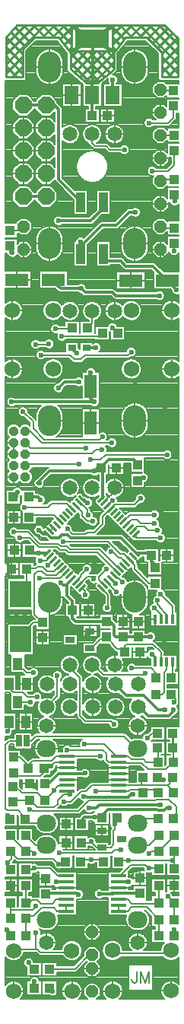
<source format=gtl>
G04 DipTrace 3.3.0.0*
G04 uPeaks_exp04.GTL*
%MOIN*%
G04 #@! TF.FileFunction,Copper,L1,Top*
G04 #@! TF.Part,Single*
%AMOUTLINE0*
4,1,8,
0.008698,-0.021,
0.021,-0.008698,
0.021,0.008698,
0.008698,0.021,
-0.008698,0.021,
-0.021,0.008698,
-0.021,-0.008698,
-0.008698,-0.021,
0.008698,-0.021,
0*%
%AMOUTLINE3*
4,1,8,
-0.015325,0.037,
-0.037,0.015325,
-0.037,-0.015325,
-0.015325,-0.037,
0.015325,-0.037,
0.037,-0.015325,
0.037,0.015325,
0.015325,0.037,
-0.015325,0.037,
0*%
%AMOUTLINE6*
4,1,8,
-0.010769,-0.026,
-0.026,-0.010769,
-0.026,0.010769,
-0.010769,0.026,
0.010769,0.026,
0.026,0.010769,
0.026,-0.010769,
0.010769,-0.026,
-0.010769,-0.026,
0*%
%AMOUTLINE9*
4,1,8,
0.010769,0.026,
0.026,0.010769,
0.026,-0.010769,
0.010769,-0.026,
-0.010769,-0.026,
-0.026,-0.010769,
-0.026,0.010769,
-0.010769,0.026,
0.010769,0.026,
0*%
%AMOUTLINE12*
4,1,4,
-0.0125,-0.025,
0.0125,-0.025,
0.0125,0.025,
-0.0125,0.025,
-0.0125,-0.025,
0*%
%AMOUTLINE13*
4,1,4,
-0.010385,-0.017455,
-0.017455,-0.010385,
0.010385,0.017455,
0.017455,0.010385,
-0.010385,-0.017455,
0*%
%AMOUTLINE16*
4,1,4,
0.010385,-0.017455,
-0.017455,0.010385,
-0.010385,0.017455,
0.017455,-0.010385,
0.010385,-0.017455,
0*%
G04 #@! TA.AperFunction,Conductor*
%ADD14C,0.012*%
%ADD15C,0.0065*%
G04 #@! TA.AperFunction,CopperBalancing*
%ADD16C,0.007*%
G04 #@! TA.AperFunction,Conductor*
%ADD17C,0.006496*%
G04 #@! TA.AperFunction,CopperBalancing*
%ADD18C,0.008*%
%ADD19C,0.015*%
%ADD20C,0.01*%
%ADD23R,0.102362X0.055118*%
%ADD24R,0.043307X0.03937*%
%ADD25R,0.055118X0.102362*%
%ADD26R,0.03937X0.043307*%
%ADD27R,0.03937X0.086614*%
%ADD28R,0.059X0.079*%
%ADD29R,0.15X0.079*%
%ADD30R,0.03937X0.027559*%
%ADD31R,0.016142X0.040157*%
G04 #@! TA.AperFunction,ComponentPad*
%ADD33C,0.064961*%
%ADD36O,0.085X0.075*%
%ADD37C,0.065*%
%ADD39R,0.033465X0.027559*%
%ADD40R,0.094488X0.11811*%
%ADD41R,0.03937X0.055118*%
G04 #@! TA.AperFunction,ComponentPad*
%ADD42O,0.1X0.135*%
%ADD43C,0.069*%
%ADD44R,0.070866X0.015748*%
G04 #@! TA.AperFunction,ViaPad*
%ADD45C,0.023622*%
%ADD96C,0.00772*%
G04 #@! TA.AperFunction,ComponentPad*
%ADD100OUTLINE0*%
%ADD103OUTLINE3*%
%ADD106OUTLINE6*%
%ADD109OUTLINE9*%
%ADD112OUTLINE12*%
%ADD113OUTLINE13*%
%ADD116OUTLINE16*%
%FSLAX26Y26*%
G04*
G70*
G90*
G75*
G01*
G04 Top*
%LPD*%
X785449Y3094832D2*
D14*
Y3154466D1*
X793983Y4431622D2*
X792163Y4429802D1*
Y4370200D1*
Y4279152D1*
X792009Y4278999D1*
X594274Y2362870D2*
X557736D1*
X528741D1*
X516163Y2375449D1*
X557736Y2465126D2*
X576475Y2446387D1*
X594274D1*
X984017Y2362870D2*
X1041587D1*
X1051378Y2353079D1*
X830904Y2599500D2*
X836360Y2604957D1*
Y2736932D1*
X830661D1*
X559912Y2669200D2*
X551310D1*
X604173Y2722063D1*
X801070D1*
X815938Y2736932D1*
X830661D1*
X512457Y2608726D2*
X553728D1*
X564879Y2597575D1*
X801070Y3025896D2*
X785449Y3041517D1*
Y3094832D1*
X1066163Y2298629D2*
Y2312088D1*
X1051378Y2326873D1*
Y2353079D1*
X594274Y2446387D2*
X610005Y2430655D1*
X646324D1*
X658681Y2443012D1*
X685196D1*
X697089Y2431118D1*
X915770D1*
X984017Y2362870D1*
X830661Y2736932D2*
Y2740268D1*
X863904Y2773511D1*
X975332D1*
X991163Y2757680D1*
Y2748629D1*
X793983Y4431622D2*
Y4615379D1*
X791163Y4618200D1*
X766163Y3262571D2*
X808803D1*
Y3264264D1*
X801070Y3025896D2*
X438403D1*
X993500Y1995760D2*
X928205D1*
X926385Y1997580D1*
X1067818Y1885891D2*
Y1905656D1*
X1052614Y1920860D1*
X1048184Y1997790D2*
X995530D1*
X993500Y1995760D1*
X854142Y2063281D2*
X869879D1*
X889009Y2044151D1*
Y2003106D1*
X894535Y1997580D1*
X926385D1*
X705629Y2251514D2*
Y2250529D1*
X680533Y2225433D1*
Y2177503D1*
X705483Y2152553D1*
Y2112949D1*
X854142Y2063281D2*
X719920D1*
X705483Y2077718D1*
Y2112949D1*
X680533Y2225433D2*
X678774Y2223675D1*
X664067D1*
X655671Y2232070D1*
X643803Y3087049D2*
X670832Y3114077D1*
X732898D1*
X724173Y3240613D2*
X721344D1*
X701239Y3260718D1*
Y3264503D1*
X703171Y3262571D1*
X969791Y1306303D2*
X961993D1*
X950785Y1295095D1*
X766845D1*
X764890Y1297050D1*
X754865D1*
X760172Y1398479D2*
X758644Y1396951D1*
X679883D1*
X644417D1*
X599629Y1352163D1*
X582814D1*
X1144589Y1885891D2*
D15*
Y1823005D1*
X1138631Y1817047D1*
X679883Y1448133D2*
X628349D1*
X610445Y1430228D1*
X616081D1*
X610596Y1424743D1*
X600522D1*
X597440Y1421660D1*
X579223D1*
X592904Y1688618D2*
Y1691633D1*
X638815Y1737543D1*
Y1827041D1*
X658243Y3312937D2*
X821883D1*
X835934Y3326988D1*
X446882Y1401799D2*
Y1385713D1*
X562735D1*
X579223Y1402201D1*
Y1421660D1*
X679883Y1345770D2*
Y1342200D1*
X641949D1*
X623530Y1323781D1*
Y1318512D1*
X583799Y1278781D1*
X631001Y3346470D2*
X707093D1*
X703538Y3350025D1*
X444997Y1340021D2*
X455008D1*
X482858Y1312171D1*
X550409D1*
X583799Y1278781D1*
X908230Y1345770D2*
X1007327D1*
X1121631D1*
X1124140Y1343261D1*
X1147850Y1319551D1*
Y1313739D1*
X1124140Y1343261D2*
Y1348113D1*
X1145669Y1369642D1*
Y1381501D1*
X908230Y1345770D2*
X789748D1*
X763576Y1319598D1*
X743079D1*
X697974Y1274493D1*
X667719D1*
X1007327Y1345770D2*
Y1375706D1*
X1013074Y1381453D1*
X908230Y1448133D2*
Y1444984D1*
X1007521D1*
X1035866Y1416639D1*
X1114727D1*
X1146398Y1448310D1*
Y1572969D1*
X1145227Y1574139D1*
X908230Y1448133D2*
X862806D1*
X854194Y1456744D1*
Y1485618D1*
X838507Y1501306D1*
X681984D1*
X1145182Y1509403D2*
Y1572969D1*
X1146398D1*
X841622Y1011293D2*
Y1012369D1*
X850210Y1020957D1*
X787005D1*
Y1098701D2*
X790913Y1094793D1*
X812155Y1073551D1*
X833302D1*
X873328D1*
X884912Y1085135D1*
Y1145776D1*
X891490Y1152353D1*
Y1175766D1*
X888377D1*
Y1182497D1*
X901278Y1195399D1*
Y1204871D1*
X743161Y1094793D2*
X790913D1*
X693163Y1874200D2*
Y1861272D1*
X737996Y1816438D1*
Y1650730D1*
X761461Y1627265D1*
X874908D1*
X887479Y1614694D1*
X787005Y1020957D2*
X751374D1*
X741966Y1011549D1*
X933688Y1931791D2*
Y1944600D1*
X899323D1*
X884604Y1959319D1*
Y1963646D1*
X862706Y1985543D1*
X854142D1*
X827089D1*
X784148Y1942602D1*
Y1944316D1*
X782091Y1946374D1*
X1093408Y1885891D2*
Y1928913D1*
X1058329Y1963992D1*
X939327D1*
X933688Y1958353D1*
Y1931791D1*
X854142Y1996352D2*
Y1985543D1*
X1118999Y1885891D2*
Y1852535D1*
X1107000Y1840537D1*
Y1752739D1*
X1097227Y1742966D1*
X1071963D1*
X1149627Y1125449D2*
Y1123629D1*
X1082698Y1056700D1*
X1049745D1*
X1039428Y1046382D1*
Y983383D2*
X1081014D1*
X1082698Y981700D1*
X1039428Y983383D2*
Y980867D1*
X1023364Y996932D1*
X961466D1*
X914148Y949614D1*
X905724D1*
Y948574D1*
X432698Y1125449D2*
Y1123629D1*
X499627Y1056700D1*
X677378Y948574D2*
X639391D1*
X606032Y981933D1*
X531234D1*
X534865Y985564D1*
X524749Y975449D1*
X499627D1*
Y1056700D2*
X527488D1*
X537500Y1046688D1*
Y982929D2*
X534865Y985564D1*
X649951Y2502064D2*
Y2504160D1*
X622589Y2531522D1*
X515177D1*
Y2519293D1*
X1093408Y2074867D2*
Y2092075D1*
X1063329Y2122154D1*
X1065562Y2492715D2*
X1003619D1*
X985762Y2510572D1*
X964686D1*
X942260Y2488146D1*
X1118999Y2074867D2*
Y2094777D1*
X1087703Y2126072D1*
Y2131533D1*
X1078138Y2141098D1*
Y2156008D1*
X1078595Y2462070D2*
X1037404D1*
X1020696Y2478778D1*
X988570D1*
X970098Y2460306D1*
X984017Y2446387D2*
Y2429542D1*
X1091264D1*
Y2184694D2*
X1144589Y2131369D1*
Y2074867D1*
X908551Y1011293D2*
Y1017752D1*
X952253D1*
Y922537D2*
X944000D1*
X946751Y925287D1*
X942500D1*
X940196Y922983D1*
X905724D1*
X952253Y1017752D2*
X1149627D1*
Y1056700D1*
Y981700D2*
Y1018058D1*
X1145512D1*
X1149627D2*
Y1056700D1*
Y687950D2*
Y713186D1*
X1150873Y714432D1*
X677378Y922983D2*
X634239D1*
X644983Y1000941D2*
X685644D1*
X675037Y1011549D1*
X644983Y1000941D2*
Y1003441D1*
X640181D1*
X619601Y1024021D1*
X465377D1*
X432698Y1056700D1*
Y975449D2*
X420025D1*
Y1007633D1*
X437428Y1025035D1*
Y1051970D1*
X432698Y1056700D1*
Y687950D2*
Y700832D1*
X421063Y712467D1*
X416248D1*
X418499Y714718D1*
X844823Y2585581D2*
Y2589116D1*
X889163Y2633455D1*
Y2649200D1*
X608193Y2460306D2*
X622113Y2474226D1*
X621298D1*
X593215Y2502308D1*
X608193Y2460306D2*
X607408D1*
X578011Y2489703D1*
X928340Y2307193D2*
X928629D1*
X956982Y2278840D1*
X691710Y2265434D2*
X690902D1*
X739202Y2313735D1*
X447627Y2847224D2*
Y2797224D1*
X970098Y2348951D2*
Y2348541D1*
X998257Y2320382D1*
Y2308530D1*
X1032197Y2274591D1*
Y2266008D1*
X1111865D1*
X1091163Y3694199D2*
Y3681700D1*
X1153663Y3619200D1*
X747387Y2599500D2*
X757140D1*
X772360Y2584281D1*
X763303Y2823370D2*
X521480D1*
X497626Y2847224D1*
X733469Y2585581D2*
X736226D1*
X769478Y2552329D1*
Y2534504D1*
X773843Y2530139D1*
X735546Y2752411D2*
X497626D1*
Y2747224D1*
X719549Y2571661D2*
Y2570878D1*
X746369Y2544058D1*
Y2526706D1*
X770286Y2502789D1*
X794459D1*
X834156Y2816743D2*
X808140D1*
X791846Y2800449D1*
X500852D1*
X497626Y2797224D1*
X858743Y2571661D2*
X862541D1*
Y2575751D1*
X880459Y2593669D1*
X877929Y2847154D2*
X569289D1*
X519218Y2897224D1*
X497626D1*
X1082074Y1200852D2*
X1088769D1*
X1078862Y1210759D1*
Y1199000D1*
X973362D1*
X991163Y1181200D1*
X900501Y2279354D2*
Y2280404D1*
X853671Y2327235D1*
Y2325442D1*
X813399Y2365714D1*
X686937D1*
X676440Y2376211D1*
X651487D1*
X637109Y2390589D1*
X557365D1*
X517631Y2430323D1*
X472744D1*
X538958Y486487D2*
Y458032D1*
X537396D1*
X1147677Y4388741D2*
D16*
X1096621D1*
X1091163Y4394200D1*
X1152315Y4195059D2*
X1092022D1*
X1091163Y4194200D1*
X1152315Y4000449D2*
X1097412D1*
X1091163Y3994200D1*
X1152315Y3787949D2*
X1097413D1*
X1091163Y3794200D1*
X649951Y2307193D2*
D15*
Y2306993D1*
X625211Y2282253D1*
X593682D1*
X572789Y2303147D1*
X551425D1*
X544684Y2296406D1*
X503970D1*
Y2293428D1*
X504383D1*
Y2212130D1*
X477130Y2184877D1*
X663871Y2293273D2*
X662177D1*
X635118Y2266214D1*
X589357D1*
X572129Y2283442D1*
X551427D1*
X537937Y2269953D1*
Y2094673D1*
X573255Y2059356D1*
X534661D1*
X477130Y2001824D1*
Y1985249D1*
X914420Y2293273D2*
X910839D1*
X824394Y2379718D1*
X693741D1*
X681024Y2392436D1*
X654419D1*
X642205Y2404650D1*
X561862D1*
X509812Y2456700D1*
X447412D1*
X512762Y568475D2*
X521442D1*
X520444Y567476D1*
X511491D1*
X537812Y541155D1*
X844823Y2223676D2*
D17*
Y2224009D1*
X820894Y2247938D1*
Y2260555D1*
X852513Y2292175D1*
X1040984Y4248409D2*
X1125051D1*
X1147677Y4271035D1*
Y4321812D1*
X858743Y2237596D2*
Y2232869D1*
X897412Y2194200D1*
X1054736Y4037528D2*
X1124812D1*
X1152315Y4065030D1*
Y4128130D1*
X872663Y2251514D2*
X894871Y2229306D1*
X1152877Y3905689D2*
X1151367D1*
Y3934467D1*
X1152315Y3933520D1*
X886581Y2265434D2*
Y2264299D1*
X898392Y2252488D1*
X907854D1*
X923873Y2236470D1*
X1150001Y3688400D2*
Y3718706D1*
X1152315Y3721020D1*
X1149003Y1200852D2*
D15*
Y1212001D1*
X1160444Y1223442D1*
Y1253152D1*
X1128806Y1284790D1*
X1073106D1*
X1068155Y1279839D1*
X776972D1*
X730693Y1233559D1*
X531530D1*
X523965Y1241125D1*
Y1245938D1*
X518377Y1240350D1*
X549302Y1733689D2*
X506661D1*
X487556Y1752794D1*
X448004D1*
X439008Y1761790D1*
Y1780537D1*
X428150Y1791395D1*
X677386Y795030D2*
X637563D1*
X622400Y810193D1*
X570060D1*
X533692Y773824D1*
X510503D1*
X499627Y762949D1*
Y687950D2*
Y762949D1*
X677386Y795030D2*
Y820613D1*
X677378Y820621D1*
X604325Y458032D2*
Y449630D1*
X598895Y444200D1*
X616163D1*
X604741Y541155D2*
X715923D1*
X777627Y602860D1*
X791163D1*
X432039Y3776168D2*
D17*
X473131D1*
X491163Y3794200D1*
X942260Y2321112D2*
D15*
Y2319477D1*
X916858Y2344879D1*
X905926D1*
X880986Y2369818D1*
X873470D1*
X836404Y2872940D2*
X823684Y2860219D1*
X581083D1*
X532781Y2908521D1*
Y2938892D1*
X488487Y2983186D1*
X442007Y3680483D2*
X431457D1*
Y3708656D1*
X432039Y3709239D1*
X499627Y831700D2*
Y906700D1*
Y831700D2*
X516373D1*
X528205Y843532D1*
X551963D1*
X568560Y826934D1*
X616223D1*
X635500Y846211D1*
X677378D1*
X432698Y762949D2*
Y798963D1*
Y831700D1*
Y762949D2*
Y831700D1*
X1071702Y1817047D2*
Y1837795D1*
X1049420Y1860077D1*
X964521D1*
X916776Y1062982D2*
X890184D1*
X876646Y1049444D1*
X646421D1*
X542583Y816605D2*
X544759Y814429D1*
X529293Y798963D1*
X432698D1*
X991163Y1082200D2*
X1039449D1*
X1082698Y1125449D1*
X591163Y1082200D2*
X542877D1*
X499627Y1125449D1*
X905724Y795030D2*
X946504D1*
X963274Y811801D1*
X1029811D1*
X1084912Y756700D1*
X1082698D1*
Y687950D2*
Y756700D1*
X905724Y795030D2*
Y820621D1*
X1082698Y831700D2*
Y906700D1*
Y831700D2*
Y827950D1*
X964433D1*
X946172Y846211D1*
X905724D1*
X1149627Y756700D2*
Y831700D1*
X1122819Y858508D1*
X1149066Y1710029D2*
X1156337D1*
Y1725521D1*
X1138892Y1742966D1*
X489848Y3925650D2*
D14*
X589848D1*
X643778Y3819200D2*
X785630D1*
X840623Y3874193D1*
Y3899526D1*
X591163Y1181200D2*
D15*
X494298D1*
X498978Y1185879D1*
Y1194398D1*
Y1196142D1*
X471860Y1540289D2*
X428382D1*
X412093Y1524000D1*
Y1243925D1*
X420293Y1235726D1*
X466613D1*
X487484Y1214854D1*
X478521D1*
X498978Y1194398D1*
X489848Y4325650D2*
D14*
X589848D1*
X740623Y3899526D2*
Y3904197D1*
X645337Y3999483D1*
Y4306921D1*
X626609Y4325650D1*
X589848D1*
X432049Y1196142D2*
D15*
X419390Y1214060D1*
Y1581990D2*
X426304Y1588904D1*
Y1624116D1*
X791163Y1873924D2*
X798938D1*
X841163Y1831700D1*
X1017576D1*
X1023259Y1837382D1*
X1032667Y1552547D2*
X1054259Y1574139D1*
X1078298D1*
X785026Y2772837D2*
X827316D1*
X849253Y2794774D1*
X1119930D1*
X1103944Y1368701D2*
X1078740Y1393904D1*
Y1381501D1*
X791163Y3423924D2*
Y3370721D1*
X770467Y3350025D1*
X902864Y3326988D2*
Y3329274D1*
X880445Y3351694D1*
X932602Y4130894D2*
X868894D1*
X852740Y4147046D1*
X804941D1*
X791163Y4160824D1*
Y4198924D1*
X991163Y1506200D2*
X985412D1*
X930310Y1561302D1*
X545009D1*
X523996Y1540289D1*
X505324D1*
X679883Y1473723D2*
X634210D1*
X614583Y1454096D1*
X532293D1*
X512294Y1434097D1*
Y1421660D1*
X679883Y1473723D2*
X826165D1*
X856681Y2124399D2*
X861507Y2129224D1*
Y2179154D1*
X830904Y2209757D1*
X446882Y1468728D2*
X475671D1*
X512294Y1432105D1*
Y1421660D1*
X679891Y1320180D2*
X680948D1*
X694717Y1306411D1*
X665833D1*
X639186Y1279764D1*
Y1264731D1*
X623448Y1248992D1*
X550253D1*
X520465Y1278781D1*
X516870D1*
X761320Y2181461D2*
Y2195824D1*
X747387Y2209757D1*
X516870Y1278781D2*
X450686D1*
X444997Y1273092D1*
X908230Y1320180D2*
X950041D1*
X958072Y1328211D1*
X1020865D1*
X1066449D1*
X1080921Y1313739D1*
X908230Y1320180D2*
X805936D1*
X797634Y2250680D2*
X807467Y2260513D1*
X770304D1*
X733469Y2223676D1*
X1020865Y1328211D2*
X1013074Y1320420D1*
Y1314524D1*
X908230Y1473723D2*
X947172D1*
X962406Y1458490D1*
X1017345D1*
X1027525Y1448310D1*
X1079469D1*
X908230Y1473723D2*
X897714D1*
X845192Y1526245D1*
X756551D1*
X768595Y2293903D2*
X741084Y2266392D1*
Y2259131D1*
X719549Y2237596D1*
X1079469Y1448310D2*
Y1508188D1*
X1078253Y1509403D1*
X445528Y2608726D2*
X462913D1*
Y2631668D1*
X560480Y2253084D2*
X651521D1*
X677790Y2279354D1*
X622113Y2335032D2*
X623135D1*
X597070Y2308966D1*
X566163Y3231160D2*
X693932D1*
X713089Y3212003D1*
X741425D1*
X760583Y3231160D1*
X948819D1*
X962448Y3244789D1*
X608193Y2348951D2*
X589137Y2329894D1*
X562434D1*
X543119Y3278232D2*
X602140D1*
Y3280033D1*
X702095Y621693D2*
Y613106D1*
X564845D1*
X551979Y625972D1*
X450425D1*
X446140Y621688D1*
X551979Y625972D2*
X550808Y627143D1*
X549867D1*
X545597Y631413D1*
Y699764D1*
X494916Y2565038D2*
X596627D1*
X613289Y2581700D1*
X679067D1*
X703024Y2557743D1*
X705629D1*
X1136424Y622308D2*
Y608696D1*
X895773D1*
X896400Y609323D1*
X880470D1*
Y622303D1*
X928340Y2502064D2*
Y2504259D1*
X955781Y2531700D1*
X1065266D1*
X872663Y2557743D2*
X873975D1*
X891487Y2575255D1*
X975744D1*
X1003799Y2603310D1*
X1016163Y2694200D2*
X991163D1*
Y2681700D1*
X872663Y2557743D2*
X870861D1*
X836045Y2522927D1*
Y2488902D1*
X801919Y2454776D1*
X770374D1*
X762354Y2446756D1*
X705096D1*
X682793Y2469059D1*
X520692Y1709479D2*
X501646D1*
X502896Y1710730D1*
X463706D1*
X1066163Y2231700D2*
X1041163D1*
X978663Y2294200D1*
Y2311765D1*
X955396Y2335032D1*
X956179D1*
X930104Y2361106D1*
X915492D1*
X862177Y2414421D1*
X664348D1*
X535129Y1840197D2*
X503364D1*
X465551Y1878009D1*
X740623Y3674723D2*
D14*
Y3706160D1*
X834948Y3800484D1*
X897448D1*
X953663Y3856700D1*
X981920D1*
X882349Y4436764D2*
X882163Y4436577D1*
Y4370200D1*
X622273Y3560888D2*
Y3553450D1*
X652558Y3523165D1*
X743207D1*
X740623Y3726719D2*
Y3674723D1*
X677378Y871802D2*
X590929D1*
X587680Y868553D1*
X743207Y3523165D2*
X761083Y3505290D1*
X880320D1*
X893875Y3491735D1*
X1086479D1*
X1090451Y1261585D2*
X823535D1*
X808056Y1246106D1*
X777965D1*
X732064Y868272D2*
X728533Y871802D1*
X677378D1*
X892904Y1788618D2*
Y1786825D1*
X941076Y1738654D1*
X1016795D1*
X1079339Y1676110D1*
X1109618D1*
X1121858Y3556861D2*
X1057218Y3621501D1*
X937873D1*
X916211Y3643163D1*
X835881D1*
X847160Y3654442D1*
Y3674723D1*
X840623D1*
X1000752Y873089D2*
X951344D1*
X885799D1*
X882748Y870038D1*
X822412D1*
X803663Y1206700D2*
X757310D1*
X752373Y1201762D1*
Y1167367D1*
X746924Y1172816D1*
Y1177472D1*
X745390Y1175938D1*
X834349Y1204871D2*
Y1206700D1*
X803663D1*
X905724Y871802D2*
X951344Y873089D1*
X1121858Y3556861D2*
X1161100Y3517619D1*
X1130215Y1246535D2*
X1116686D1*
X1105789Y1235638D1*
X1080726D1*
X1074948Y1241416D1*
X861437D1*
X834349Y1214328D1*
Y1204871D1*
X992904Y1688618D2*
X996437D1*
X1036000Y1649055D1*
X1126444D1*
X1148150Y1670761D1*
Y1675776D1*
D45*
X785449Y3154466D3*
X793983Y4431622D3*
X557736Y2465126D3*
Y2362870D3*
X559912Y2669200D3*
X564879Y2597575D3*
X801070Y3025896D3*
Y2722063D3*
X793983Y4431622D3*
X808803Y3264264D3*
X438403Y3025896D3*
X801070D3*
X1052614Y1920860D3*
X1048184Y1997790D3*
X655671Y2232070D3*
X643803Y3087049D3*
X732898Y3114077D3*
X724173Y3240613D3*
X969791Y1306303D3*
X754865Y1297050D3*
X760172Y1398479D3*
X1052614Y1920860D3*
X610445Y1430228D3*
X638815Y1827041D3*
X658243Y3312937D3*
X623530Y1323781D3*
X631001Y3346470D3*
X667719Y1274493D3*
X681984Y1501306D3*
X787005Y1020957D3*
Y1098701D3*
X887479Y1614694D3*
X891490Y1175766D3*
X1039428Y1046382D3*
Y983383D3*
D3*
X537500Y1046688D3*
Y982929D3*
X1063329Y2122154D3*
X1065562Y2492715D3*
X1078138Y2156008D3*
X1078595Y2462070D3*
X1091264Y2429542D3*
Y2184694D3*
X952253Y1017752D3*
Y922537D3*
X1150873Y714432D3*
X1145512Y1018058D3*
X634239Y922983D3*
X644983Y1000941D3*
D3*
X418499Y714718D3*
X420025Y1007633D3*
X772360Y2584281D3*
X763303Y2823370D3*
X773843Y2530139D3*
X735546Y2752411D3*
X794459Y2502789D3*
X834156Y2816743D3*
X880459Y2593669D3*
X877929Y2847154D3*
X472744Y2430323D3*
X538958Y486487D3*
X447412Y2456700D3*
X512762Y568475D3*
X852513Y2292175D3*
X1040984Y4248409D3*
X897412Y2194200D3*
X1054736Y4037528D3*
X894871Y2229306D3*
X1152877Y3905689D3*
X923873Y2236470D3*
X1150001Y3688400D3*
X518377Y1240350D3*
X549302Y1733689D3*
X616163Y444200D3*
X873470Y2369818D3*
X836404Y2872940D3*
X488487Y2983186D3*
X442007Y3680483D3*
X964521Y1860077D3*
X916776Y1062982D3*
X646421Y1049444D3*
X542583Y816605D3*
X1122819Y858508D3*
X1149066Y1710029D3*
X643778Y3819200D3*
X419390Y1214060D3*
Y1581990D3*
X1023259Y1837382D3*
X1032667Y1552547D3*
X785026Y2772837D3*
X1119930Y2794774D3*
X1103944Y1368701D3*
X880445Y3351694D3*
X932602Y4130894D3*
X826165Y1473723D3*
X856681Y2124399D3*
X761320Y2181461D3*
X694717Y1306411D3*
X805936Y1320180D3*
X797634Y2250680D3*
X756551Y1526245D3*
X768595Y2293903D3*
X462913Y2631668D3*
X560480Y2253084D3*
X462913Y2631668D3*
X597070Y2308966D3*
X566163Y3231160D3*
X962448Y3244789D3*
X562434Y2329894D3*
X543119Y3278232D3*
X602140Y3280033D3*
X545597Y699764D3*
X494916Y2565038D3*
X1065266Y2531700D3*
X1003799Y2603310D3*
X1016163Y2694200D3*
X682793Y2469059D3*
X520692Y1709479D3*
X664348Y2414421D3*
X535129Y1840197D3*
X981920Y3856700D3*
X882349Y4436764D3*
X743207Y3523165D3*
X740623Y3726719D3*
X1086479Y3491735D3*
X1090451Y1261585D3*
X777965Y1246106D3*
X732064Y868272D3*
X1109618Y1676110D3*
X822412Y870038D3*
X803663Y1206700D3*
D3*
X1161100Y3517619D3*
X1130215Y1246535D3*
X1148150Y1675776D3*
X542127Y1339801D3*
X974509Y1422976D3*
X1084949Y1623429D3*
X767693Y2001080D3*
X952596Y2085387D3*
X422412Y2084898D3*
X421071Y2267773D3*
X421039Y2322496D3*
X459912Y2084898D3*
X497412D3*
X544117Y1958190D3*
X803663Y800449D3*
X770580Y809171D3*
X875703Y975449D3*
X787551Y944869D3*
X774647Y878959D3*
X419900Y1732783D3*
X763068Y1438959D3*
X828146Y1398085D3*
X547546Y1765728D3*
X1040655Y946168D3*
X537417Y947581D3*
X717440Y1258829D3*
X840217Y2457287D3*
X847119Y2391856D3*
X892564Y2155659D3*
X840369Y2155790D3*
X761787Y2479033D3*
X1097671Y2554553D3*
X1095008Y2500483D3*
X1107062Y1979388D3*
X550731Y2722644D3*
X875916Y2459306D3*
X1107286Y2021635D3*
X1005160Y1892458D3*
X1114344Y3067472D3*
X1110298Y3030056D3*
X1111310Y2992640D3*
X1112320Y2950168D3*
Y2913764D3*
X1113332Y2869268D3*
X982371Y3099268D3*
X935839Y3364367D3*
X986810Y3310913D3*
X844887Y3208252D3*
X566163Y3319200D3*
X769465Y3194045D3*
X886508Y3193272D3*
X781303Y3537836D3*
X650361Y3620618D3*
X424888Y3609533D3*
X536680Y3606703D3*
X539982Y3542550D3*
X553663Y3469200D3*
X426776Y3494912D3*
X897345Y3610726D3*
X863984Y3479916D3*
X1153663Y3619200D3*
X1020576Y2302963D3*
X862369Y1113752D3*
X697168Y1605823D3*
X799936Y2322823D3*
X985353Y974756D3*
X708577Y976663D3*
X439152Y879095D3*
X918737Y2390145D3*
X540300Y4602391D2*
D16*
X640099D1*
X942226D2*
X1029529D1*
X533437Y4595522D2*
X645595D1*
X936730D2*
X1036392D1*
X526560Y4588654D2*
X651092D1*
X931234D2*
X1043269D1*
X519697Y4581785D2*
X656588D1*
X925738D2*
X1050133D1*
X512820Y4574916D2*
X662084D1*
X920242D2*
X1056996D1*
X505956Y4568047D2*
X580681D1*
X627650D2*
X667580D1*
X914745D2*
X954675D1*
X1001644D2*
X1063873D1*
X502648Y4561179D2*
X568158D1*
X640159D2*
X673076D1*
X909249D2*
X942166D1*
X1014167D2*
X1070736D1*
X502648Y4554310D2*
X560119D1*
X648199D2*
X678572D1*
X903753D2*
X934127D1*
X1022206D2*
X1077613D1*
X502648Y4547441D2*
X554308D1*
X654023D2*
X679679D1*
X902646D2*
X928302D1*
X1028017D2*
X1079677D1*
X502648Y4540572D2*
X549974D1*
X658343D2*
X679679D1*
X902646D2*
X923982D1*
X1032351D2*
X1079677D1*
X502648Y4533703D2*
X546802D1*
X661515D2*
X679679D1*
X902646D2*
X920810D1*
X1035523D2*
X1079677D1*
X502648Y4526835D2*
X544601D1*
X663730D2*
X679679D1*
X902646D2*
X918595D1*
X1037724D2*
X1079677D1*
X502648Y4519966D2*
X543248D1*
X665083D2*
X679679D1*
X902646D2*
X917242D1*
X1039077D2*
X1079677D1*
X502648Y4513097D2*
X542701D1*
X665630D2*
X679679D1*
X902646D2*
X916695D1*
X1039624D2*
X1079677D1*
X502648Y4506228D2*
X542687D1*
X665644D2*
X679679D1*
X902646D2*
X916681D1*
X1039638D2*
X1079677D1*
X502648Y4499360D2*
X542687D1*
X665644D2*
X679679D1*
X902646D2*
X916681D1*
X1039638D2*
X1079677D1*
X502648Y4492491D2*
X542687D1*
X665644D2*
X679679D1*
X902646D2*
X916681D1*
X1039638D2*
X1079677D1*
X502648Y4485622D2*
X542687D1*
X665644D2*
X679679D1*
X902646D2*
X916681D1*
X1039638D2*
X1079677D1*
X502648Y4478753D2*
X542687D1*
X665644D2*
X680090D1*
X902236D2*
X916681D1*
X1039638D2*
X1079677D1*
X502648Y4471885D2*
X542879D1*
X665452D2*
X685408D1*
X896917D2*
X916873D1*
X1039447D2*
X1079677D1*
X502648Y4465016D2*
X543822D1*
X664509D2*
X693638D1*
X888687D2*
X917816D1*
X1038503D2*
X1079677D1*
X502648Y4458147D2*
X545586D1*
X662745D2*
X701883D1*
X890341D2*
X919580D1*
X1036740D2*
X1079677D1*
X502648Y4451278D2*
X548252D1*
X660066D2*
X710127D1*
X900363D2*
X922259D1*
X1034074D2*
X1079677D1*
X502648Y4444409D2*
X551970D1*
X656361D2*
X718371D1*
X904314D2*
X925965D1*
X1030355D2*
X1079677D1*
X500337Y4437541D2*
X556974D1*
X651343D2*
X726615D1*
X905626D2*
X930982D1*
X1025351D2*
X1081988D1*
X411593Y4430672D2*
X563769D1*
X644562D2*
X734859D1*
X847466D2*
X859888D1*
X904806D2*
X937763D1*
X1018556D2*
X1077134D1*
X1105195D2*
X1170595D1*
X411593Y4423803D2*
X573531D1*
X634800D2*
X743103D1*
X839222D2*
X863142D1*
X901552D2*
X947525D1*
X1008794D2*
X1068056D1*
X1114273D2*
X1170595D1*
X411593Y4416934D2*
X592398D1*
X615919D2*
X661181D1*
X743150D2*
X751183D1*
X833138D2*
X841185D1*
X923140D2*
X966406D1*
X989927D2*
X1061179D1*
X411593Y4410066D2*
X661181D1*
X743150D2*
X751183D1*
X833138D2*
X841185D1*
X923140D2*
X1054959D1*
X411593Y4403197D2*
X661181D1*
X743150D2*
X751183D1*
X833138D2*
X841185D1*
X923140D2*
X1053687D1*
X411593Y4396328D2*
X661181D1*
X743150D2*
X751183D1*
X833138D2*
X841185D1*
X923140D2*
X1053687D1*
X411593Y4389459D2*
X661181D1*
X743150D2*
X751183D1*
X833138D2*
X841185D1*
X923140D2*
X1053687D1*
X411593Y4382591D2*
X661181D1*
X743150D2*
X751183D1*
X833138D2*
X841185D1*
X923140D2*
X1053715D1*
X411593Y4375722D2*
X661181D1*
X743150D2*
X751183D1*
X833138D2*
X841185D1*
X923140D2*
X1056927D1*
X411593Y4368853D2*
X464785D1*
X514911D2*
X564781D1*
X614921D2*
X661181D1*
X743150D2*
X751183D1*
X833138D2*
X841185D1*
X923140D2*
X1063791D1*
X411593Y4361984D2*
X457908D1*
X521788D2*
X557918D1*
X621784D2*
X661181D1*
X743150D2*
X751183D1*
X833138D2*
X841185D1*
X923140D2*
X1070668D1*
X1111661D2*
X1116523D1*
X411593Y4355116D2*
X451045D1*
X528652D2*
X551041D1*
X628648D2*
X661181D1*
X743150D2*
X751183D1*
X833138D2*
X841185D1*
X923140D2*
X1170609D1*
X411593Y4348247D2*
X444195D1*
X535501D2*
X544191D1*
X635511D2*
X661181D1*
X743150D2*
X751183D1*
X833138D2*
X841185D1*
X923140D2*
X1116509D1*
X411593Y4341378D2*
X441379D1*
X638314D2*
X661181D1*
X743150D2*
X751183D1*
X833138D2*
X841185D1*
X923140D2*
X1116509D1*
X411593Y4334509D2*
X441365D1*
X642183D2*
X661181D1*
X743150D2*
X751183D1*
X833138D2*
X841185D1*
X923140D2*
X1116509D1*
X411593Y4327640D2*
X441365D1*
X649046D2*
X661181D1*
X743150D2*
X751183D1*
X833138D2*
X841185D1*
X923140D2*
X1071884D1*
X1110431D2*
X1116509D1*
X411593Y4320772D2*
X441365D1*
X655923D2*
X661181D1*
X743150D2*
X751183D1*
X833138D2*
X841185D1*
X923140D2*
X1065021D1*
X411579Y4313903D2*
X441365D1*
X661296D2*
X774685D1*
X809636D2*
X1058158D1*
X411579Y4307034D2*
X441884D1*
X537812D2*
X541879D1*
X662814D2*
X758881D1*
X892077D2*
X1053879D1*
X411579Y4300165D2*
X447066D1*
X532630D2*
X547062D1*
X662814D2*
X758881D1*
X892077D2*
X1053687D1*
X411579Y4293297D2*
X453929D1*
X525767D2*
X553925D1*
X662814D2*
X758881D1*
X892077D2*
X1053687D1*
X411579Y4286428D2*
X460793D1*
X518890D2*
X560802D1*
X618900D2*
X627863D1*
X662814D2*
X758881D1*
X892077D2*
X1053687D1*
X1162411D2*
X1170623D1*
X411579Y4279559D2*
X468025D1*
X511671D2*
X568035D1*
X611667D2*
X627863D1*
X662814D2*
X758881D1*
X892077D2*
X1054398D1*
X1162411D2*
X1170623D1*
X411579Y4272690D2*
X469898D1*
X509798D2*
X569894D1*
X609794D2*
X627863D1*
X662814D2*
X758881D1*
X892077D2*
X1059963D1*
X1162411D2*
X1170623D1*
X411579Y4265822D2*
X461750D1*
X517947D2*
X561746D1*
X617943D2*
X627863D1*
X662814D2*
X758881D1*
X892077D2*
X1025892D1*
X1056072D2*
X1066826D1*
X1161400D2*
X1170623D1*
X411579Y4258953D2*
X454886D1*
X524810D2*
X554883D1*
X662814D2*
X758881D1*
X892077D2*
X1020300D1*
X1156136D2*
X1170623D1*
X411579Y4252084D2*
X448009D1*
X531687D2*
X548006D1*
X662814D2*
X758881D1*
X892077D2*
X1017990D1*
X1149259D2*
X1170623D1*
X411579Y4245215D2*
X442240D1*
X537456D2*
X542249D1*
X662814D2*
X1017922D1*
X1142396D2*
X1170623D1*
X411579Y4238346D2*
X441365D1*
X662814D2*
X674006D1*
X712320D2*
X772607D1*
X809718D2*
X870006D1*
X908320D2*
X1020054D1*
X1135519D2*
X1170636D1*
X411579Y4231478D2*
X441365D1*
X722697D2*
X761943D1*
X820382D2*
X859629D1*
X918697D2*
X1025332D1*
X1056646D2*
X1170636D1*
X411579Y4224609D2*
X441365D1*
X728904D2*
X755627D1*
X826699D2*
X853422D1*
X924904D2*
X1068863D1*
X1113466D2*
X1121144D1*
X411579Y4217740D2*
X441365D1*
X732964D2*
X751484D1*
X830841D2*
X849361D1*
X928964D2*
X1061986D1*
X411579Y4210871D2*
X441365D1*
X735534D2*
X748859D1*
X833466D2*
X846791D1*
X931534D2*
X1055437D1*
X411579Y4204003D2*
X443416D1*
X536281D2*
X543412D1*
X736874D2*
X747478D1*
X834847D2*
X845451D1*
X932874D2*
X1053687D1*
X411579Y4197134D2*
X450088D1*
X529609D2*
X550097D1*
X737093D2*
X747218D1*
X835107D2*
X845232D1*
X933093D2*
X1053687D1*
X411579Y4190265D2*
X456965D1*
X522732D2*
X556961D1*
X622728D2*
X627863D1*
X736204D2*
X748052D1*
X834273D2*
X846121D1*
X932204D2*
X1053687D1*
X411579Y4183396D2*
X463828D1*
X515868D2*
X563824D1*
X615865D2*
X627863D1*
X734154D2*
X750062D1*
X832263D2*
X848172D1*
X930154D2*
X1053687D1*
X411579Y4176528D2*
X627863D1*
X730736D2*
X753425D1*
X828900D2*
X851590D1*
X926736D2*
X1056189D1*
X411566Y4169659D2*
X465592D1*
X514105D2*
X565588D1*
X614115D2*
X627863D1*
X725499D2*
X758580D1*
X823745D2*
X856826D1*
X921499D2*
X1062984D1*
X411566Y4162790D2*
X458715D1*
X520982D2*
X558724D1*
X620978D2*
X627863D1*
X662814D2*
X669070D1*
X717255D2*
X766646D1*
X815679D2*
X865070D1*
X913255D2*
X1069861D1*
X1112468D2*
X1121144D1*
X411566Y4155921D2*
X451851D1*
X527845D2*
X551847D1*
X662814D2*
X777324D1*
X864406D2*
X1121144D1*
X411566Y4149053D2*
X444974D1*
X534722D2*
X544984D1*
X662814D2*
X782396D1*
X871283D2*
X918459D1*
X946738D2*
X1121144D1*
X411566Y4142184D2*
X441433D1*
X662814D2*
X789259D1*
X952876D2*
X1121144D1*
X411566Y4135315D2*
X441365D1*
X662814D2*
X796547D1*
X955460D2*
X1121144D1*
X411566Y4128446D2*
X441365D1*
X662814D2*
X850797D1*
X955761D2*
X1072746D1*
X1109570D2*
X1121144D1*
X411566Y4121577D2*
X441365D1*
X662814D2*
X764623D1*
X817702D2*
X857674D1*
X953888D2*
X1065828D1*
X1116501D2*
X1121144D1*
X411566Y4114709D2*
X441365D1*
X662814D2*
X751580D1*
X830745D2*
X916148D1*
X949062D2*
X1058951D1*
X411566Y4107840D2*
X441652D1*
X538044D2*
X541648D1*
X662814D2*
X742912D1*
X839413D2*
X1054070D1*
X411566Y4100971D2*
X446259D1*
X533437D2*
X546256D1*
X662814D2*
X736459D1*
X845867D2*
X1053687D1*
X411566Y4094102D2*
X453123D1*
X526574D2*
X553119D1*
X662814D2*
X731482D1*
X850843D2*
X1053687D1*
X1128642D2*
X1137592D1*
X411566Y4087234D2*
X460000D1*
X519697D2*
X559996D1*
X619706D2*
X627863D1*
X662814D2*
X727654D1*
X854671D2*
X1053687D1*
X1128642D2*
X1137592D1*
X411566Y4080365D2*
X466931D1*
X512765D2*
X566927D1*
X612775D2*
X627863D1*
X662814D2*
X724756D1*
X857570D2*
X1054125D1*
X1128204D2*
X1137592D1*
X411566Y4073496D2*
X627863D1*
X662814D2*
X722677D1*
X859648D2*
X1059156D1*
X1123173D2*
X1137592D1*
X411566Y4066627D2*
X462556D1*
X517140D2*
X562552D1*
X617136D2*
X627863D1*
X662814D2*
X721338D1*
X860988D2*
X1066019D1*
X1116310D2*
X1133367D1*
X411566Y4059759D2*
X455679D1*
X524003D2*
X555689D1*
X624013D2*
X627863D1*
X662814D2*
X720695D1*
X861630D2*
X1050023D1*
X1059449D2*
X1072992D1*
X1109337D2*
X1126504D1*
X411566Y4052890D2*
X448816D1*
X530880D2*
X548812D1*
X662814D2*
X720736D1*
X861589D2*
X1037472D1*
X1071999D2*
X1119640D1*
X411566Y4046021D2*
X442623D1*
X537074D2*
X542619D1*
X662814D2*
X721447D1*
X860878D2*
X1033097D1*
X411566Y4039152D2*
X441365D1*
X662814D2*
X722869D1*
X859456D2*
X1031498D1*
X411566Y4032283D2*
X441365D1*
X662814D2*
X725029D1*
X857296D2*
X1032058D1*
X411552Y4025415D2*
X441365D1*
X662814D2*
X728023D1*
X854302D2*
X1034970D1*
X411552Y4018546D2*
X441365D1*
X662814D2*
X731974D1*
X850351D2*
X1041793D1*
X411552Y4011677D2*
X441365D1*
X662814D2*
X737074D1*
X845251D2*
X1056025D1*
X411552Y4004808D2*
X442883D1*
X536814D2*
X542892D1*
X664441D2*
X743732D1*
X838593D2*
X1053687D1*
X411552Y3997940D2*
X449281D1*
X530415D2*
X549291D1*
X671318D2*
X752728D1*
X829597D2*
X1053687D1*
X411552Y3991071D2*
X456158D1*
X523538D2*
X556154D1*
X623534D2*
X630119D1*
X678181D2*
X766592D1*
X815734D2*
X1053687D1*
X411552Y3984202D2*
X463021D1*
X516675D2*
X563031D1*
X616671D2*
X636189D1*
X685044D2*
X1053687D1*
X411552Y3977333D2*
X643052D1*
X691921D2*
X1055574D1*
X411552Y3970465D2*
X466398D1*
X513298D2*
X566394D1*
X613294D2*
X649929D1*
X698784D2*
X1062177D1*
X411552Y3963596D2*
X459521D1*
X520175D2*
X559517D1*
X620171D2*
X656793D1*
X705661D2*
X1069054D1*
X1113275D2*
X1121144D1*
X411552Y3956727D2*
X452658D1*
X527038D2*
X552654D1*
X627034D2*
X663656D1*
X712525D2*
X1121144D1*
X411552Y3949858D2*
X445781D1*
X533915D2*
X545791D1*
X633911D2*
X670533D1*
X771792D2*
X809453D1*
X871788D2*
X1121144D1*
X411552Y3942990D2*
X441556D1*
X638136D2*
X677396D1*
X771792D2*
X809453D1*
X871788D2*
X1121144D1*
X411552Y3936121D2*
X441365D1*
X638327D2*
X684273D1*
X771792D2*
X809453D1*
X871788D2*
X1121144D1*
X411552Y3929252D2*
X441365D1*
X638327D2*
X691136D1*
X771792D2*
X809453D1*
X871788D2*
X1073840D1*
X1108490D2*
X1121144D1*
X411552Y3922383D2*
X441365D1*
X638327D2*
X698000D1*
X771792D2*
X809453D1*
X871788D2*
X1066634D1*
X1115695D2*
X1121144D1*
X411552Y3915514D2*
X441365D1*
X638327D2*
X704877D1*
X771792D2*
X809453D1*
X871788D2*
X1059758D1*
X411552Y3908646D2*
X441502D1*
X638191D2*
X709457D1*
X771792D2*
X809453D1*
X871788D2*
X1054330D1*
X411552Y3901777D2*
X445453D1*
X534243D2*
X545449D1*
X634240D2*
X709457D1*
X771792D2*
X809453D1*
X871788D2*
X1053687D1*
X411552Y3894908D2*
X452316D1*
X527380D2*
X552312D1*
X627376D2*
X709457D1*
X771792D2*
X809453D1*
X871788D2*
X1053687D1*
X1128642D2*
X1132328D1*
X411552Y3888039D2*
X459193D1*
X520503D2*
X559189D1*
X620513D2*
X709457D1*
X771792D2*
X809453D1*
X871788D2*
X1053687D1*
X1128642D2*
X1138070D1*
X411538Y3881171D2*
X466056D1*
X513640D2*
X566052D1*
X613636D2*
X709457D1*
X771792D2*
X809453D1*
X871788D2*
X1053920D1*
X1128409D2*
X1170691D1*
X411538Y3874302D2*
X709457D1*
X771792D2*
X809453D1*
X871788D2*
X967062D1*
X996777D2*
X1058349D1*
X1123980D2*
X1170691D1*
X411538Y3867433D2*
X709457D1*
X771792D2*
X809439D1*
X871788D2*
X939965D1*
X1002492D2*
X1065213D1*
X1117117D2*
X1170691D1*
X411538Y3860564D2*
X709457D1*
X771792D2*
X802562D1*
X871788D2*
X933101D1*
X1004884D2*
X1072090D1*
X1110240D2*
X1170691D1*
X411538Y3853696D2*
X709457D1*
X771792D2*
X795699D1*
X871788D2*
X926224D1*
X1005007D2*
X1170691D1*
X411538Y3846827D2*
X709457D1*
X771792D2*
X788822D1*
X871788D2*
X919361D1*
X1002943D2*
X1170691D1*
X411538Y3839958D2*
X634166D1*
X653394D2*
X781959D1*
X830814D2*
X912484D1*
X997788D2*
X1170691D1*
X411538Y3833089D2*
X625265D1*
X823950D2*
X905621D1*
X954490D2*
X1170691D1*
X411538Y3826221D2*
X470472D1*
X511863D2*
X621601D1*
X817087D2*
X898758D1*
X947613D2*
X1070476D1*
X1111853D2*
X1170691D1*
X411538Y3819352D2*
X463595D1*
X518726D2*
X620494D1*
X810210D2*
X891881D1*
X940749D2*
X1063599D1*
X411538Y3812483D2*
X456732D1*
X525589D2*
X621506D1*
X803347D2*
X822523D1*
X933872D2*
X1056736D1*
X528624Y3805614D2*
X625033D1*
X796183D2*
X815646D1*
X927009D2*
X1053701D1*
X528638Y3798745D2*
X633482D1*
X654064D2*
X808783D1*
X920146D2*
X1053687D1*
X528638Y3791877D2*
X577974D1*
X630357D2*
X801906D1*
X913269D2*
X951968D1*
X1004351D2*
X1053687D1*
X528638Y3785008D2*
X566572D1*
X641745D2*
X795043D1*
X904628D2*
X940580D1*
X1015753D2*
X1053687D1*
X527257Y3778139D2*
X558998D1*
X649320D2*
X788166D1*
X837034D2*
X933006D1*
X1023327D2*
X1055068D1*
X520954Y3771270D2*
X553474D1*
X654857D2*
X781302D1*
X830158D2*
X927468D1*
X1028851D2*
X1061371D1*
X514077Y3764402D2*
X549359D1*
X658958D2*
X774439D1*
X823294D2*
X923367D1*
X1032966D2*
X1068248D1*
X1114081D2*
X1121144D1*
X463204Y3757533D2*
X478129D1*
X504193D2*
X546365D1*
X661966D2*
X767562D1*
X816431D2*
X920359D1*
X1035960D2*
X1078133D1*
X1104197D2*
X1121144D1*
X463204Y3750664D2*
X544314D1*
X664017D2*
X760699D1*
X809554D2*
X918308D1*
X1038011D2*
X1121144D1*
X463204Y3743795D2*
X543097D1*
X665234D2*
X725138D1*
X802691D2*
X917105D1*
X1039228D2*
X1121144D1*
X463204Y3736927D2*
X542687D1*
X665644D2*
X719765D1*
X795814D2*
X916681D1*
X1039638D2*
X1121144D1*
X463204Y3730058D2*
X475326D1*
X506995D2*
X542687D1*
X665644D2*
X717578D1*
X788950D2*
X916681D1*
X1039638D2*
X1075330D1*
X1106999D2*
X1121144D1*
X463204Y3723189D2*
X467437D1*
X514884D2*
X542687D1*
X665644D2*
X709457D1*
X782087D2*
X809453D1*
X871788D2*
X916681D1*
X1039638D2*
X1067441D1*
X1114888D2*
X1121144D1*
X521761Y3716320D2*
X542687D1*
X665644D2*
X709457D1*
X775210D2*
X809453D1*
X871788D2*
X916681D1*
X1039638D2*
X1060564D1*
X527667Y3709451D2*
X542687D1*
X665644D2*
X709457D1*
X771792D2*
X809453D1*
X871788D2*
X916681D1*
X1039638D2*
X1054658D1*
X528638Y3702583D2*
X542687D1*
X665644D2*
X709457D1*
X771792D2*
X809453D1*
X871788D2*
X916681D1*
X1039638D2*
X1053687D1*
X528638Y3695714D2*
X542974D1*
X665343D2*
X709457D1*
X771792D2*
X809453D1*
X871788D2*
X916982D1*
X1039351D2*
X1053687D1*
X528638Y3688845D2*
X544054D1*
X664263D2*
X709457D1*
X771792D2*
X809453D1*
X871788D2*
X918062D1*
X1038271D2*
X1053687D1*
X528542Y3681976D2*
X545968D1*
X662349D2*
X709457D1*
X771792D2*
X809453D1*
X871788D2*
X919976D1*
X1036357D2*
X1053783D1*
X411525Y3675108D2*
X417795D1*
X524783D2*
X548812D1*
X659519D2*
X709457D1*
X771792D2*
X809453D1*
X871788D2*
X922806D1*
X1033513D2*
X1057543D1*
X1124786D2*
X1131029D1*
X411525Y3668239D2*
X422320D1*
X517919D2*
X552722D1*
X655609D2*
X709457D1*
X771792D2*
X809453D1*
X871788D2*
X926717D1*
X1029603D2*
X1064406D1*
X1117923D2*
X1139109D1*
X1160894D2*
X1170718D1*
X411525Y3661370D2*
X429265D1*
X454755D2*
X471279D1*
X511042D2*
X557986D1*
X650331D2*
X709457D1*
X771792D2*
X809453D1*
X871788D2*
X931994D1*
X1024339D2*
X1071283D1*
X1111046D2*
X1170718D1*
X411525Y3654501D2*
X565164D1*
X643154D2*
X709457D1*
X771792D2*
X809453D1*
X929306D2*
X939172D1*
X1017161D2*
X1170718D1*
X411525Y3647633D2*
X575691D1*
X632626D2*
X709457D1*
X771792D2*
X809453D1*
X936169D2*
X949699D1*
X1006634D2*
X1170718D1*
X411525Y3640764D2*
X709457D1*
X771792D2*
X809453D1*
X943046D2*
X1170732D1*
X411525Y3633895D2*
X709457D1*
X771792D2*
X809453D1*
X1069224D2*
X1170732D1*
X411525Y3627026D2*
X709457D1*
X771792D2*
X809453D1*
X1076128D2*
X1170732D1*
X411525Y3620158D2*
X914781D1*
X1082992D2*
X1170732D1*
X411525Y3613289D2*
X921658D1*
X1089855D2*
X1170732D1*
X411525Y3606420D2*
X929820D1*
X1096732D2*
X1170732D1*
X411511Y3599551D2*
X1054740D1*
X1103595D2*
X1170732D1*
X523511Y3592682D2*
X559613D1*
X684935D2*
X897773D1*
X1023109D2*
X1059197D1*
X523511Y3585814D2*
X559613D1*
X684935D2*
X897773D1*
X1023109D2*
X1059197D1*
X523511Y3578945D2*
X559613D1*
X684935D2*
X897773D1*
X1023109D2*
X1059197D1*
X523511Y3572076D2*
X559613D1*
X684935D2*
X897773D1*
X1023109D2*
X1059197D1*
X523511Y3565207D2*
X559613D1*
X684935D2*
X897773D1*
X1023109D2*
X1059197D1*
X523511Y3558339D2*
X559613D1*
X684935D2*
X897773D1*
X1023109D2*
X1059197D1*
X523511Y3551470D2*
X559613D1*
X684935D2*
X897773D1*
X1023109D2*
X1059197D1*
X523511Y3544601D2*
X559613D1*
X684935D2*
X735379D1*
X751038D2*
X897773D1*
X1023109D2*
X1059197D1*
X523511Y3537732D2*
X559613D1*
X761169D2*
X897773D1*
X1023109D2*
X1059197D1*
X523511Y3530864D2*
X559613D1*
X765148D2*
X897773D1*
X1023109D2*
X1059197D1*
X523511Y3523995D2*
X559613D1*
X766802D2*
X897773D1*
X1023109D2*
X1059197D1*
X411511Y3517126D2*
X634166D1*
X892911D2*
X1137168D1*
X411511Y3510257D2*
X641138D1*
X899788D2*
X1072842D1*
X1100109D2*
X1139041D1*
X411511Y3503388D2*
X731592D1*
X1106534D2*
X1142855D1*
X411511Y3496520D2*
X745427D1*
X1109255D2*
X1152330D1*
X411511Y3489651D2*
X754300D1*
X1109679D2*
X1170746D1*
X411511Y3482782D2*
X878400D1*
X1107915D2*
X1170746D1*
X411511Y3475913D2*
X887588D1*
X1103308D2*
X1170746D1*
X411511Y3469045D2*
X426640D1*
X457941D2*
X602994D1*
X635921D2*
X946842D1*
X978046D2*
X1123482D1*
X1156574D2*
X1170746D1*
X470628Y3462176D2*
X590744D1*
X648171D2*
X671709D1*
X714617D2*
X770215D1*
X812111D2*
X867709D1*
X910617D2*
X934140D1*
X990761D2*
X1111287D1*
X477765Y3455307D2*
X583744D1*
X655171D2*
X662371D1*
X723954D2*
X760658D1*
X821667D2*
X858371D1*
X919954D2*
X926990D1*
X997911D2*
X1104287D1*
X482495Y3448438D2*
X579095D1*
X729724D2*
X754793D1*
X827533D2*
X852601D1*
X1002642D2*
X1099652D1*
X485626Y3441570D2*
X576019D1*
X733497D2*
X750937D1*
X831388D2*
X848828D1*
X1005773D2*
X1096590D1*
X487486Y3434701D2*
X574201D1*
X735849D2*
X748545D1*
X833781D2*
X846476D1*
X1007632D2*
X1094771D1*
X488238Y3427832D2*
X573490D1*
X736984D2*
X747355D1*
X834970D2*
X845342D1*
X1008398D2*
X1094060D1*
X487950Y3420963D2*
X573832D1*
X737025D2*
X747287D1*
X835038D2*
X845300D1*
X1008111D2*
X1094402D1*
X486597Y3414095D2*
X575240D1*
X735945D2*
X748312D1*
X834013D2*
X846381D1*
X1006757D2*
X1095824D1*
X484054Y3407226D2*
X577824D1*
X733675D2*
X750527D1*
X831798D2*
X848650D1*
X1004214D2*
X1098422D1*
X480103Y3400357D2*
X581857D1*
X729984D2*
X754164D1*
X828161D2*
X852342D1*
X1000263D2*
X1102455D1*
X474183Y3393488D2*
X587873D1*
X651042D2*
X661961D1*
X724365D2*
X759687D1*
X822638D2*
X857961D1*
X920365D2*
X930531D1*
X994370D2*
X1108470D1*
X411497Y3386619D2*
X419791D1*
X464790D2*
X597498D1*
X641417D2*
X670998D1*
X715327D2*
X768519D1*
X813806D2*
X866998D1*
X911327D2*
X939910D1*
X984978D2*
X1118123D1*
X1161933D2*
X1170759D1*
X411497Y3379751D2*
X670410D1*
X805890D2*
X1170773D1*
X411497Y3372882D2*
X670410D1*
X805890D2*
X871906D1*
X888988D2*
X1170773D1*
X411497Y3366013D2*
X618963D1*
X643031D2*
X670410D1*
X805083D2*
X862267D1*
X898613D2*
X1170773D1*
X411497Y3359144D2*
X611607D1*
X803607D2*
X858412D1*
X902468D2*
X1170773D1*
X411497Y3352276D2*
X608463D1*
X935992D2*
X1170773D1*
X411497Y3345407D2*
X607738D1*
X935992D2*
X1170773D1*
X411497Y3338538D2*
X609146D1*
X935992D2*
X1170773D1*
X411497Y3331669D2*
X613234D1*
X935992D2*
X1170773D1*
X411497Y3324801D2*
X623912D1*
X935992D2*
X1170773D1*
X411497Y3317932D2*
X635506D1*
X935992D2*
X1170773D1*
X411484Y3311063D2*
X635027D1*
X935992D2*
X1170773D1*
X411484Y3304194D2*
X636709D1*
X935992D2*
X1170773D1*
X411484Y3297325D2*
X530342D1*
X555900D2*
X586902D1*
X617382D2*
X641220D1*
X675269D2*
X802795D1*
X935992D2*
X1170773D1*
X411484Y3290457D2*
X523424D1*
X622878D2*
X655302D1*
X661169D2*
X1170787D1*
X411484Y3283588D2*
X520470D1*
X625148D2*
X674963D1*
X731378D2*
X737949D1*
X821202D2*
X1170787D1*
X411484Y3276719D2*
X519883D1*
X625189D2*
X674963D1*
X731378D2*
X737949D1*
X828353D2*
X1170787D1*
X411484Y3269850D2*
X521441D1*
X623001D2*
X674963D1*
X731378D2*
X737949D1*
X831388D2*
X1170787D1*
X411484Y3262982D2*
X525748D1*
X560480D2*
X586615D1*
X617656D2*
X674963D1*
X731378D2*
X737949D1*
X832058D2*
X948359D1*
X976542D2*
X1170787D1*
X411484Y3256113D2*
X537834D1*
X548408D2*
X674963D1*
X830568D2*
X942193D1*
X982695D2*
X1170787D1*
X411484Y3249244D2*
X551929D1*
X580400D2*
X674963D1*
X826384D2*
X939595D1*
X985292D2*
X1170787D1*
X411484Y3242375D2*
X545845D1*
X985607D2*
X1170787D1*
X411484Y3235507D2*
X543289D1*
X983747D2*
X1170787D1*
X411484Y3228638D2*
X543015D1*
X978949D2*
X1170787D1*
X411484Y3221769D2*
X544916D1*
X959972D2*
X1170787D1*
X411484Y3214900D2*
X433490D1*
X451105D2*
X549783D1*
X582546D2*
X609379D1*
X630370D2*
X689646D1*
X764861D2*
X953910D1*
X971825D2*
X1129621D1*
X1150449D2*
X1170787D1*
X411484Y3208032D2*
X416488D1*
X468099D2*
X593560D1*
X646189D2*
X696523D1*
X757997D2*
X937011D1*
X988724D2*
X1113748D1*
X1166322D2*
X1170800D1*
X476179Y3201163D2*
X585685D1*
X654077D2*
X703482D1*
X751038D2*
X928959D1*
X996777D2*
X1105859D1*
X481429Y3194294D2*
X580531D1*
X659218D2*
X923722D1*
X1002013D2*
X1100705D1*
X484929Y3187425D2*
X577099D1*
X662650D2*
X920222D1*
X1005513D2*
X1097273D1*
X487117Y3180556D2*
X574980D1*
X664769D2*
X918049D1*
X1007687D2*
X1095154D1*
X488156Y3173688D2*
X573996D1*
X665753D2*
X772881D1*
X798015D2*
X917009D1*
X1008726D2*
X1094156D1*
X488142Y3166819D2*
X574064D1*
X665699D2*
X765840D1*
X805070D2*
X917023D1*
X1008712D2*
X1094224D1*
X487062Y3159950D2*
X575185D1*
X664564D2*
X762832D1*
X808064D2*
X918103D1*
X1007632D2*
X1095345D1*
X484847Y3153081D2*
X577468D1*
X662294D2*
X746412D1*
X824484D2*
X920318D1*
X1005417D2*
X1097615D1*
X481306Y3146213D2*
X581092D1*
X658671D2*
X746412D1*
X824484D2*
X923873D1*
X1001863D2*
X1101224D1*
X475988Y3139344D2*
X586506D1*
X653257D2*
X746412D1*
X824484D2*
X929205D1*
X996544D2*
X1106638D1*
X411470Y3132475D2*
X416778D1*
X467812D2*
X594900D1*
X644863D2*
X719082D1*
X824484D2*
X937394D1*
X988341D2*
X1115019D1*
X1165050D2*
X1170800D1*
X411470Y3125606D2*
X434652D1*
X449929D2*
X614998D1*
X624765D2*
X657927D1*
X824484D2*
X955414D1*
X970322D2*
X1134953D1*
X1145117D2*
X1170800D1*
X411470Y3118738D2*
X651064D1*
X824484D2*
X1170814D1*
X411470Y3111869D2*
X644187D1*
X824484D2*
X1170814D1*
X411470Y3105000D2*
X629394D1*
X824484D2*
X1170814D1*
X411470Y3098131D2*
X623420D1*
X824484D2*
X1170814D1*
X411470Y3091262D2*
X620904D1*
X672452D2*
X746412D1*
X824484D2*
X1170814D1*
X411470Y3084394D2*
X620672D1*
X666943D2*
X746412D1*
X824484D2*
X1170814D1*
X411470Y3077525D2*
X622613D1*
X664988D2*
X746412D1*
X824484D2*
X1170814D1*
X411470Y3070656D2*
X627562D1*
X660052D2*
X746412D1*
X824484D2*
X1170814D1*
X411470Y3063787D2*
X746412D1*
X824484D2*
X1170814D1*
X411470Y3056919D2*
X746412D1*
X824484D2*
X1170814D1*
X411470Y3050050D2*
X746412D1*
X824484D2*
X1170814D1*
X411470Y3043181D2*
X423154D1*
X453648D2*
X746412D1*
X824484D2*
X1170814D1*
X411470Y3036312D2*
X417658D1*
X824484D2*
X1170828D1*
X411470Y3029444D2*
X415381D1*
X824087D2*
X1170828D1*
X411456Y3022575D2*
X415351D1*
X824115D2*
X1170828D1*
X411456Y3015706D2*
X417535D1*
X821927D2*
X949576D1*
X1006743D2*
X1170828D1*
X411456Y3008837D2*
X422894D1*
X453908D2*
X565095D1*
X643236D2*
X785554D1*
X816581D2*
X939090D1*
X1017230D2*
X1170828D1*
X411456Y3001969D2*
X475230D1*
X501745D2*
X557931D1*
X650386D2*
X931939D1*
X1024394D2*
X1170828D1*
X411456Y2995100D2*
X468599D1*
X508376D2*
X552681D1*
X655650D2*
X746412D1*
X824484D2*
X926689D1*
X1029644D2*
X1170828D1*
X411456Y2988231D2*
X465769D1*
X511206D2*
X548785D1*
X659546D2*
X746412D1*
X824484D2*
X922779D1*
X1033540D2*
X1170828D1*
X411456Y2981362D2*
X465263D1*
X511699D2*
X545955D1*
X662376D2*
X746412D1*
X824484D2*
X919949D1*
X1036370D2*
X1170828D1*
X411456Y2974493D2*
X466931D1*
X517728D2*
X544041D1*
X664277D2*
X746412D1*
X824484D2*
X918049D1*
X1038284D2*
X1170828D1*
X411456Y2967625D2*
X471416D1*
X524591D2*
X542974D1*
X665357D2*
X746412D1*
X824484D2*
X916968D1*
X1039351D2*
X1170828D1*
X411456Y2960756D2*
X485101D1*
X531454D2*
X542687D1*
X665644D2*
X746412D1*
X824484D2*
X916681D1*
X1039638D2*
X1170828D1*
X411456Y2953887D2*
X497242D1*
X538331D2*
X542691D1*
X665644D2*
X746412D1*
X824484D2*
X916681D1*
X1039638D2*
X1170828D1*
X411456Y2947018D2*
X504119D1*
X665644D2*
X746412D1*
X824484D2*
X916681D1*
X1039638D2*
X1170842D1*
X411456Y2940150D2*
X510982D1*
X665644D2*
X746412D1*
X824484D2*
X916681D1*
X1039638D2*
X1170842D1*
X411456Y2933281D2*
X517845D1*
X665644D2*
X746412D1*
X824484D2*
X916681D1*
X1039638D2*
X1170842D1*
X411456Y2926412D2*
X431220D1*
X464038D2*
X481218D1*
X514036D2*
X518040D1*
X665644D2*
X746412D1*
X824484D2*
X916681D1*
X1039638D2*
X1170842D1*
X411456Y2919543D2*
X424302D1*
X665220D2*
X746412D1*
X824484D2*
X917105D1*
X1039214D2*
X1170842D1*
X411456Y2912675D2*
X417521D1*
X664003D2*
X746412D1*
X824484D2*
X918322D1*
X1037997D2*
X1170842D1*
X411456Y2905806D2*
X415140D1*
X661939D2*
X746412D1*
X824484D2*
X920386D1*
X1035933D2*
X1170842D1*
X411456Y2898937D2*
X415140D1*
X658931D2*
X746412D1*
X824484D2*
X923394D1*
X1032925D2*
X1170842D1*
X411456Y2892068D2*
X415140D1*
X654816D2*
X746412D1*
X849120D2*
X927509D1*
X1028810D2*
X1170842D1*
X411456Y2885200D2*
X415668D1*
X649265D2*
X746412D1*
X856079D2*
X933060D1*
X1023273D2*
X1170842D1*
X411443Y2878331D2*
X420871D1*
X641663D2*
X746412D1*
X859046D2*
X940662D1*
X1015671D2*
X1170842D1*
X411443Y2871462D2*
X426217D1*
X859648D2*
X952105D1*
X1004214D2*
X1170842D1*
X411443Y2864593D2*
X419353D1*
X858103D2*
X862869D1*
X892993D2*
X1170855D1*
X411443Y2857724D2*
X415295D1*
X898599D2*
X1170855D1*
X411443Y2850856D2*
X415137D1*
X900909D2*
X1170855D1*
X411443Y2843987D2*
X415137D1*
X900992D2*
X1170855D1*
X411443Y2837118D2*
X415243D1*
X898872D2*
X1170855D1*
X411443Y2830249D2*
X418957D1*
X852962D2*
X862240D1*
X893622D2*
X1170855D1*
X411443Y2823381D2*
X425834D1*
X856449D2*
X1170855D1*
X411443Y2816512D2*
X421267D1*
X857447D2*
X1113078D1*
X1126783D2*
X1170855D1*
X411443Y2809643D2*
X415798D1*
X856298D2*
X1102222D1*
X1137638D2*
X1170855D1*
X411443Y2802774D2*
X415137D1*
X1141753D2*
X1170855D1*
X411443Y2795906D2*
X415137D1*
X1143189D2*
X1170855D1*
X411443Y2789037D2*
X415137D1*
X1142478D2*
X1170855D1*
X411443Y2782168D2*
X417220D1*
X1139374D2*
X1170855D1*
X411443Y2775299D2*
X423906D1*
X1022329D2*
X1107787D1*
X1132074D2*
X1170869D1*
X411443Y2768430D2*
X423195D1*
X1022329D2*
X1170869D1*
X411443Y2761562D2*
X416751D1*
X1022329D2*
X1170869D1*
X411443Y2754693D2*
X415137D1*
X930728D2*
X959994D1*
X1022329D2*
X1170869D1*
X411443Y2747824D2*
X415137D1*
X930728D2*
X959994D1*
X1022329D2*
X1170869D1*
X411429Y2740955D2*
X415160D1*
X930728D2*
X959994D1*
X1022329D2*
X1170869D1*
X411429Y2734087D2*
X416114D1*
X529144D2*
X591769D1*
X930728D2*
X959994D1*
X1022329D2*
X1170869D1*
X411429Y2727218D2*
X421992D1*
X523265D2*
X584892D1*
X930728D2*
X959994D1*
X1022329D2*
X1170869D1*
X411429Y2720349D2*
X425109D1*
X520148D2*
X578029D1*
X930728D2*
X959994D1*
X1022329D2*
X1170869D1*
X411429Y2713480D2*
X418246D1*
X527011D2*
X571166D1*
X930728D2*
X959994D1*
X1028632D2*
X1170869D1*
X411429Y2706612D2*
X415160D1*
X530087D2*
X564289D1*
X930728D2*
X959994D1*
X1035742D2*
X1170869D1*
X411429Y2699743D2*
X415160D1*
X530101D2*
X557425D1*
X606281D2*
X796888D1*
X805261D2*
X818873D1*
X853837D2*
X959994D1*
X1038763D2*
X1170869D1*
X411429Y2692874D2*
X415160D1*
X530101D2*
X550549D1*
X599417D2*
X818873D1*
X853837D2*
X959994D1*
X1039419D2*
X1170869D1*
X411429Y2686005D2*
X415452D1*
X529814D2*
X543685D1*
X592540D2*
X669699D1*
X716640D2*
X768150D1*
X814175D2*
X818870D1*
X853837D2*
X865699D1*
X912640D2*
X959994D1*
X1037915D2*
X1170883D1*
X411429Y2679137D2*
X420078D1*
X525179D2*
X537082D1*
X585677D2*
X661209D1*
X725117D2*
X759468D1*
X921117D2*
X959994D1*
X1033704D2*
X1170883D1*
X411429Y2672268D2*
X426941D1*
X468318D2*
X476939D1*
X518316D2*
X534115D1*
X582997D2*
X655849D1*
X730476D2*
X754013D1*
X926476D2*
X959994D1*
X1022329D2*
X1170883D1*
X411429Y2665399D2*
X534265D1*
X582874D2*
X652322D1*
X734003D2*
X750445D1*
X930003D2*
X959994D1*
X1022329D2*
X1170883D1*
X411429Y2658530D2*
X537656D1*
X580523D2*
X650203D1*
X736122D2*
X748258D1*
X932122D2*
X959994D1*
X1022329D2*
X1170883D1*
X411429Y2651661D2*
X451701D1*
X474128D2*
X544970D1*
X574849D2*
X649259D1*
X737079D2*
X747273D1*
X933079D2*
X959994D1*
X1022329D2*
X1170883D1*
X411429Y2644793D2*
X443826D1*
X482003D2*
X649410D1*
X736915D2*
X747383D1*
X932915D2*
X1170883D1*
X545591Y2637924D2*
X650681D1*
X735644D2*
X748599D1*
X931644D2*
X1170883D1*
X545591Y2631055D2*
X653170D1*
X733156D2*
X751047D1*
X929156D2*
X1170883D1*
X560945Y2624186D2*
X657148D1*
X745720D2*
X754943D1*
X925177D2*
X994461D1*
X1013128D2*
X1170883D1*
X576558Y2617318D2*
X663191D1*
X752583D2*
X760890D1*
X919134D2*
X985369D1*
X1022220D2*
X1170883D1*
X584146Y2610449D2*
X673185D1*
X766611D2*
X770638D1*
X811687D2*
X817492D1*
X909140D2*
X981664D1*
X1025939D2*
X1170883D1*
X587359Y2603580D2*
X707679D1*
X784808D2*
X811968D1*
X901456D2*
X980515D1*
X1027087D2*
X1170896D1*
X588152Y2596711D2*
X700816D1*
X791917D2*
X805105D1*
X903548D2*
X976660D1*
X1026103D2*
X1170896D1*
X586812Y2589843D2*
X600888D1*
X794952D2*
X801988D1*
X903425D2*
X969797D1*
X1022644D2*
X1170896D1*
X582820Y2582974D2*
X594025D1*
X795609D2*
X803888D1*
X1014331D2*
X1170896D1*
X411415Y2576105D2*
X474519D1*
X794118D2*
X810519D1*
X997132D2*
X1170896D1*
X411415Y2569236D2*
X472017D1*
X789908D2*
X817683D1*
X990269D2*
X1170896D1*
X411415Y2562367D2*
X471785D1*
X779982D2*
X824246D1*
X981997D2*
X1170896D1*
X411415Y2555499D2*
X473740D1*
X783851D2*
X831492D1*
X918656D2*
X1170896D1*
X411415Y2548630D2*
X415103D1*
X787515D2*
X837986D1*
X925560D2*
X1049613D1*
X1080927D2*
X1170896D1*
X411415Y2541761D2*
X415103D1*
X793913D2*
X834336D1*
X932355D2*
X945297D1*
X1086191D2*
X1170896D1*
X411415Y2534892D2*
X415103D1*
X726566D2*
X731648D1*
X796634D2*
X827472D1*
X1088337D2*
X1170896D1*
X411415Y2528024D2*
X415103D1*
X719183D2*
X731633D1*
X797031D2*
X822277D1*
X1088255D2*
X1170896D1*
X411415Y2521155D2*
X415103D1*
X712825D2*
X732781D1*
X808310D2*
X821320D1*
X854808D2*
X865467D1*
X1085945D2*
X1170896D1*
X411415Y2514286D2*
X415103D1*
X548312D2*
X618566D1*
X705374D2*
X738250D1*
X814613D2*
X821320D1*
X850775D2*
X872918D1*
X1080353D2*
X1170910D1*
X411415Y2507417D2*
X415103D1*
X548312D2*
X611511D1*
X699085D2*
X745113D1*
X817265D2*
X821310D1*
X850775D2*
X879207D1*
X1083415D2*
X1170910D1*
X411415Y2500549D2*
X415103D1*
X548312D2*
X604894D1*
X691552D2*
X751990D1*
X817634D2*
X821313D1*
X850775D2*
X886740D1*
X1087449D2*
X1170910D1*
X411415Y2493680D2*
X415103D1*
X548312D2*
X597785D1*
X685359D2*
X758853D1*
X815829D2*
X820281D1*
X850775D2*
X892933D1*
X1088829D2*
X1170910D1*
X411415Y2486811D2*
X550699D1*
X564773D2*
X591250D1*
X697458D2*
X777789D1*
X850624D2*
X900562D1*
X1088064D2*
X1170910D1*
X411415Y2479942D2*
X539980D1*
X575492D2*
X584045D1*
X703296D2*
X806541D1*
X847548D2*
X906674D1*
X1093109D2*
X1170910D1*
X411415Y2473074D2*
X431152D1*
X463683D2*
X535892D1*
X705730D2*
X799677D1*
X840753D2*
X914398D1*
X1099029D2*
X1170910D1*
X411415Y2466205D2*
X426217D1*
X520845D2*
X534470D1*
X706195D2*
X761533D1*
X833890D2*
X920414D1*
X1101503D2*
X1170910D1*
X411415Y2459336D2*
X424275D1*
X527722D2*
X535195D1*
X827027D2*
X928234D1*
X1101722D2*
X1170910D1*
X411402Y2452467D2*
X424521D1*
X534585D2*
X538323D1*
X820150D2*
X934154D1*
X1099740D2*
X1170910D1*
X411402Y2445598D2*
X427037D1*
X541449D2*
X545668D1*
X924945D2*
X942070D1*
X1107861D2*
X1170910D1*
X411402Y2438730D2*
X433025D1*
X548325D2*
X559709D1*
X932587D2*
X947894D1*
X1112605D2*
X1170910D1*
X411402Y2431861D2*
X449500D1*
X555189D2*
X567379D1*
X939464D2*
X955906D1*
X1114437D2*
X1170924D1*
X411402Y2424992D2*
X450088D1*
X562066D2*
X591236D1*
X946327D2*
X961621D1*
X1114095D2*
X1170924D1*
X411402Y2418123D2*
X453027D1*
X953191D2*
X975170D1*
X1111456D2*
X1170924D1*
X411402Y2411255D2*
X459931D1*
X485558D2*
X516164D1*
X885884D2*
X911199D1*
X960068D2*
X1077299D1*
X1105222D2*
X1170924D1*
X411402Y2404386D2*
X416112D1*
X892747D2*
X918076D1*
X966931D2*
X1170924D1*
X411402Y2397517D2*
X416112D1*
X696488D2*
X858535D1*
X899624D2*
X924939D1*
X973808D2*
X1170924D1*
X411402Y2390648D2*
X416112D1*
X833890D2*
X864031D1*
X906488D2*
X931802D1*
X980671D2*
X1170924D1*
X411402Y2383780D2*
X416112D1*
X840876D2*
X855008D1*
X913365D2*
X938679D1*
X987534D2*
X1170924D1*
X411402Y2376911D2*
X416112D1*
X847740D2*
X851316D1*
X920228D2*
X945543D1*
X1151447D2*
X1170924D1*
X411402Y2370042D2*
X416112D1*
X630890D2*
X637119D1*
X941706D2*
X947402D1*
X1151447D2*
X1170924D1*
X411402Y2363173D2*
X416112D1*
X636427D2*
X645609D1*
X1151447D2*
X1170924D1*
X411402Y2356304D2*
X416112D1*
X644630D2*
X675810D1*
X1151447D2*
X1170924D1*
X411402Y2349436D2*
X416112D1*
X650277D2*
X809138D1*
X1151447D2*
X1170924D1*
X411402Y2342567D2*
X543029D1*
X658357D2*
X816002D1*
X1007495D2*
X1018250D1*
X1151447D2*
X1170937D1*
X411402Y2335698D2*
X539898D1*
X664113D2*
X822879D1*
X999771D2*
X1018250D1*
X1151447D2*
X1170937D1*
X411402Y2328829D2*
X539174D1*
X672097D2*
X829742D1*
X993755D2*
X1018250D1*
X1151447D2*
X1170937D1*
X677962Y2321961D2*
X836605D1*
X989011D2*
X1034629D1*
X1097333D2*
X1170937D1*
X537511Y2315092D2*
X543371D1*
X685837D2*
X760056D1*
X777124D2*
X843496D1*
X992990D2*
X1034998D1*
X1097333D2*
X1170937D1*
X691798Y2308223D2*
X750418D1*
X786763D2*
X835908D1*
X993386D2*
X1034998D1*
X1097333D2*
X1170937D1*
X699577Y2301354D2*
X746562D1*
X790618D2*
X831177D1*
X993386D2*
X1034998D1*
X1097333D2*
X1170937D1*
X705620Y2294486D2*
X745304D1*
X791876D2*
X829345D1*
X959015D2*
X963931D1*
X998923D2*
X1034998D1*
X1097333D2*
X1170937D1*
X713318Y2287617D2*
X741763D1*
X790988D2*
X827418D1*
X952548D2*
X965572D1*
X1005786D2*
X1034998D1*
X1097333D2*
X1170937D1*
X719456Y2280748D2*
X734900D1*
X787665D2*
X820554D1*
X945370D2*
X971574D1*
X1012650D2*
X1034998D1*
X1097333D2*
X1170937D1*
X938808Y2273879D2*
X978437D1*
X1019527D2*
X1034998D1*
X1097333D2*
X1170937D1*
X931726Y2267011D2*
X985314D1*
X1026390D2*
X1034998D1*
X1097333D2*
X1170937D1*
X411388Y2260142D2*
X489654D1*
X925068D2*
X992177D1*
X1097333D2*
X1170951D1*
X411388Y2253273D2*
X418410D1*
X939669D2*
X999054D1*
X1097333D2*
X1170951D1*
X411388Y2246404D2*
X418410D1*
X944865D2*
X966078D1*
X990242D2*
X1005918D1*
X1097333D2*
X1170951D1*
X411388Y2239535D2*
X418410D1*
X769865D2*
X777283D1*
X1008904D2*
X1012781D1*
X1097333D2*
X1170951D1*
X411388Y2232667D2*
X418410D1*
X768265D2*
X783299D1*
X1097333D2*
X1170951D1*
X411388Y2225798D2*
X418410D1*
X774718D2*
X803574D1*
X1097333D2*
X1170951D1*
X411388Y2218929D2*
X418410D1*
X776249D2*
X802043D1*
X1030396D2*
X1034656D1*
X1097333D2*
X1170951D1*
X411388Y2212060D2*
X418410D1*
X772708D2*
X805584D1*
X1097333D2*
X1170951D1*
X411388Y2205192D2*
X418410D1*
X698019D2*
X708172D1*
X772462D2*
X812447D1*
X1101462D2*
X1170951D1*
X411388Y2198323D2*
X418410D1*
X698019D2*
X715049D1*
X777056D2*
X819324D1*
X863243D2*
X872754D1*
X1038517D2*
X1072541D1*
X1109980D2*
X1170951D1*
X411388Y2191454D2*
X418410D1*
X698019D2*
X721912D1*
X782279D2*
X826187D1*
X869751D2*
X874297D1*
X1039460D2*
X1069013D1*
X1113521D2*
X1170951D1*
X411388Y2184585D2*
X418410D1*
X698019D2*
X728775D1*
X784398D2*
X833064D1*
X1039638D2*
X1067974D1*
X1114560D2*
X1170951D1*
X411388Y2177717D2*
X418410D1*
X704745D2*
X738345D1*
X784302D2*
X842402D1*
X876232D2*
X881258D1*
X1039638D2*
X1069082D1*
X1118784D2*
X1170951D1*
X411388Y2170848D2*
X418410D1*
X711622D2*
X740683D1*
X781964D2*
X846777D1*
X876232D2*
X916681D1*
X1039638D2*
X1060400D1*
X1125648D2*
X1170965D1*
X411374Y2163979D2*
X418410D1*
X665644D2*
X669631D1*
X718472D2*
X746316D1*
X776331D2*
X846777D1*
X876232D2*
X916681D1*
X1039638D2*
X1056299D1*
X1132525D2*
X1170965D1*
X411374Y2157110D2*
X418410D1*
X665644D2*
X676494D1*
X722327D2*
X846777D1*
X876232D2*
X916681D1*
X1039638D2*
X1054877D1*
X1139388D2*
X1170965D1*
X411374Y2150241D2*
X418410D1*
X665630D2*
X683357D1*
X722956D2*
X846777D1*
X876232D2*
X916695D1*
X1039624D2*
X1055601D1*
X1146265D2*
X1170965D1*
X411374Y2143373D2*
X418410D1*
X665070D2*
X672351D1*
X805548D2*
X843715D1*
X876232D2*
X917256D1*
X1039064D2*
X1054877D1*
X1153128D2*
X1170965D1*
X411374Y2136504D2*
X418410D1*
X663716D2*
X672351D1*
X805548D2*
X836906D1*
X876450D2*
X918609D1*
X1037710D2*
X1045183D1*
X1158351D2*
X1170965D1*
X411374Y2129635D2*
X418410D1*
X661501D2*
X672351D1*
X805548D2*
X834008D1*
X879363D2*
X920824D1*
X1035495D2*
X1041314D1*
X1159322D2*
X1170965D1*
X411374Y2122766D2*
X418410D1*
X658316D2*
X672351D1*
X805548D2*
X833447D1*
X879909D2*
X924009D1*
X1032310D2*
X1040043D1*
X1159322D2*
X1170965D1*
X411374Y2115898D2*
X418410D1*
X653982D2*
X672351D1*
X805548D2*
X835047D1*
X878310D2*
X928343D1*
X1027976D2*
X1040918D1*
X1159322D2*
X1170965D1*
X411374Y2109029D2*
X523205D1*
X648144D2*
X672351D1*
X805548D2*
X839422D1*
X873935D2*
X934181D1*
X1022152D2*
X1044240D1*
X1159322D2*
X1170965D1*
X411374Y2102160D2*
X523205D1*
X640077D2*
X672351D1*
X805548D2*
X852013D1*
X861357D2*
X942248D1*
X1014072D2*
X1048273D1*
X1164134D2*
X1170965D1*
X411374Y2095291D2*
X523205D1*
X627499D2*
X672351D1*
X805548D2*
X822974D1*
X885310D2*
X895217D1*
X1001493D2*
X1048273D1*
X1164134D2*
X1170965D1*
X411374Y2088423D2*
X524681D1*
X604421D2*
X672351D1*
X805548D2*
X822974D1*
X885310D2*
X895217D1*
X957552D2*
X962335D1*
X1024667D2*
X1048273D1*
X1164134D2*
X1170978D1*
X411374Y2081554D2*
X530519D1*
X604421D2*
X688006D1*
X726074D2*
X822974D1*
X885310D2*
X895217D1*
X957552D2*
X962335D1*
X1024667D2*
X1048273D1*
X1164134D2*
X1170978D1*
X411374Y2074685D2*
X537383D1*
X604421D2*
X688279D1*
X885310D2*
X895217D1*
X957552D2*
X962335D1*
X1024667D2*
X1048273D1*
X1164134D2*
X1170978D1*
X411374Y2067816D2*
X522576D1*
X604421D2*
X691232D1*
X889781D2*
X895217D1*
X957552D2*
X962335D1*
X1024667D2*
X1048273D1*
X1164134D2*
X1170978D1*
X411374Y2060948D2*
X515713D1*
X604421D2*
X697822D1*
X957552D2*
X962335D1*
X1024667D2*
X1048273D1*
X1164134D2*
X1170978D1*
X411374Y2054079D2*
X418410D1*
X604421D2*
X704685D1*
X957552D2*
X962335D1*
X1024667D2*
X1048273D1*
X1164134D2*
X1170978D1*
X411374Y2047210D2*
X418410D1*
X604421D2*
X714392D1*
X957552D2*
X962335D1*
X1024667D2*
X1048273D1*
X1164134D2*
X1170978D1*
X411374Y2040341D2*
X418410D1*
X536185D2*
X542086D1*
X604421D2*
X750924D1*
X813259D2*
X822974D1*
X957552D2*
X962335D1*
X1024667D2*
X1170978D1*
X411374Y2033472D2*
X418410D1*
X535857D2*
X542086D1*
X604421D2*
X750924D1*
X813259D2*
X822974D1*
X957552D2*
X962335D1*
X1024667D2*
X1170978D1*
X411374Y2026604D2*
X418410D1*
X535857D2*
X750924D1*
X813259D2*
X822974D1*
X957552D2*
X962335D1*
X1024667D2*
X1170978D1*
X411361Y2019735D2*
X418410D1*
X535857D2*
X542086D1*
X604421D2*
X750924D1*
X813259D2*
X822974D1*
X957552D2*
X962335D1*
X1024667D2*
X1042121D1*
X1054253D2*
X1170978D1*
X411361Y2012866D2*
X418410D1*
X535857D2*
X542086D1*
X604421D2*
X750924D1*
X813259D2*
X822974D1*
X957552D2*
X962335D1*
X1065710D2*
X1170978D1*
X411361Y2005997D2*
X418410D1*
X535857D2*
X542086D1*
X604421D2*
X664312D1*
X726648D2*
X750924D1*
X813259D2*
X822974D1*
X1069935D2*
X1170978D1*
X411361Y1999129D2*
X418410D1*
X535857D2*
X542086D1*
X604421D2*
X664312D1*
X726648D2*
X750924D1*
X813259D2*
X822879D1*
X1071439D2*
X1170992D1*
X411361Y1992260D2*
X418410D1*
X535857D2*
X542086D1*
X604421D2*
X664312D1*
X726648D2*
X813267D1*
X1070783D2*
X1170992D1*
X411361Y1985391D2*
X418410D1*
X535857D2*
X542086D1*
X604421D2*
X664312D1*
X726648D2*
X806390D1*
X1067775D2*
X1170992D1*
X411361Y1978522D2*
X418410D1*
X535857D2*
X542086D1*
X604421D2*
X664312D1*
X726648D2*
X799527D1*
X1060679D2*
X1170992D1*
X411361Y1971654D2*
X418410D1*
X535857D2*
X542086D1*
X604421D2*
X664312D1*
X726648D2*
X792664D1*
X1071206D2*
X1170992D1*
X411361Y1964785D2*
X418410D1*
X535857D2*
X542086D1*
X604421D2*
X664312D1*
X726648D2*
X750924D1*
X1078083D2*
X1170992D1*
X411361Y1957916D2*
X418410D1*
X535857D2*
X750924D1*
X819999D2*
X869787D1*
X1084947D2*
X1170992D1*
X411361Y1951047D2*
X418410D1*
X535857D2*
X750924D1*
X813259D2*
X872576D1*
X1091810D2*
X1170992D1*
X411361Y1944179D2*
X418410D1*
X535857D2*
X750924D1*
X813259D2*
X879207D1*
X1033745D2*
X1057597D1*
X1098687D2*
X1170992D1*
X411361Y1937310D2*
X418410D1*
X535857D2*
X750924D1*
X813259D2*
X886070D1*
X1105345D2*
X1170992D1*
X411361Y1930441D2*
X418410D1*
X535857D2*
X750924D1*
X813259D2*
X900549D1*
X1108052D2*
X1170992D1*
X411361Y1923572D2*
X418410D1*
X535857D2*
X750924D1*
X813259D2*
X900549D1*
X1108134D2*
X1170992D1*
X411361Y1916703D2*
X418410D1*
X535857D2*
X684300D1*
X702025D2*
X783900D1*
X798425D2*
X880300D1*
X1164134D2*
X1170992D1*
X411361Y1909835D2*
X434392D1*
X496714D2*
X667894D1*
X718431D2*
X766304D1*
X816021D2*
X863894D1*
X1164134D2*
X1171006D1*
X411361Y1902966D2*
X434392D1*
X496714D2*
X660129D1*
X726197D2*
X758375D1*
X823950D2*
X856129D1*
X1033745D2*
X1038129D1*
X1164134D2*
X1171006D1*
X411361Y1896097D2*
X434392D1*
X496714D2*
X655125D1*
X731200D2*
X753289D1*
X829036D2*
X851125D1*
X927200D2*
X1048273D1*
X1164134D2*
X1171006D1*
X411361Y1889228D2*
X434392D1*
X496714D2*
X651871D1*
X734454D2*
X749980D1*
X832345D2*
X847871D1*
X930454D2*
X1048273D1*
X1164134D2*
X1171006D1*
X411361Y1882360D2*
X434392D1*
X496714D2*
X649957D1*
X736368D2*
X748011D1*
X834314D2*
X845957D1*
X932368D2*
X960103D1*
X968941D2*
X1048273D1*
X1164134D2*
X1171006D1*
X411347Y1875491D2*
X434392D1*
X496714D2*
X649205D1*
X737120D2*
X747205D1*
X835120D2*
X845205D1*
X933120D2*
X947306D1*
X981738D2*
X1048273D1*
X1164134D2*
X1171006D1*
X411347Y1868622D2*
X434392D1*
X496714D2*
X649547D1*
X736779D2*
X747506D1*
X834820D2*
X845547D1*
X932779D2*
X942904D1*
X1164134D2*
X1171006D1*
X411347Y1861753D2*
X434392D1*
X502347D2*
X527675D1*
X542583D2*
X651009D1*
X735316D2*
X748927D1*
X833398D2*
X847009D1*
X931316D2*
X941291D1*
X1164134D2*
X1171006D1*
X411347Y1854885D2*
X434392D1*
X509224D2*
X517258D1*
X552988D2*
X653730D1*
X732595D2*
X751593D1*
X838525D2*
X849730D1*
X928595D2*
X941838D1*
X1159322D2*
X1171006D1*
X411347Y1848016D2*
X434392D1*
X557021D2*
X629722D1*
X647911D2*
X657996D1*
X728329D2*
X755791D1*
X845388D2*
X853996D1*
X924329D2*
X944722D1*
X1159322D2*
X1171006D1*
X411347Y1841147D2*
X434392D1*
X558402D2*
X620467D1*
X657167D2*
X664517D1*
X733825D2*
X762203D1*
X411347Y1834278D2*
X488738D1*
X557636D2*
X616720D1*
X660913D2*
X675742D1*
X740702D2*
X773099D1*
X809226D2*
X818039D1*
X459322Y1827409D2*
X471785D1*
X554450D2*
X573052D1*
X662103D2*
X673049D1*
X747566D2*
X773058D1*
X812753D2*
X824916D1*
X459322Y1820541D2*
X471785D1*
X546958D2*
X563004D1*
X752118D2*
X763009D1*
X822802D2*
X831957D1*
X459322Y1813672D2*
X471785D1*
X534120D2*
X556933D1*
X752720D2*
X756939D1*
X828872D2*
X856935D1*
X459322Y1806803D2*
X471785D1*
X534120D2*
X552955D1*
X832851D2*
X852957D1*
X459322Y1799934D2*
X471785D1*
X534120D2*
X550453D1*
X835353D2*
X850455D1*
X459322Y1793066D2*
X471785D1*
X534120D2*
X549168D1*
X836638D2*
X849170D1*
X459322Y1786197D2*
X471785D1*
X534120D2*
X549017D1*
X836802D2*
X849006D1*
X1121724D2*
X1171019D1*
X459322Y1779328D2*
X471785D1*
X534120D2*
X549947D1*
X835859D2*
X849949D1*
X1121724D2*
X1171019D1*
X459322Y1772459D2*
X471785D1*
X534120D2*
X552080D1*
X833740D2*
X852082D1*
X534120Y1765591D2*
X555580D1*
X830226D2*
X855582D1*
X534120Y1758722D2*
X560939D1*
X653544D2*
X660935D1*
X752720D2*
X760931D1*
X824867D2*
X860941D1*
X411347Y1751853D2*
X428404D1*
X509033D2*
X535168D1*
X563433D2*
X569402D1*
X616398D2*
X624090D1*
X653544D2*
X669412D1*
X716408D2*
X723265D1*
X752720D2*
X769408D1*
X816404D2*
X869404D1*
X411347Y1744984D2*
X432547D1*
X569572D2*
X624090D1*
X653544D2*
X723265D1*
X752720D2*
X910310D1*
X411333Y1738116D2*
X432547D1*
X572156D2*
X618840D1*
X653544D2*
X723265D1*
X752720D2*
X917187D1*
X411333Y1731247D2*
X432547D1*
X572456D2*
X584838D1*
X600976D2*
X611976D1*
X652054D2*
X684834D1*
X700972D2*
X723265D1*
X752720D2*
X784843D1*
X800968D2*
X884840D1*
X900964D2*
X924050D1*
X411333Y1724378D2*
X432547D1*
X646189D2*
X667853D1*
X717952D2*
X723265D1*
X752720D2*
X767863D1*
X817949D2*
X867859D1*
X917945D2*
X931556D1*
X411333Y1717509D2*
X432547D1*
X639325D2*
X660006D1*
X752720D2*
X760002D1*
X825796D2*
X860011D1*
X925806D2*
X960008D1*
X411333Y1710640D2*
X432547D1*
X543950D2*
X554965D1*
X632449D2*
X654974D1*
X830841D2*
X854967D1*
X930837D2*
X954963D1*
X411333Y1703772D2*
X432547D1*
X543253D2*
X551683D1*
X634130D2*
X651679D1*
X834122D2*
X851685D1*
X934118D2*
X951681D1*
X411333Y1696903D2*
X432547D1*
X540163D2*
X549742D1*
X636058D2*
X649738D1*
X836064D2*
X849744D1*
X936060D2*
X949740D1*
X411333Y1690034D2*
X432547D1*
X494868D2*
X508494D1*
X532890D2*
X548963D1*
X636837D2*
X648972D1*
X836843D2*
X848965D1*
X936839D2*
X948961D1*
X1166376D2*
X1171033D1*
X411333Y1683165D2*
X432547D1*
X494868D2*
X549291D1*
X636523D2*
X649287D1*
X836515D2*
X849293D1*
X936525D2*
X949289D1*
X411333Y1676297D2*
X432547D1*
X494868D2*
X550740D1*
X635074D2*
X650736D1*
X835079D2*
X850742D1*
X935075D2*
X950738D1*
X411333Y1669428D2*
X553433D1*
X632380D2*
X653429D1*
X832372D2*
X853435D1*
X932368D2*
X953431D1*
X411333Y1662559D2*
X557672D1*
X628142D2*
X657668D1*
X752720D2*
X757677D1*
X828134D2*
X857674D1*
X928130D2*
X957670D1*
X1167169D2*
X1171033D1*
X457476Y1655690D2*
X469939D1*
X532275D2*
X564152D1*
X621661D2*
X664148D1*
X753581D2*
X764144D1*
X821667D2*
X864140D1*
X921663D2*
X964150D1*
X1159185D2*
X1171047D1*
X457476Y1648822D2*
X469939D1*
X532275D2*
X575240D1*
X610560D2*
X675250D1*
X710570D2*
X723402D1*
X760445D2*
X775246D1*
X810566D2*
X875242D1*
X910562D2*
X975238D1*
X1150640D2*
X1171047D1*
X457476Y1641953D2*
X469939D1*
X532275D2*
X566080D1*
X616247D2*
X726355D1*
X767308D2*
X966078D1*
X1143777D2*
X1171047D1*
X457476Y1635084D2*
X469939D1*
X532275D2*
X558232D1*
X624095D2*
X733095D1*
X897902D2*
X958230D1*
X1136435D2*
X1171047D1*
X457476Y1628215D2*
X469939D1*
X532275D2*
X553201D1*
X629126D2*
X739972D1*
X906283D2*
X953199D1*
X1029124D2*
X1171047D1*
X457476Y1621346D2*
X469939D1*
X532275D2*
X549920D1*
X632408D2*
X746836D1*
X909769D2*
X949918D1*
X1032406D2*
X1171047D1*
X457476Y1614478D2*
X469939D1*
X532275D2*
X547978D1*
X634349D2*
X754984D1*
X910767D2*
X947976D1*
X1034347D2*
X1171047D1*
X457476Y1607609D2*
X469939D1*
X532275D2*
X547199D1*
X635115D2*
X865330D1*
X909632D2*
X947211D1*
X1035126D2*
X1171047D1*
X457476Y1600740D2*
X469939D1*
X532275D2*
X547527D1*
X634800D2*
X869008D1*
X905941D2*
X947525D1*
X1034798D2*
X1045170D1*
X457476Y1593871D2*
X469939D1*
X532275D2*
X548976D1*
X633351D2*
X878017D1*
X896945D2*
X948974D1*
X1033349D2*
X1045170D1*
X457476Y1587003D2*
X469939D1*
X532275D2*
X551670D1*
X630658D2*
X951668D1*
X1030656D2*
X1045170D1*
X442601Y1580134D2*
X555908D1*
X626419D2*
X955906D1*
X1026417D2*
X1039715D1*
X440933Y1573265D2*
X451414D1*
X525781D2*
X536986D1*
X938343D2*
X962386D1*
X436435Y1566396D2*
X447941D1*
X945753D2*
X973461D1*
X1008863D2*
X1014121D1*
X411320Y1559528D2*
X416292D1*
X422503D2*
X447886D1*
X952630D2*
X1010484D1*
X411320Y1552659D2*
X421062D1*
X959493D2*
X972326D1*
X550034Y1545790D2*
X557836D1*
X624492D2*
X744525D1*
X543171Y1538921D2*
X549961D1*
X632367D2*
X737156D1*
X536308Y1532053D2*
X544683D1*
X637644D2*
X734025D1*
X433824Y1525184D2*
X447886D1*
X529308D2*
X541074D1*
X641253D2*
X733287D1*
X426947Y1518315D2*
X447886D1*
X529308D2*
X538722D1*
X643591D2*
X666418D1*
X697554D2*
X734695D1*
X426824Y1511446D2*
X448584D1*
X528597D2*
X537465D1*
X644863D2*
X661099D1*
X426824Y1504577D2*
X457457D1*
X486269D2*
X490925D1*
X519724D2*
X537205D1*
X645109D2*
X658925D1*
X478052Y1497709D2*
X537929D1*
X644384D2*
X658980D1*
X478052Y1490840D2*
X539693D1*
X478052Y1483971D2*
X542605D1*
X487841Y1477102D2*
X546939D1*
X494704Y1470234D2*
X553256D1*
X501581Y1463365D2*
X521017D1*
X508445Y1456496D2*
X514154D1*
X726798D2*
X810847D1*
X726798Y1449627D2*
X841404D1*
X726798Y1442759D2*
X847638D1*
X726798Y1435890D2*
X855254D1*
X726798Y1429021D2*
X861310D1*
X955146D2*
X1002937D1*
X726798Y1422152D2*
X861310D1*
X955146D2*
X1009814D1*
X628087Y1415283D2*
X632976D1*
X726798D2*
X744375D1*
X775976D2*
X861310D1*
X955146D2*
X1016677D1*
X617027Y1408415D2*
X631445D1*
X781158D2*
X861310D1*
X955146D2*
X981910D1*
X612351Y1401546D2*
X624582D1*
X783249D2*
X861310D1*
X955146D2*
X981910D1*
X612351Y1394677D2*
X617718D1*
X783140D2*
X861310D1*
X955146D2*
X981910D1*
X585376Y1387808D2*
X610842D1*
X780788D2*
X861310D1*
X955146D2*
X981910D1*
X775115Y1380940D2*
X861310D1*
X955146D2*
X981910D1*
X726798Y1374071D2*
X861310D1*
X955146D2*
X981910D1*
X476165Y1367202D2*
X482750D1*
X726798D2*
X861310D1*
X955146D2*
X981910D1*
X476165Y1360333D2*
X482750D1*
X726798D2*
X861310D1*
X955146D2*
X981910D1*
X476165Y1353465D2*
X482750D1*
X726798D2*
X776900D1*
X476165Y1346596D2*
X482750D1*
X726798D2*
X770037D1*
X476165Y1339727D2*
X482750D1*
X726798D2*
X763160D1*
X726798Y1332858D2*
X737799D1*
X728794Y1284777D2*
X735201D1*
X721931Y1277908D2*
X742174D1*
X715068Y1271039D2*
X747629D1*
X708177Y1264171D2*
X740765D1*
X683075Y1257302D2*
X733888D1*
X645437Y1250433D2*
X727025D1*
X747497Y1229827D2*
X761601D1*
X740579Y1222958D2*
X752455D1*
X630234Y1216089D2*
X742269D1*
X636181Y1209221D2*
X736636D1*
X640269Y1202352D2*
X645322D1*
X778519Y1188614D2*
X789424D1*
X778519Y1181745D2*
X801222D1*
X778519Y1174877D2*
X801222D1*
X778519Y1168008D2*
X802138D1*
X864474D2*
X869568D1*
X411279Y1161139D2*
X541552D1*
X640775D2*
X645322D1*
X778519D2*
X802138D1*
X864474D2*
X873574D1*
X532767Y1154270D2*
X545394D1*
X636933D2*
X645322D1*
X778519D2*
X802138D1*
X864474D2*
X873041D1*
X532767Y1147402D2*
X550986D1*
X631341D2*
X645322D1*
X778519D2*
X802138D1*
X864474D2*
X870279D1*
X532767Y1140533D2*
X559435D1*
X622892D2*
X802138D1*
X864474D2*
X870183D1*
X532767Y1133664D2*
X577017D1*
X605310D2*
X802138D1*
X864474D2*
X870183D1*
X532767Y1126795D2*
X566968D1*
X615359D2*
X802138D1*
X864474D2*
X870183D1*
X532767Y1119927D2*
X555334D1*
X626993D2*
X643093D1*
X795445D2*
X870183D1*
X532767Y1113058D2*
X548334D1*
X633993D2*
X643093D1*
X805152D2*
X870183D1*
X539425Y1106189D2*
X543562D1*
X638765D2*
X643109D1*
X809021D2*
X870183D1*
X810292Y1099320D2*
X870183D1*
X864474Y1092451D2*
X870183D1*
X776290Y1071845D2*
X793320D1*
X776290Y1064976D2*
X800183D1*
X443189Y1010026D2*
X463677D1*
X548257Y1003158D2*
X619920D1*
X801611D2*
X808482D1*
X556419Y996289D2*
X622175D1*
X775101D2*
X808482D1*
X619091Y989420D2*
X624855D1*
X775101D2*
X808482D1*
X625954Y982551D2*
X631158D1*
X775101D2*
X808482D1*
X967628D2*
X1016158D1*
X632818Y975682D2*
X919675D1*
X960751D2*
X1017484D1*
X639695Y968814D2*
X912812D1*
X953888D2*
X969592D1*
X546562Y961945D2*
X556509D1*
X724296D2*
X858808D1*
X952644D2*
X969592D1*
X532767Y955076D2*
X556509D1*
X724296D2*
X858808D1*
X952644D2*
X969592D1*
X1031913D2*
X1049558D1*
X532767Y948207D2*
X556509D1*
X724296D2*
X858808D1*
X952644D2*
X969592D1*
X1031913D2*
X1171156D1*
X411265Y941339D2*
X556509D1*
X724296D2*
X858808D1*
X965482D2*
X969582D1*
X1031913D2*
X1171156D1*
X532767Y934470D2*
X556509D1*
X724296D2*
X858808D1*
X1031913D2*
X1049558D1*
X532767Y927601D2*
X556509D1*
X724296D2*
X858808D1*
X1031913D2*
X1049558D1*
X532767Y920732D2*
X556509D1*
X724296D2*
X858808D1*
X1031913D2*
X1049558D1*
X532767Y913864D2*
X556509D1*
X724296D2*
X858808D1*
X1031913D2*
X1049558D1*
X532767Y906995D2*
X556509D1*
X724296D2*
X858808D1*
X969351D2*
X1049558D1*
X532767Y900126D2*
X556509D1*
X618845D2*
X630461D1*
X724296D2*
X858808D1*
X955802D2*
X969592D1*
X1031913D2*
X1049558D1*
X532767Y893257D2*
X556509D1*
X618845D2*
X630461D1*
X724296D2*
X858808D1*
X952644D2*
X969592D1*
X1031913D2*
X1049558D1*
X532767Y886388D2*
X556509D1*
X746267D2*
X806117D1*
X1031913D2*
X1049558D1*
X532767Y879520D2*
X556509D1*
X752351D2*
X801209D1*
X1031913D2*
X1049558D1*
X411251Y872651D2*
X484896D1*
X514351D2*
X556509D1*
X754921D2*
X799267D1*
X1031913D2*
X1067974D1*
X1141138D2*
X1171170D1*
X411251Y865782D2*
X484896D1*
X514351D2*
X556509D1*
X755222D2*
X799527D1*
X1031913D2*
X1067974D1*
X1144911D2*
X1171170D1*
X532767Y858913D2*
X556509D1*
X753322D2*
X802056D1*
X1031913D2*
X1049558D1*
X748482Y852045D2*
X808058D1*
X836775D2*
X858808D1*
X1031913D2*
X1049558D1*
X724296Y845176D2*
X858808D1*
X1031913D2*
X1049558D1*
X724296Y838307D2*
X858808D1*
X724296Y831438D2*
X858808D1*
X724296Y824570D2*
X858808D1*
X724296Y817701D2*
X858808D1*
X724296Y810832D2*
X858808D1*
X724296Y803963D2*
X858808D1*
X724296Y797095D2*
X858808D1*
X724296Y790226D2*
X858808D1*
X724296Y783357D2*
X858808D1*
X724296Y776488D2*
X858808D1*
X643523Y769619D2*
X938802D1*
X1043521D2*
X1049558D1*
X644822Y762751D2*
X937504D1*
X1044820D2*
X1049576D1*
X645122Y755882D2*
X937203D1*
X1045120D2*
X1049557D1*
X644439Y749013D2*
X937886D1*
X1044450D2*
X1049558D1*
X642730Y742144D2*
X939595D1*
X1042742D2*
X1049558D1*
X639872Y735276D2*
X770871D1*
X811454D2*
X942453D1*
X1039884D2*
X1049558D1*
X635620Y728407D2*
X763994D1*
X818331D2*
X946705D1*
X1035618D2*
X1049558D1*
X629413Y721538D2*
X757131D1*
X825195D2*
X952912D1*
X1029411D2*
X1067974D1*
X619706Y714669D2*
X753726D1*
X828599D2*
X962619D1*
X1019718D2*
X1049558D1*
X567411Y707801D2*
X753685D1*
X828640D2*
X1049558D1*
X568861Y700932D2*
X753685D1*
X828640D2*
X1049558D1*
X614538Y694063D2*
X753685D1*
X828640D2*
X967787D1*
X1014536D2*
X1049558D1*
X623070Y687194D2*
X754861D1*
X827464D2*
X959256D1*
X1023068D2*
X1049558D1*
X628443Y680325D2*
X760986D1*
X821339D2*
X953883D1*
X1028441D2*
X1049558D1*
X631970Y673457D2*
X767849D1*
X814476D2*
X950355D1*
X1031968D2*
X1049558D1*
X634117Y666588D2*
X695498D1*
X708683D2*
X776422D1*
X805904D2*
X870334D1*
X890615D2*
X948209D1*
X1034115D2*
X1049558D1*
X635074Y659719D2*
X676808D1*
X727372D2*
X854269D1*
X906665D2*
X947252D1*
X1035072D2*
X1049558D1*
X634923Y652850D2*
X668537D1*
X735644D2*
X846340D1*
X914595D2*
X947402D1*
X1034921D2*
X1102291D1*
X633665Y645982D2*
X663177D1*
X741003D2*
X841172D1*
X919763D2*
X948660D1*
X1033663D2*
X1097123D1*
X631177Y639113D2*
X659595D1*
X744585D2*
X776367D1*
X805958D2*
X837726D1*
X923208D2*
X951148D1*
X1031189D2*
X1093677D1*
X627226Y632244D2*
X657367D1*
X746827D2*
X767836D1*
X814490D2*
X835593D1*
X925341D2*
X955099D1*
X1027224D2*
X1091545D1*
X747921Y625375D2*
X760959D1*
X821367D2*
X834595D1*
X926339D2*
X961129D1*
X1021195D2*
X1090547D1*
X747962Y618507D2*
X754847D1*
X827478D2*
X834650D1*
X490986Y611638D2*
X545777D1*
X746950D2*
X753685D1*
X828640D2*
X835758D1*
X488839Y604769D2*
X552640D1*
X744790D2*
X753685D1*
X828640D2*
X838027D1*
X485367Y597900D2*
X662863D1*
X741318D2*
X752127D1*
X828640D2*
X841623D1*
X480158Y591032D2*
X510818D1*
X514710D2*
X668072D1*
X736109D2*
X745263D1*
X828585D2*
X847023D1*
X913911D2*
X1102988D1*
X411224Y584163D2*
X420105D1*
X472187D2*
X495806D1*
X529718D2*
X676056D1*
X728124D2*
X738386D1*
X825181D2*
X855363D1*
X905572D2*
X1111328D1*
X1161523D2*
X1171211D1*
X411224Y577294D2*
X436525D1*
X455753D2*
X491267D1*
X534257D2*
X692504D1*
X711677D2*
X731523D1*
X818318D2*
X874832D1*
X886117D2*
X1130824D1*
X1142027D2*
X1171211D1*
X411224Y570425D2*
X489558D1*
X637876D2*
X724646D1*
X815515D2*
X1171211D1*
X411224Y563556D2*
X490009D1*
X637876D2*
X717783D1*
X822378D2*
X1171211D1*
X411224Y556688D2*
X492785D1*
X637876D2*
X710920D1*
X827929D2*
X949412D1*
X1057699D2*
X1171211D1*
X411224Y549819D2*
X499320D1*
X745132D2*
X753685D1*
X828640D2*
X949412D1*
X1057699D2*
X1171211D1*
X411224Y542950D2*
X504679D1*
X738255D2*
X753685D1*
X828640D2*
X949412D1*
X1057699D2*
X1171211D1*
X411224Y536081D2*
X504679D1*
X731392D2*
X753685D1*
X828640D2*
X949412D1*
X1057699D2*
X1171211D1*
X411224Y529213D2*
X504679D1*
X723982D2*
X753890D1*
X828435D2*
X949412D1*
X1057699D2*
X1171224D1*
X411224Y522344D2*
X504679D1*
X637876D2*
X758156D1*
X824169D2*
X949412D1*
X1057699D2*
X1171224D1*
X411224Y515475D2*
X504679D1*
X637876D2*
X765033D1*
X817292D2*
X949412D1*
X1057699D2*
X1171224D1*
X411224Y508606D2*
X533664D1*
X544251D2*
X771896D1*
X810429D2*
X949412D1*
X1057699D2*
X1171224D1*
X411224Y501738D2*
X521592D1*
X556324D2*
X949412D1*
X1057699D2*
X1171224D1*
X411224Y494869D2*
X517285D1*
X560630D2*
X949412D1*
X1057699D2*
X1171224D1*
X411224Y488000D2*
X434666D1*
X458296D2*
X504269D1*
X637452D2*
X689031D1*
X715751D2*
X866806D1*
X894825D2*
X949412D1*
X1057699D2*
X1121404D1*
X1152021D2*
X1171224D1*
X411224Y481131D2*
X419722D1*
X473240D2*
X504269D1*
X637452D2*
X675031D1*
X729738D2*
X853189D1*
X908429D2*
X949412D1*
X1057699D2*
X1108539D1*
X1164900D2*
X1171224D1*
X480964Y474262D2*
X504269D1*
X637452D2*
X667539D1*
X737230D2*
X770652D1*
X811673D2*
X845793D1*
X915825D2*
X949412D1*
X1057699D2*
X1101347D1*
X486009Y467394D2*
X504269D1*
X637452D2*
X662603D1*
X742165D2*
X763789D1*
X818536D2*
X840912D1*
X920706D2*
X949412D1*
X1057699D2*
X1096576D1*
X489386Y460525D2*
X504269D1*
X637452D2*
X659322D1*
X745447D2*
X756912D1*
X825413D2*
X837685D1*
X923947D2*
X949412D1*
X1057699D2*
X1093431D1*
X491437Y453656D2*
X504269D1*
X637452D2*
X657340D1*
X747443D2*
X753713D1*
X828613D2*
X835717D1*
X925902D2*
X949412D1*
X1057699D2*
X1091545D1*
X492380Y446787D2*
X504269D1*
X639312D2*
X656465D1*
X748304D2*
X753685D1*
X828640D2*
X834883D1*
X926749D2*
X1090765D1*
X492271Y439919D2*
X504269D1*
X639038D2*
X656642D1*
X748126D2*
X753685D1*
X828640D2*
X835088D1*
X926531D2*
X1091039D1*
X491095Y433050D2*
X504269D1*
X637452D2*
X657886D1*
X746882D2*
X753685D1*
X828640D2*
X836359D1*
X925259D2*
X1092379D1*
X488757Y426181D2*
X601832D1*
X630493D2*
X660293D1*
X744490D2*
X754970D1*
X827355D2*
X838806D1*
X922825D2*
X1094894D1*
X485066Y419312D2*
X664080D1*
X740702D2*
X761191D1*
X821134D2*
X842634D1*
X918984D2*
X1098832D1*
X479556Y412444D2*
X669740D1*
X735042D2*
X768068D1*
X814257D2*
X848349D1*
X913269D2*
X1104697D1*
X1107243Y3595200D2*
X1171446D1*
X1171419Y3681219D1*
X1170130Y3678144D1*
X1168278Y3675122D1*
X1165976Y3672426D1*
X1163280Y3670124D1*
X1160257Y3668272D1*
X1156982Y3666915D1*
X1153535Y3666087D1*
X1150001Y3665809D1*
X1146467Y3666087D1*
X1143020Y3666915D1*
X1139745Y3668272D1*
X1136723Y3670124D1*
X1134027Y3672426D1*
X1131725Y3675122D1*
X1129873Y3678144D1*
X1128516Y3681419D1*
X1127944Y3683582D1*
X1127776Y3681540D1*
X1127209Y3679522D1*
X1126263Y3677651D1*
X1124972Y3675999D1*
X1108661Y3659777D1*
X1106903Y3658634D1*
X1104957Y3657853D1*
X1102897Y3657463D1*
X1095632Y3657419D1*
X1078998Y3657510D1*
X1076955Y3657983D1*
X1075042Y3658841D1*
X1073332Y3660054D1*
X1057548Y3675800D1*
X1056322Y3677262D1*
X1055295Y3679091D1*
X1054641Y3681083D1*
X1054386Y3683164D1*
X1054449Y3706166D1*
X1054884Y3708217D1*
X1055707Y3710146D1*
X1056888Y3711878D1*
X1061995Y3717046D1*
X1073665Y3728622D1*
X1075423Y3729765D1*
X1077368Y3730546D1*
X1079428Y3730936D1*
X1086694Y3730980D1*
X1103129Y3730913D1*
X1105180Y3730478D1*
X1107109Y3729655D1*
X1108841Y3728474D1*
X1114009Y3723367D1*
X1121850Y3715527D1*
Y3753453D1*
X1171411D1*
X1171407Y3755512D1*
X1121850Y3755515D1*
Y3772865D1*
X1108933Y3760002D1*
X1107564Y3759008D1*
X1106057Y3758240D1*
X1104448Y3757717D1*
X1102778Y3757453D1*
X1080394Y3757419D1*
X1078707Y3757552D1*
X1077062Y3757947D1*
X1075500Y3758594D1*
X1074057Y3759478D1*
X1072771Y3760577D1*
X1056965Y3776429D1*
X1055971Y3777798D1*
X1055203Y3779305D1*
X1054680Y3780914D1*
X1054416Y3782585D1*
X1054383Y3804969D1*
X1054515Y3806655D1*
X1054910Y3808300D1*
X1055558Y3809863D1*
X1056441Y3811305D1*
X1057542Y3812593D1*
X1073393Y3828397D1*
X1074761Y3829391D1*
X1076268Y3830159D1*
X1077877Y3830682D1*
X1079548Y3830946D1*
X1101932Y3830980D1*
X1103618Y3830847D1*
X1105263Y3830452D1*
X1106826Y3829805D1*
X1108268Y3828921D1*
X1109554Y3827822D1*
X1121842Y3815535D1*
X1121850Y3820382D1*
X1171383D1*
X1171385Y3892723D1*
X1170055Y3891017D1*
X1167548Y3888511D1*
X1164680Y3886427D1*
X1161522Y3884818D1*
X1158150Y3883722D1*
X1154649Y3883168D1*
X1151104D1*
X1147603Y3883722D1*
X1144231Y3884818D1*
X1141073Y3886427D1*
X1138205Y3888511D1*
X1135698Y3891017D1*
X1133615Y3893885D1*
X1132005Y3897044D1*
X1130910Y3900415D1*
X1130776Y3901088D1*
X1127942Y3901086D1*
X1127876Y3882233D1*
X1127442Y3880182D1*
X1126618Y3878254D1*
X1125437Y3876521D1*
X1120331Y3871353D1*
X1108661Y3859777D1*
X1106903Y3858634D1*
X1104957Y3857853D1*
X1102897Y3857463D1*
X1095632Y3857419D1*
X1078998Y3857510D1*
X1076955Y3857983D1*
X1075042Y3858841D1*
X1073332Y3860054D1*
X1057548Y3875800D1*
X1056322Y3877262D1*
X1055295Y3879091D1*
X1054641Y3881083D1*
X1054386Y3883164D1*
X1054449Y3906166D1*
X1054884Y3908217D1*
X1055707Y3910146D1*
X1056888Y3911878D1*
X1061995Y3917046D1*
X1073665Y3928622D1*
X1075423Y3929765D1*
X1077368Y3930546D1*
X1079428Y3930936D1*
X1086694Y3930980D1*
X1103129Y3930913D1*
X1105180Y3930478D1*
X1107109Y3929655D1*
X1108841Y3928474D1*
X1114009Y3923367D1*
X1121850Y3915527D1*
Y3965953D1*
X1171383D1*
X1168780Y3968015D1*
X1121850D1*
Y3972869D1*
X1108933Y3960002D1*
X1107564Y3959008D1*
X1106057Y3958240D1*
X1104448Y3957717D1*
X1102778Y3957453D1*
X1080394Y3957419D1*
X1078707Y3957552D1*
X1077062Y3957947D1*
X1075500Y3958594D1*
X1074057Y3959478D1*
X1072771Y3960577D1*
X1056965Y3976429D1*
X1055971Y3977798D1*
X1055203Y3979305D1*
X1054680Y3980914D1*
X1054416Y3982585D1*
X1054383Y4004969D1*
X1054515Y4006655D1*
X1054910Y4008300D1*
X1055558Y4009863D1*
X1056441Y4011305D1*
X1057540Y4012591D1*
X1060682Y4015733D1*
X1058270Y4015215D1*
X1054736Y4014937D1*
X1051202Y4015215D1*
X1047755Y4016042D1*
X1044480Y4017399D1*
X1041458Y4019251D1*
X1038762Y4021553D1*
X1036460Y4024249D1*
X1034608Y4027271D1*
X1033251Y4030547D1*
X1032423Y4033994D1*
X1032145Y4037528D1*
X1032423Y4041062D1*
X1033251Y4044509D1*
X1034608Y4047784D1*
X1036460Y4050806D1*
X1038762Y4053502D1*
X1041458Y4055804D1*
X1044480Y4057656D1*
X1047755Y4059013D1*
X1051202Y4059840D1*
X1054736Y4060119D1*
X1058270Y4059840D1*
X1061717Y4059013D1*
X1064992Y4057656D1*
X1068015Y4055804D1*
X1070711Y4053502D1*
X1072425Y4051552D1*
X1119008Y4051556D1*
X1138279Y4070833D1*
X1138287Y4095696D1*
X1127942D1*
X1127876Y4082233D1*
X1127442Y4080182D1*
X1126618Y4078253D1*
X1125437Y4076521D1*
X1120331Y4071353D1*
X1108661Y4059777D1*
X1106903Y4058634D1*
X1104957Y4057853D1*
X1102897Y4057463D1*
X1095632Y4057419D1*
X1078998Y4057510D1*
X1076955Y4057983D1*
X1075042Y4058841D1*
X1073332Y4060054D1*
X1057548Y4075800D1*
X1056322Y4077263D1*
X1055295Y4079091D1*
X1054641Y4081083D1*
X1054386Y4083164D1*
X1054449Y4106166D1*
X1054884Y4108217D1*
X1055707Y4110146D1*
X1056888Y4111878D1*
X1061995Y4117046D1*
X1073665Y4128622D1*
X1075423Y4129765D1*
X1077368Y4130546D1*
X1079428Y4130936D1*
X1086694Y4130980D1*
X1103129Y4130913D1*
X1105181Y4130478D1*
X1107109Y4129655D1*
X1108841Y4128474D1*
X1114009Y4123367D1*
X1121850Y4115527D1*
Y4160563D1*
X1171356D1*
X1171343Y4162633D1*
X1121850Y4162625D1*
Y4172865D1*
X1108933Y4160002D1*
X1107564Y4159008D1*
X1106057Y4158240D1*
X1104448Y4157717D1*
X1102778Y4157453D1*
X1080394Y4157419D1*
X1078707Y4157552D1*
X1077062Y4157947D1*
X1075500Y4158594D1*
X1074057Y4159478D1*
X1072771Y4160577D1*
X1056965Y4176429D1*
X1055971Y4177798D1*
X1055203Y4179305D1*
X1054680Y4180914D1*
X1054416Y4182585D1*
X1054383Y4204969D1*
X1054515Y4206655D1*
X1054910Y4208300D1*
X1055558Y4209863D1*
X1056441Y4211305D1*
X1057540Y4212591D1*
X1073393Y4228397D1*
X1074761Y4229391D1*
X1076268Y4230159D1*
X1077877Y4230682D1*
X1079548Y4230946D1*
X1101932Y4230980D1*
X1103618Y4230847D1*
X1105263Y4230452D1*
X1106826Y4229805D1*
X1108268Y4228921D1*
X1109557Y4227820D1*
X1121842Y4215535D1*
X1121850Y4227492D1*
X1171329D1*
X1171323Y4289371D1*
X1161695Y4289379D1*
X1161662Y4269935D1*
X1161318Y4267761D1*
X1160638Y4265667D1*
X1159638Y4263706D1*
X1158344Y4261925D1*
X1145222Y4248742D1*
X1134162Y4237742D1*
X1132381Y4236449D1*
X1130420Y4235449D1*
X1128326Y4234769D1*
X1126152Y4234425D1*
X1107551Y4234381D1*
X1058702D1*
X1056959Y4232435D1*
X1054263Y4230133D1*
X1051240Y4228281D1*
X1047965Y4226924D1*
X1044518Y4226097D1*
X1040984Y4225818D1*
X1037450Y4226097D1*
X1034003Y4226924D1*
X1030728Y4228281D1*
X1027706Y4230133D1*
X1025010Y4232435D1*
X1022708Y4235131D1*
X1020856Y4238153D1*
X1019499Y4241428D1*
X1018671Y4244875D1*
X1018393Y4248409D1*
X1018671Y4251943D1*
X1019499Y4255390D1*
X1020856Y4258666D1*
X1022708Y4261688D1*
X1025010Y4264384D1*
X1027706Y4266686D1*
X1030728Y4268538D1*
X1034003Y4269895D1*
X1037450Y4270722D1*
X1040984Y4271001D1*
X1044518Y4270722D1*
X1047965Y4269895D1*
X1051240Y4268538D1*
X1054263Y4266686D1*
X1056959Y4264384D1*
X1058673Y4262434D1*
X1070912Y4262438D1*
X1056740Y4276702D1*
X1055597Y4278459D1*
X1054816Y4280405D1*
X1054426Y4282465D1*
X1054383Y4289730D1*
X1054449Y4306166D1*
X1054884Y4308217D1*
X1055707Y4310146D1*
X1056888Y4311878D1*
X1061995Y4317046D1*
X1073665Y4328622D1*
X1075423Y4329765D1*
X1077368Y4330546D1*
X1079428Y4330936D1*
X1086694Y4330980D1*
X1103129Y4330913D1*
X1105181Y4330478D1*
X1107109Y4329655D1*
X1108841Y4328474D1*
X1114009Y4323367D1*
X1117213Y4320164D1*
X1117212Y4354246D1*
X1171312D1*
X1171142Y4356308D1*
X1117212D1*
Y4368243D1*
X1108933Y4360002D1*
X1107564Y4359008D1*
X1106057Y4358240D1*
X1104448Y4357717D1*
X1102778Y4357453D1*
X1080394Y4357419D1*
X1078707Y4357552D1*
X1077062Y4357947D1*
X1075500Y4358594D1*
X1074057Y4359478D1*
X1072771Y4360577D1*
X1056965Y4376429D1*
X1055971Y4377798D1*
X1055203Y4379305D1*
X1054680Y4380914D1*
X1054416Y4382585D1*
X1054383Y4404969D1*
X1054515Y4406655D1*
X1054910Y4408300D1*
X1055558Y4409863D1*
X1056441Y4411305D1*
X1057540Y4412591D1*
X1073393Y4428397D1*
X1074761Y4429391D1*
X1076268Y4430159D1*
X1077877Y4430682D1*
X1079548Y4430946D1*
X1101932Y4430980D1*
X1103618Y4430847D1*
X1105263Y4430452D1*
X1106826Y4429805D1*
X1108268Y4428921D1*
X1109555Y4427822D1*
X1117221Y4420156D1*
X1117212Y4421175D1*
X1171312D1*
X1171300Y4433445D1*
X1090322Y4433452D1*
X1088651Y4433716D1*
X1087042Y4434238D1*
X1085535Y4435005D1*
X1084166Y4435999D1*
X1082969Y4437194D1*
X1081974Y4438562D1*
X1081205Y4440069D1*
X1080682Y4441678D1*
X1080416Y4443349D1*
X1080383Y4475700D1*
Y4552221D1*
X1024191Y4608425D1*
X946344Y4608419D1*
X901949Y4552926D1*
X901910Y4480854D1*
X901645Y4479183D1*
X901122Y4477574D1*
X900354Y4476067D1*
X899360Y4474698D1*
X898161Y4473500D1*
X881144Y4459318D1*
X884122Y4459285D1*
X887623Y4458731D1*
X890994Y4457635D1*
X894153Y4456026D1*
X897021Y4453942D1*
X899527Y4451436D1*
X901611Y4448568D1*
X903220Y4445409D1*
X904316Y4442038D1*
X904870Y4438536D1*
Y4434991D1*
X904316Y4431490D1*
X903220Y4428119D1*
X901611Y4424960D1*
X899527Y4422092D1*
X898940Y4421456D1*
X901383Y4420479D1*
X922443D1*
Y4319919D1*
X841883D1*
Y4420479D1*
X865385D1*
X865171Y4422092D1*
X863087Y4424960D1*
X861478Y4428119D1*
X860382Y4431490D1*
X859828Y4434991D1*
Y4438536D1*
X860378Y4442017D1*
X832452Y4418741D1*
X832443Y4319919D1*
X808941D1*
X808943Y4309455D1*
X824443Y4309464D1*
Y4248534D1*
X759576D1*
Y4309464D1*
X775394D1*
X775383Y4319908D1*
X751883Y4319919D1*
Y4417058D1*
X683633Y4473985D1*
X682519Y4475258D1*
X681618Y4476689D1*
X680951Y4478244D1*
X680537Y4479884D1*
X680384Y4481572D1*
X680383Y4552916D1*
X635984Y4608416D1*
X545637Y4608419D1*
X501946Y4564738D1*
X501902Y4443264D1*
X501624Y4441596D1*
X501088Y4439992D1*
X500307Y4438491D1*
X499302Y4437131D1*
X498096Y4435944D1*
X496719Y4434961D1*
X495205Y4434206D1*
X493592Y4433697D1*
X491919Y4433446D1*
X456074Y4433710D1*
X410897Y4434034D1*
X410838Y3808614D1*
X455018Y3808601D1*
X455971Y3810601D1*
X456965Y3811970D1*
X472771Y3827822D1*
X474057Y3828921D1*
X475500Y3829805D1*
X477062Y3830452D1*
X478707Y3830847D1*
X480394Y3830980D1*
X502778Y3830946D1*
X504448Y3830682D1*
X506057Y3830159D1*
X507564Y3829391D1*
X508933Y3828397D1*
X524785Y3812591D1*
X525884Y3811305D1*
X526768Y3809863D1*
X527415Y3808300D1*
X527810Y3806655D1*
X527943Y3804969D1*
X527910Y3782585D1*
X527645Y3780914D1*
X527122Y3779305D1*
X526354Y3777798D1*
X525360Y3776429D1*
X509554Y3760577D1*
X508268Y3759478D1*
X506826Y3758594D1*
X505263Y3757947D1*
X503618Y3757552D1*
X501932Y3757419D1*
X479548Y3757453D1*
X477877Y3757717D1*
X476268Y3758240D1*
X474761Y3759008D1*
X473393Y3760002D1*
X471215Y3762133D1*
X462508Y3762140D1*
X462505Y3743734D1*
X410839D1*
X412075Y3741672D1*
X462505D1*
Y3717569D1*
X473665Y3728622D1*
X475423Y3729765D1*
X477368Y3730546D1*
X479428Y3730936D1*
X486694Y3730980D1*
X503129Y3730913D1*
X505181Y3730478D1*
X507109Y3729655D1*
X508841Y3728474D1*
X514009Y3723367D1*
X525585Y3711697D1*
X526728Y3709940D1*
X527510Y3707994D1*
X527900Y3705934D1*
X527943Y3698669D1*
X527876Y3682233D1*
X527442Y3680182D1*
X526618Y3678253D1*
X525437Y3676521D1*
X520331Y3671353D1*
X508661Y3659777D1*
X506903Y3658634D1*
X504957Y3657853D1*
X502897Y3657463D1*
X495632Y3657419D1*
X478998Y3657510D1*
X476955Y3657983D1*
X475042Y3658842D1*
X473332Y3660054D1*
X462460Y3670888D1*
X461269Y3668679D1*
X459185Y3665811D1*
X456678Y3663305D1*
X453810Y3661221D1*
X450652Y3659612D1*
X447280Y3658516D1*
X443779Y3657962D1*
X440234D1*
X436733Y3658516D1*
X433361Y3659612D1*
X430203Y3661221D1*
X427335Y3663305D1*
X424828Y3665811D1*
X422745Y3668679D1*
X421875Y3670233D1*
X420106Y3672236D1*
X418956Y3674113D1*
X418112Y3676152D1*
X417005Y3676805D1*
X410839D1*
X410818Y3599215D1*
X522817Y3599227D1*
Y3522549D1*
X410809D1*
X410804Y3458860D1*
X413907Y3461586D1*
X417296Y3464063D1*
X420901Y3466216D1*
X424689Y3468025D1*
X428629Y3469476D1*
X432687Y3470556D1*
X436826Y3471255D1*
X441013Y3471568D1*
X445211Y3471491D1*
X449384Y3471027D1*
X453495Y3470177D1*
X457511Y3468951D1*
X461395Y3467358D1*
X465116Y3465412D1*
X468640Y3463129D1*
X471937Y3460531D1*
X474980Y3457637D1*
X477741Y3454475D1*
X480198Y3451070D1*
X482329Y3447453D1*
X484115Y3443653D1*
X485542Y3439705D1*
X486597Y3435641D1*
X487271Y3431497D1*
X487559Y3427308D1*
X487484Y3423508D1*
X487030Y3419334D1*
X486192Y3415220D1*
X484976Y3411201D1*
X483394Y3407312D1*
X481458Y3403587D1*
X479185Y3400056D1*
X476595Y3396752D1*
X473710Y3393702D1*
X470555Y3390931D1*
X467157Y3388465D1*
X463546Y3386325D1*
X459751Y3384528D1*
X455806Y3383090D1*
X451746Y3382024D1*
X447603Y3381339D1*
X443416Y3381040D1*
X439218Y3381130D1*
X435047Y3381609D1*
X430938Y3382472D1*
X426927Y3383712D1*
X423048Y3385318D1*
X419334Y3387276D1*
X415818Y3389570D1*
X412529Y3392180D1*
X410796Y3393774D1*
X410780Y3202868D1*
X413912Y3205631D1*
X417302Y3208109D1*
X420906Y3210261D1*
X424695Y3212071D1*
X428635Y3213522D1*
X432692Y3214602D1*
X436832Y3215301D1*
X441019Y3215614D1*
X445216Y3215537D1*
X449389Y3215073D1*
X453501Y3214223D1*
X457516Y3212997D1*
X461401Y3211404D1*
X465121Y3209458D1*
X468645Y3207175D1*
X471942Y3204577D1*
X474985Y3201683D1*
X477746Y3198521D1*
X480203Y3195116D1*
X482334Y3191499D1*
X484120Y3187699D1*
X485547Y3183751D1*
X486603Y3179687D1*
X487277Y3175543D1*
X487564Y3171354D1*
X487489Y3167554D1*
X487035Y3163380D1*
X486197Y3159266D1*
X484982Y3155247D1*
X483399Y3151358D1*
X481463Y3147633D1*
X479190Y3144102D1*
X476601Y3140798D1*
X473716Y3137747D1*
X470561Y3134977D1*
X467163Y3132511D1*
X463551Y3130371D1*
X459756Y3128574D1*
X455812Y3127136D1*
X451751Y3126070D1*
X447609Y3125385D1*
X443421Y3125086D1*
X439223Y3125176D1*
X435052Y3125655D1*
X430943Y3126518D1*
X426932Y3127758D1*
X423053Y3129364D1*
X419339Y3131322D1*
X415823Y3133616D1*
X412534Y3136226D1*
X410774Y3137847D1*
X410696Y2323903D1*
X469888Y2323893D1*
Y2262963D1*
X410691D1*
X410649Y1829747D1*
X458615Y1829734D1*
Y1766830D1*
X472490Y1766824D1*
X472488Y1829734D1*
X494016D1*
X484056Y1839663D1*
X435086Y1839670D1*
Y1915417D1*
X419106Y1915414D1*
Y2055084D1*
X510557D1*
X525550Y2070024D1*
X527331Y2071318D1*
X529292Y2072318D1*
X531386Y2072998D1*
X533561Y2073343D1*
X539378Y2073386D1*
X527268Y2085561D1*
X525974Y2087343D1*
X524975Y2089304D1*
X524295Y2091398D1*
X523950Y2093572D1*
X523907Y2112173D1*
Y2115031D1*
X419106Y2115042D1*
Y2254712D1*
X490350D1*
X490353Y2262976D1*
X471950Y2262963D1*
Y2323893D1*
X536817D1*
Y2310426D1*
X539713Y2311276D1*
X542313Y2313816D1*
X544098Y2315112D1*
X544158Y2316615D1*
X542306Y2319638D1*
X540949Y2322913D1*
X540122Y2326360D1*
X539843Y2329894D1*
X540122Y2333428D1*
X540949Y2336875D1*
X542306Y2340150D1*
X544158Y2343172D1*
X544986Y2344223D1*
X543962Y2344984D1*
X483729D1*
Y2405914D1*
X522188D1*
X511819Y2416293D1*
X490438D1*
X488718Y2414349D1*
X486023Y2412046D1*
X483000Y2410194D1*
X479725Y2408838D1*
X476278Y2408010D1*
X472744Y2407732D1*
X469210Y2408010D1*
X465763Y2408838D1*
X462488Y2410194D1*
X459465Y2412046D1*
X456770Y2414349D1*
X454468Y2417044D1*
X452615Y2420067D1*
X451259Y2423342D1*
X450431Y2426789D1*
X450153Y2430323D1*
X450431Y2433857D1*
X450525Y2434326D1*
X447412Y2434108D1*
X443878Y2434387D1*
X440431Y2435214D1*
X437156Y2436571D1*
X434133Y2438423D1*
X431438Y2440725D1*
X429136Y2443421D1*
X427283Y2446443D1*
X425927Y2449718D1*
X425099Y2453165D1*
X424821Y2456700D1*
X425099Y2460234D1*
X425927Y2463681D1*
X427283Y2466956D1*
X429136Y2469978D1*
X431438Y2472674D1*
X434133Y2474976D1*
X437156Y2476828D1*
X440431Y2478185D1*
X443878Y2479012D1*
X447412Y2479291D1*
X450946Y2479012D1*
X454393Y2478185D1*
X457668Y2476828D1*
X460691Y2474976D1*
X463386Y2472674D1*
X465092Y2470735D1*
X510913Y2470686D1*
X513088Y2470342D1*
X515181Y2469662D1*
X517143Y2468662D1*
X518924Y2467368D1*
X532107Y2454246D1*
X567674Y2418679D1*
X598243Y2418680D1*
X587274Y2429607D1*
X575159Y2429659D1*
X572558Y2430071D1*
X570054Y2430884D1*
X567708Y2432080D1*
X565577Y2433628D1*
X556557Y2442575D1*
X554202Y2442813D1*
X550755Y2443641D1*
X547480Y2444997D1*
X544458Y2446849D1*
X541762Y2449152D1*
X539460Y2451847D1*
X537608Y2454870D1*
X536251Y2458145D1*
X535423Y2461592D1*
X535145Y2465126D1*
X535423Y2468660D1*
X536251Y2472107D1*
X537608Y2475382D1*
X539460Y2478405D1*
X541762Y2481100D1*
X544458Y2483403D1*
X547480Y2485255D1*
X550755Y2486611D1*
X554202Y2487439D1*
X557736Y2487717D1*
X561270Y2487439D1*
X564717Y2486611D1*
X567992Y2485255D1*
X571015Y2483403D1*
X573711Y2481100D1*
X576013Y2478405D1*
X577865Y2475382D1*
X578768Y2473336D1*
X579768Y2473803D1*
X580691Y2474599D1*
X581638Y2476470D1*
X582929Y2478122D1*
X591132Y2486225D1*
X592897Y2487357D1*
X594183Y2487913D1*
X594886Y2489163D1*
X595952Y2490968D1*
X597530Y2492728D1*
X605157Y2500227D1*
X606936Y2501337D1*
X608229Y2501877D1*
X609385Y2504163D1*
X610379Y2505531D1*
X618646Y2513798D1*
X619313Y2514324D1*
X617757Y2516513D1*
X616780Y2517490D1*
X547599Y2517492D1*
X547611Y2488827D1*
X482744D1*
Y2546017D1*
X480685Y2547512D1*
X480682Y2488827D1*
X415815D1*
Y2549758D1*
X478276D1*
X476640Y2551759D1*
X474787Y2554782D1*
X473431Y2558057D1*
X472603Y2561504D1*
X472325Y2565038D1*
X472603Y2568572D1*
X473431Y2572019D1*
X474787Y2575294D1*
X476605Y2578265D1*
X413094Y2578261D1*
Y2639191D1*
X441600D1*
X442785Y2641924D1*
X444637Y2644947D1*
X446939Y2647642D1*
X449635Y2649945D1*
X452657Y2651797D1*
X455932Y2653153D1*
X459379Y2653981D1*
X462913Y2654259D1*
X466447Y2653981D1*
X469894Y2653153D1*
X473170Y2651797D1*
X476192Y2649945D1*
X478888Y2647642D1*
X481190Y2644947D1*
X483042Y2641924D1*
X484200Y2639189D1*
X544890Y2639191D1*
Y2625505D1*
X555045Y2625454D1*
X557646Y2625042D1*
X560150Y2624229D1*
X562496Y2623033D1*
X564626Y2621485D1*
X566048Y2620137D1*
X568413Y2619888D1*
X571860Y2619060D1*
X575135Y2617704D1*
X578158Y2615851D1*
X580854Y2613549D1*
X583156Y2610854D1*
X585008Y2607831D1*
X586365Y2604556D1*
X587192Y2601109D1*
X587470Y2597575D1*
X587192Y2594041D1*
X586365Y2590594D1*
X585008Y2587319D1*
X583156Y2584296D1*
X580854Y2581601D1*
X578158Y2579298D1*
X577818Y2579071D1*
X590824Y2579068D1*
X604177Y2592368D1*
X605958Y2593662D1*
X607920Y2594662D1*
X610013Y2595342D1*
X612188Y2595686D1*
X630789Y2595730D1*
X680168Y2595686D1*
X682342Y2595342D1*
X684436Y2594662D1*
X686398Y2593662D1*
X688179Y2592368D1*
X692903Y2587705D1*
X694470Y2589669D1*
X702163Y2597314D1*
X703531Y2598308D1*
X705042Y2599078D1*
X706054Y2600091D1*
X706822Y2601599D1*
X707816Y2602967D1*
X716083Y2611234D1*
X717451Y2612228D1*
X718962Y2612997D1*
X719972Y2614010D1*
X720740Y2615517D1*
X721213Y2616224D1*
X718602Y2614185D1*
X715776Y2612297D1*
X712811Y2610637D1*
X709725Y2609214D1*
X706537Y2608038D1*
X703266Y2607115D1*
X699933Y2606452D1*
X696558Y2606053D1*
X693163Y2605920D1*
X689767Y2606053D1*
X686392Y2606452D1*
X683059Y2607115D1*
X679789Y2608038D1*
X676600Y2609214D1*
X673514Y2610637D1*
X670549Y2612297D1*
X667723Y2614185D1*
X665055Y2616289D1*
X662559Y2618596D1*
X660252Y2621091D1*
X658149Y2623760D1*
X656260Y2626586D1*
X654600Y2629551D1*
X653177Y2632637D1*
X652001Y2635825D1*
X651079Y2639096D1*
X650416Y2642429D1*
X650016Y2645804D1*
X649883Y2649200D1*
X650016Y2652595D1*
X650416Y2655970D1*
X651079Y2659303D1*
X652001Y2662574D1*
X653177Y2665762D1*
X654600Y2668848D1*
X656260Y2671813D1*
X658149Y2674639D1*
X660252Y2677308D1*
X662559Y2679803D1*
X665055Y2682110D1*
X667723Y2684214D1*
X670549Y2686102D1*
X673514Y2687762D1*
X676600Y2689185D1*
X679789Y2690361D1*
X683059Y2691284D1*
X686392Y2691947D1*
X689767Y2692346D1*
X693163Y2692480D1*
X696558Y2692346D1*
X699933Y2691947D1*
X703266Y2691284D1*
X706537Y2690361D1*
X709725Y2689185D1*
X712811Y2687762D1*
X715776Y2686102D1*
X718602Y2684214D1*
X721271Y2682110D1*
X723766Y2679803D1*
X726073Y2677308D1*
X728177Y2674639D1*
X730065Y2671813D1*
X731726Y2668848D1*
X733148Y2665762D1*
X734324Y2662574D1*
X735247Y2659303D1*
X735910Y2655970D1*
X736309Y2652595D1*
X736443Y2649200D1*
X736309Y2645804D1*
X735910Y2642429D1*
X735247Y2639096D1*
X734324Y2635825D1*
X733148Y2632637D1*
X731726Y2629551D1*
X730065Y2626586D1*
X728177Y2623760D1*
X726739Y2621936D1*
X730002Y2625153D1*
X731370Y2626147D1*
X732877Y2626915D1*
X734486Y2627438D1*
X736157Y2627702D1*
X737848D1*
X739519Y2627438D1*
X741128Y2626915D1*
X742635Y2626147D1*
X744004Y2625153D1*
X755675Y2613528D1*
X758241Y2613487D1*
X760416Y2613142D1*
X762510Y2612462D1*
X764471Y2611463D1*
X766252Y2610169D1*
X769758Y2606724D1*
X772360Y2606872D1*
X775894Y2606594D1*
X779341Y2605766D1*
X782616Y2604410D1*
X785638Y2602557D1*
X788334Y2600255D1*
X790636Y2597560D1*
X792488Y2594537D1*
X793845Y2591262D1*
X794673Y2587815D1*
X794951Y2584281D1*
X794673Y2580747D1*
X793845Y2577300D1*
X792488Y2574025D1*
X790636Y2571002D1*
X788334Y2568307D1*
X785638Y2566004D1*
X782616Y2564152D1*
X779341Y2562796D1*
X778960Y2562688D1*
X780828Y2560576D1*
X781979Y2558699D1*
X782821Y2556665D1*
X783335Y2554524D1*
X783508Y2552329D1*
Y2550566D1*
X785646Y2549401D1*
X788514Y2547317D1*
X791021Y2544811D1*
X793105Y2541943D1*
X794714Y2538784D1*
X795809Y2535413D1*
X796364Y2531912D1*
Y2528367D1*
X795903Y2525334D1*
X797993Y2525102D1*
X801440Y2524274D1*
X804715Y2522917D1*
X807738Y2521065D1*
X810434Y2518763D1*
X812736Y2516067D1*
X814588Y2513045D1*
X815945Y2509770D1*
X816772Y2506323D1*
X817050Y2502789D1*
X816772Y2499255D1*
X815945Y2495808D1*
X814588Y2492533D1*
X812736Y2489510D1*
X810434Y2486814D1*
X807738Y2484512D1*
X804715Y2482660D1*
X801440Y2481303D1*
X797993Y2480476D1*
X794459Y2480198D1*
X790925Y2480476D1*
X787478Y2481303D1*
X784203Y2482660D1*
X781181Y2484512D1*
X778485Y2486814D1*
X776779Y2488754D1*
X769185Y2488802D1*
X767011Y2489146D1*
X764917Y2489827D1*
X762955Y2490826D1*
X761174Y2492120D1*
X747991Y2505242D1*
X735700Y2517594D1*
X734406Y2519375D1*
X733407Y2521337D1*
X732726Y2523431D1*
X732382Y2525605D1*
X732339Y2538259D1*
X730773Y2539812D1*
X723014Y2532090D1*
X721646Y2531096D1*
X720135Y2530327D1*
X719125Y2529313D1*
X718357Y2527806D1*
X717363Y2526437D1*
X709096Y2518170D1*
X707727Y2517176D1*
X706217Y2516407D1*
X705205Y2515393D1*
X704437Y2513886D1*
X703443Y2512517D1*
X695176Y2504250D1*
X693807Y2503256D1*
X692297Y2502487D1*
X691286Y2501474D1*
X690518Y2499967D1*
X689524Y2498599D1*
X682616Y2491644D1*
X684565Y2491580D1*
X688066Y2491026D1*
X691438Y2489930D1*
X694596Y2488321D1*
X697464Y2486237D1*
X699971Y2483731D1*
X702055Y2480863D1*
X703664Y2477704D1*
X704760Y2474333D1*
X705314Y2470832D1*
Y2467287D1*
X705219Y2466482D1*
X710898Y2460795D1*
X756543Y2460786D1*
X761262Y2465444D1*
X763043Y2466738D1*
X765005Y2467738D1*
X767099Y2468418D1*
X769273Y2468763D1*
X787874Y2468806D1*
X796118D1*
X822015Y2494714D1*
X822058Y2524027D1*
X822402Y2526202D1*
X823083Y2528296D1*
X824082Y2530257D1*
X825376Y2532038D1*
X838498Y2545222D1*
X840306Y2547030D1*
X833090Y2554276D1*
X832096Y2555644D1*
X831327Y2557155D1*
X830406Y2558129D1*
X828547Y2559098D1*
X826909Y2560412D1*
X818904Y2568520D1*
X817771Y2570285D1*
X817215Y2571572D1*
X814887Y2572853D1*
X813519Y2573847D1*
X805252Y2582114D1*
X804257Y2583483D1*
X803489Y2584990D1*
X802967Y2586599D1*
X802702Y2588270D1*
Y2589961D1*
X802967Y2591632D1*
X803489Y2593241D1*
X804257Y2594748D1*
X805252Y2596117D1*
X815716Y2606628D1*
X816596Y2608266D1*
X818143Y2610396D1*
X819580Y2611957D1*
Y2616291D1*
X816602Y2613910D1*
X813776Y2612022D1*
X810811Y2610361D1*
X807725Y2608938D1*
X804537Y2607762D1*
X801266Y2606840D1*
X797933Y2606177D1*
X794558Y2605777D1*
X791163Y2605644D1*
X787767Y2605777D1*
X784392Y2606177D1*
X781059Y2606840D1*
X777789Y2607762D1*
X774600Y2608938D1*
X771514Y2610361D1*
X768549Y2612022D1*
X765723Y2613910D1*
X763055Y2616014D1*
X760559Y2618320D1*
X758252Y2620816D1*
X756149Y2623485D1*
X754260Y2626310D1*
X752600Y2629275D1*
X751177Y2632361D1*
X750001Y2635550D1*
X749079Y2638820D1*
X748416Y2642153D1*
X748016Y2645528D1*
X747883Y2648924D1*
X748016Y2652320D1*
X748416Y2655694D1*
X749079Y2659027D1*
X750001Y2662298D1*
X751177Y2665486D1*
X752600Y2668573D1*
X754260Y2671538D1*
X756149Y2674363D1*
X758252Y2677032D1*
X760559Y2679527D1*
X763055Y2681834D1*
X765723Y2683938D1*
X768549Y2685826D1*
X771514Y2687487D1*
X774600Y2688909D1*
X777789Y2690086D1*
X781059Y2691008D1*
X784392Y2691671D1*
X787767Y2692070D1*
X791163Y2692204D1*
X794558Y2692070D1*
X797933Y2691671D1*
X801266Y2691008D1*
X804537Y2690086D1*
X807725Y2688909D1*
X810811Y2687487D1*
X813776Y2685826D1*
X816602Y2683938D1*
X819573Y2681555D1*
X819580Y2706470D1*
X817417Y2706467D1*
X815741Y2704885D1*
X812873Y2702801D1*
X809715Y2701192D1*
X806343Y2700096D1*
X802842Y2699542D1*
X799297D1*
X795796Y2700096D1*
X792424Y2701192D1*
X789266Y2702801D1*
X786398Y2704885D1*
X785965Y2705284D1*
X611089Y2705248D1*
X581555Y2675714D1*
X582225Y2672734D1*
X582503Y2669200D1*
X582225Y2665665D1*
X581397Y2662218D1*
X580041Y2658943D1*
X578189Y2655921D1*
X575886Y2653225D1*
X573191Y2650923D1*
X570168Y2649071D1*
X566893Y2647714D1*
X563446Y2646887D1*
X559912Y2646608D1*
X556378Y2646887D1*
X552931Y2647714D1*
X549656Y2649071D1*
X546633Y2650923D1*
X543938Y2653225D1*
X542352Y2655012D1*
X540412Y2656440D1*
X538550Y2658302D1*
X537002Y2660432D1*
X535807Y2662778D1*
X534993Y2665282D1*
X534581Y2667883D1*
Y2670516D1*
X534993Y2673117D1*
X535807Y2675621D1*
X537002Y2677967D1*
X538550Y2680097D1*
X549344Y2690964D1*
X593275Y2734823D1*
X595406Y2736370D1*
X597752Y2737566D1*
X600261Y2738381D1*
X529415D1*
X529108Y2736010D1*
X528586Y2734401D1*
X527818Y2732894D1*
X526823Y2731525D1*
X517577Y2722232D1*
X526823Y2712924D1*
X527818Y2711555D1*
X528586Y2710048D1*
X529108Y2708439D1*
X529373Y2706768D1*
X529406Y2688526D1*
X529273Y2686840D1*
X528878Y2685195D1*
X528231Y2683632D1*
X527347Y2682190D1*
X526246Y2680901D1*
X513325Y2668027D1*
X511957Y2667033D1*
X510450Y2666265D1*
X508841Y2665742D1*
X507170Y2665478D1*
X488928Y2665444D1*
X487241Y2665577D1*
X485597Y2665972D1*
X484034Y2666619D1*
X482591Y2667503D1*
X481303Y2668604D1*
X472633Y2677273D1*
X463438Y2668123D1*
X461735Y2666900D1*
X459827Y2666029D1*
X457788Y2665544D1*
X454925Y2665444D1*
X437533Y2665535D1*
X435490Y2666008D1*
X433578Y2666867D1*
X431867Y2668079D1*
X419005Y2680904D1*
X417673Y2682523D1*
X416681Y2684370D1*
X416064Y2686374D1*
X415848Y2688462D1*
X415938Y2707319D1*
X416411Y2709361D1*
X417269Y2711274D1*
X418482Y2712984D1*
X427684Y2722225D1*
X418430Y2731525D1*
X417436Y2732894D1*
X416668Y2734401D1*
X416145Y2736010D1*
X415881Y2737680D1*
X415847Y2755923D1*
X415980Y2757609D1*
X416375Y2759254D1*
X417022Y2760817D1*
X417906Y2762259D1*
X419007Y2763547D1*
X427676Y2772217D1*
X418526Y2781414D1*
X417303Y2783117D1*
X416432Y2785024D1*
X415947Y2787064D1*
X415847Y2789926D1*
X415938Y2807319D1*
X416410Y2809361D1*
X417269Y2811274D1*
X418482Y2812984D1*
X427684Y2822225D1*
X418082Y2831955D1*
X416971Y2833733D1*
X416226Y2835693D1*
X415875Y2837760D1*
X415847Y2855923D1*
X416051Y2858009D1*
X416655Y2860017D1*
X417636Y2861870D1*
X418960Y2863500D1*
X427684Y2872225D1*
X418430Y2881525D1*
X417436Y2882894D1*
X416668Y2884401D1*
X416145Y2886010D1*
X415880Y2887680D1*
X415847Y2905923D1*
X415980Y2907609D1*
X416375Y2909254D1*
X417022Y2910817D1*
X417906Y2912259D1*
X419007Y2913548D1*
X431928Y2926422D1*
X433297Y2927416D1*
X434804Y2928184D1*
X436413Y2928707D1*
X438083Y2928971D1*
X456325Y2929004D1*
X458012Y2928872D1*
X459657Y2928477D1*
X461220Y2927830D1*
X462662Y2926946D1*
X463950Y2925845D1*
X472620Y2917175D1*
X481927Y2926422D1*
X483295Y2927416D1*
X484802Y2928184D1*
X486411Y2928707D1*
X488082Y2928971D1*
X506324Y2929005D1*
X508011Y2928872D1*
X509655Y2928477D1*
X511218Y2927830D1*
X512661Y2926946D1*
X513949Y2925845D1*
X518752Y2921042D1*
X518751Y2933089D1*
X491083Y2960749D1*
X488487Y2960595D1*
X484953Y2960873D1*
X481506Y2961701D1*
X478231Y2963058D1*
X475208Y2964910D1*
X472513Y2967212D1*
X470210Y2969908D1*
X468358Y2972930D1*
X467002Y2976205D1*
X466174Y2979652D1*
X465896Y2983186D1*
X466174Y2986720D1*
X467002Y2990167D1*
X468358Y2993442D1*
X470210Y2996465D1*
X472513Y2999161D1*
X475208Y3001463D1*
X478231Y3003315D1*
X481506Y3004672D1*
X484953Y3005499D1*
X488487Y3005777D1*
X492021Y3005499D1*
X495468Y3004672D1*
X498743Y3003315D1*
X501766Y3001463D1*
X504461Y2999161D1*
X506763Y2996465D1*
X508616Y2993442D1*
X509972Y2990167D1*
X510800Y2986720D1*
X511078Y2983186D1*
X510913Y2980609D1*
X542705Y2948810D1*
X543383Y2948399D1*
X543455Y2964652D1*
X543890Y2969532D1*
X544716Y2974360D1*
X545929Y2979106D1*
X547520Y2983739D1*
X549478Y2988229D1*
X551793Y2992547D1*
X554447Y2996664D1*
X557424Y3000554D1*
X560705Y3004192D1*
X564268Y3007554D1*
X566138Y3009115D1*
X453517Y3009116D1*
X451682Y3007620D1*
X448659Y3005768D1*
X445384Y3004411D1*
X441937Y3003583D1*
X438403Y3003305D1*
X434869Y3003583D1*
X431422Y3004411D1*
X428147Y3005768D1*
X425124Y3007620D1*
X422429Y3009922D1*
X420126Y3012618D1*
X418274Y3015640D1*
X416918Y3018915D1*
X416090Y3022362D1*
X415812Y3025896D1*
X416090Y3029430D1*
X416918Y3032877D1*
X418274Y3036152D1*
X420126Y3039175D1*
X422429Y3041871D1*
X425124Y3044173D1*
X428147Y3046025D1*
X431422Y3047382D1*
X434869Y3048209D1*
X438403Y3048487D1*
X441937Y3048209D1*
X445384Y3047382D1*
X448659Y3046025D1*
X451682Y3044173D1*
X453507Y3042675D1*
X747100Y3042677D1*
X747110Y3096513D1*
X744701Y3094815D1*
X741543Y3093206D1*
X738171Y3092111D1*
X734670Y3091556D1*
X731125D1*
X727624Y3092111D1*
X724252Y3093206D1*
X721094Y3094815D1*
X718226Y3096899D1*
X717793Y3097299D1*
X677748Y3097262D1*
X666369Y3085884D1*
X666116Y3083515D1*
X665289Y3080068D1*
X663932Y3076792D1*
X662080Y3073770D1*
X659777Y3071074D1*
X657082Y3068772D1*
X654059Y3066920D1*
X650784Y3065563D1*
X647337Y3064736D1*
X643803Y3064458D1*
X640269Y3064736D1*
X636822Y3065563D1*
X633547Y3066920D1*
X630525Y3068772D1*
X627829Y3071074D1*
X625527Y3073770D1*
X623674Y3076792D1*
X622318Y3080068D1*
X621490Y3083515D1*
X621212Y3087049D1*
X621490Y3090583D1*
X622318Y3094030D1*
X623674Y3097305D1*
X625527Y3100327D1*
X627829Y3103023D1*
X630525Y3105325D1*
X633547Y3107177D1*
X636822Y3108534D1*
X640269Y3109361D1*
X642619Y3109593D1*
X659934Y3126837D1*
X662065Y3128385D1*
X664411Y3129580D1*
X666915Y3130394D1*
X669516Y3130806D1*
X684832Y3130857D1*
X717768D1*
X719619Y3132354D1*
X722642Y3134206D1*
X725917Y3135563D1*
X729364Y3136390D1*
X732898Y3136668D1*
X736432Y3136390D1*
X739879Y3135563D1*
X743154Y3134206D1*
X746176Y3132354D1*
X747107Y3131620D1*
X747110Y3156793D1*
X762983D1*
X763482Y3159740D1*
X764577Y3163111D1*
X766187Y3166270D1*
X768270Y3169138D1*
X770777Y3171644D1*
X773645Y3173728D1*
X776804Y3175337D1*
X780175Y3176433D1*
X783676Y3176987D1*
X787221D1*
X790723Y3176433D1*
X794094Y3175337D1*
X797253Y3173728D1*
X800121Y3171644D1*
X802627Y3169138D1*
X804711Y3166270D1*
X806320Y3163111D1*
X807416Y3159740D1*
X807904Y3156796D1*
X823788Y3156793D1*
Y3032871D1*
X822544D1*
X823382Y3029430D1*
X823661Y3025896D1*
X823382Y3022362D1*
X822555Y3018915D1*
X821198Y3015640D1*
X819346Y3012618D1*
X817044Y3009922D1*
X814348Y3007620D1*
X811326Y3005768D1*
X808051Y3004411D1*
X804604Y3003583D1*
X801070Y3003305D1*
X797536Y3003583D1*
X794089Y3004411D1*
X790813Y3005768D1*
X787791Y3007620D1*
X785965Y3009118D1*
X642265Y3009054D1*
X645954Y3005832D1*
X649373Y3002323D1*
X652497Y2998550D1*
X655308Y2994538D1*
X657786Y2990313D1*
X659916Y2985901D1*
X661684Y2981333D1*
X663079Y2976637D1*
X664090Y2971844D1*
X664713Y2966985D1*
X664941Y2962092D1*
X664878Y2923900D1*
X664456Y2919020D1*
X663641Y2914190D1*
X662441Y2909440D1*
X660862Y2904803D1*
X658914Y2900308D1*
X656611Y2895985D1*
X653967Y2891861D1*
X651000Y2887963D1*
X647728Y2884317D1*
X644174Y2880946D1*
X640359Y2877873D1*
X636309Y2875117D1*
X634874Y2874251D1*
X747110Y2874254D1*
Y2995376D1*
X823788D1*
Y2891680D1*
X826148Y2893068D1*
X829423Y2894425D1*
X832870Y2895253D1*
X836404Y2895531D1*
X839938Y2895253D1*
X843385Y2894425D1*
X846660Y2893068D1*
X849683Y2891216D1*
X852378Y2888914D1*
X854681Y2886218D1*
X856533Y2883196D1*
X857890Y2879921D1*
X858717Y2876474D1*
X858995Y2872940D1*
X858717Y2869406D1*
X857890Y2865959D1*
X856533Y2862684D1*
X855690Y2861178D1*
X860213Y2861184D1*
X861955Y2863128D1*
X864650Y2865430D1*
X867673Y2867282D1*
X870948Y2868639D1*
X874395Y2869466D1*
X877929Y2869745D1*
X881463Y2869466D1*
X884910Y2868639D1*
X888185Y2867282D1*
X891208Y2865430D1*
X893903Y2863128D1*
X896206Y2860432D1*
X898058Y2857410D1*
X899415Y2854135D1*
X900242Y2850688D1*
X900520Y2847154D1*
X900242Y2843620D1*
X899415Y2840173D1*
X898058Y2836897D1*
X896206Y2833875D1*
X893903Y2831179D1*
X891208Y2828877D1*
X888185Y2827025D1*
X884910Y2825668D1*
X881463Y2824841D1*
X877929Y2824563D1*
X874395Y2824841D1*
X870948Y2825668D1*
X867673Y2827025D1*
X864650Y2828877D1*
X861955Y2831179D1*
X860249Y2833119D1*
X849724Y2833123D1*
X851335Y2831415D1*
X853418Y2828547D1*
X855028Y2825388D1*
X856123Y2822017D1*
X856678Y2818515D1*
Y2814970D1*
X856123Y2811469D1*
X855289Y2808806D1*
X1102224Y2808804D1*
X1103956Y2810749D1*
X1106652Y2813051D1*
X1109674Y2814903D1*
X1112949Y2816260D1*
X1116396Y2817087D1*
X1119930Y2817365D1*
X1123464Y2817087D1*
X1126911Y2816260D1*
X1130187Y2814903D1*
X1133209Y2813051D1*
X1135905Y2810749D1*
X1138207Y2808053D1*
X1140059Y2805030D1*
X1141416Y2801755D1*
X1142243Y2798308D1*
X1142521Y2794774D1*
X1142243Y2791240D1*
X1141416Y2787793D1*
X1140059Y2784518D1*
X1138207Y2781496D1*
X1135905Y2778800D1*
X1133209Y2776498D1*
X1130187Y2774646D1*
X1126911Y2773289D1*
X1123464Y2772461D1*
X1119930Y2772183D1*
X1116396Y2772461D1*
X1112949Y2773289D1*
X1109674Y2774646D1*
X1106652Y2776498D1*
X1103956Y2778800D1*
X1102250Y2780739D1*
X1021616Y2780744D1*
X1021628Y2716195D1*
X1021437Y2716166D1*
X1024808Y2715071D1*
X1027967Y2713462D1*
X1030834Y2711378D1*
X1033341Y2708871D1*
X1035425Y2706003D1*
X1037034Y2702845D1*
X1038130Y2699473D1*
X1038684Y2695972D1*
Y2692427D1*
X1038130Y2688926D1*
X1037034Y2685554D1*
X1035425Y2682396D1*
X1033341Y2679528D1*
X1030834Y2677021D1*
X1027967Y2674937D1*
X1024808Y2673328D1*
X1021630Y2672287D1*
X1021628Y2649266D1*
X960698D1*
Y2714133D1*
X1005528D1*
X1007518Y2715071D1*
X1011032Y2716195D1*
X960698D1*
Y2756732D1*
X930037Y2756730D1*
X930024Y2706466D1*
X865157D1*
Y2751034D1*
X863095Y2748971D1*
Y2706467D1*
X853128D1*
X853140Y2673180D1*
X855385Y2676259D1*
X858166Y2679404D1*
X861238Y2682266D1*
X864573Y2684816D1*
X868140Y2687031D1*
X871904Y2688890D1*
X875831Y2690375D1*
X879883Y2691473D1*
X884023Y2692173D1*
X888211Y2692469D1*
X892408Y2692358D1*
X896574Y2691840D1*
X900670Y2690922D1*
X904659Y2689610D1*
X908501Y2687919D1*
X912162Y2685863D1*
X915606Y2683462D1*
X918801Y2680739D1*
X921718Y2677719D1*
X924328Y2674430D1*
X926607Y2670904D1*
X928534Y2667174D1*
X930090Y2663275D1*
X931261Y2659243D1*
X932036Y2655117D1*
X932408Y2650935D1*
X932392Y2647100D1*
X931985Y2642922D1*
X931175Y2638802D1*
X929970Y2634781D1*
X928381Y2630895D1*
X926423Y2627181D1*
X924114Y2623674D1*
X921477Y2620408D1*
X918535Y2617412D1*
X915317Y2614716D1*
X911853Y2612344D1*
X908175Y2610319D1*
X904319Y2608660D1*
X900319Y2607382D1*
X898736Y2606948D1*
X900588Y2603925D1*
X901945Y2600650D1*
X902772Y2597203D1*
X903050Y2593669D1*
X902772Y2590135D1*
X902603Y2589286D1*
X969922Y2589285D1*
X981359Y2600711D1*
X981208Y2603310D1*
X981486Y2606844D1*
X982314Y2610291D1*
X983670Y2613566D1*
X985523Y2616588D1*
X987825Y2619284D1*
X990521Y2621586D1*
X993543Y2623438D1*
X996818Y2624795D1*
X1000265Y2625623D1*
X1003799Y2625901D1*
X1007333Y2625623D1*
X1010780Y2624795D1*
X1014055Y2623438D1*
X1017078Y2621586D1*
X1019774Y2619284D1*
X1022076Y2616588D1*
X1023928Y2613566D1*
X1025285Y2610291D1*
X1026112Y2606844D1*
X1026390Y2603310D1*
X1026112Y2599776D1*
X1025285Y2596329D1*
X1023928Y2593054D1*
X1022076Y2590031D1*
X1019774Y2587335D1*
X1017078Y2585033D1*
X1014055Y2583181D1*
X1010780Y2581824D1*
X1007333Y2580997D1*
X1003799Y2580719D1*
X1001222Y2580884D1*
X984856Y2564586D1*
X983075Y2563292D1*
X981113Y2562293D1*
X979019Y2561612D1*
X976845Y2561268D1*
X958244Y2561225D1*
X912234Y2561208D1*
X913228Y2559840D1*
X913997Y2558330D1*
X915011Y2557318D1*
X916518Y2556550D1*
X917887Y2555556D1*
X926154Y2547289D1*
X927148Y2545920D1*
X927917Y2544410D1*
X928930Y2543399D1*
X930437Y2542631D1*
X931806Y2541637D1*
X938860Y2534629D1*
X946669Y2542368D1*
X948450Y2543662D1*
X950412Y2544662D1*
X952506Y2545342D1*
X954680Y2545686D1*
X973281Y2545730D1*
X1047560D1*
X1049292Y2547674D1*
X1051988Y2549976D1*
X1055010Y2551828D1*
X1058285Y2553185D1*
X1061732Y2554012D1*
X1065266Y2554291D1*
X1068800Y2554012D1*
X1072247Y2553185D1*
X1075523Y2551828D1*
X1078545Y2549976D1*
X1081241Y2547674D1*
X1083543Y2544978D1*
X1085395Y2541956D1*
X1086752Y2538681D1*
X1087579Y2535234D1*
X1087857Y2531700D1*
X1087579Y2528165D1*
X1086752Y2524718D1*
X1085395Y2521443D1*
X1083543Y2518421D1*
X1081241Y2515725D1*
X1078545Y2513423D1*
X1076822Y2512299D1*
X1078840Y2510992D1*
X1081536Y2508690D1*
X1083838Y2505994D1*
X1085690Y2502971D1*
X1087047Y2499696D1*
X1087875Y2496249D1*
X1088153Y2492715D1*
X1087875Y2489181D1*
X1087047Y2485734D1*
X1086111Y2483372D1*
X1088851Y2482198D1*
X1091873Y2480346D1*
X1094569Y2478044D1*
X1096871Y2475348D1*
X1098723Y2472326D1*
X1100080Y2469051D1*
X1100907Y2465604D1*
X1101186Y2462070D1*
X1100907Y2458536D1*
X1100080Y2455089D1*
X1098723Y2451813D1*
X1098280Y2451022D1*
X1101520Y2449671D1*
X1104542Y2447819D1*
X1107238Y2445516D1*
X1109540Y2442821D1*
X1111393Y2439798D1*
X1112749Y2436523D1*
X1113577Y2433076D1*
X1113855Y2429542D1*
X1113577Y2426008D1*
X1112749Y2422561D1*
X1111393Y2419286D1*
X1109540Y2416263D1*
X1107238Y2413568D1*
X1104542Y2411266D1*
X1101520Y2409413D1*
X1098245Y2408057D1*
X1094798Y2407229D1*
X1091264Y2406951D1*
X1087730Y2407229D1*
X1084283Y2408057D1*
X1081008Y2409413D1*
X1077985Y2411266D1*
X1075290Y2413568D1*
X1073584Y2415507D1*
X982916Y2415555D1*
X980742Y2415900D1*
X978648Y2416580D1*
X976686Y2417579D1*
X975767Y2418194D1*
X975319Y2418284D1*
X973633Y2418152D1*
X971946Y2418284D1*
X970301Y2418679D1*
X968738Y2419327D1*
X967296Y2420210D1*
X966010Y2421309D1*
X958364Y2429002D1*
X957370Y2430370D1*
X956601Y2431880D1*
X955589Y2432891D1*
X954081Y2433659D1*
X952713Y2434653D1*
X944446Y2442920D1*
X943452Y2444289D1*
X942682Y2445799D1*
X941669Y2446811D1*
X940161Y2447579D1*
X938793Y2448573D1*
X930526Y2456840D1*
X929532Y2458209D1*
X928762Y2459719D1*
X927750Y2460731D1*
X926243Y2461499D1*
X924874Y2462493D1*
X916607Y2470760D1*
X915613Y2472129D1*
X914844Y2473639D1*
X913830Y2474650D1*
X912323Y2475417D1*
X910954Y2476412D1*
X902687Y2484679D1*
X901693Y2486047D1*
X900924Y2487558D1*
X899910Y2488569D1*
X898403Y2489337D1*
X897034Y2490332D1*
X888767Y2498599D1*
X887773Y2499967D1*
X887004Y2501478D1*
X885991Y2502488D1*
X884484Y2503256D1*
X883116Y2504250D1*
X874849Y2512517D1*
X873854Y2513886D1*
X873085Y2515396D1*
X872071Y2516408D1*
X870564Y2517176D1*
X869196Y2518170D1*
X860929Y2526437D1*
X860403Y2527105D1*
X858508Y2525548D1*
X850068Y2517108D1*
X850032Y2487801D1*
X849687Y2485626D1*
X849007Y2483533D1*
X848007Y2481571D1*
X846713Y2479790D1*
X833591Y2466606D1*
X814885Y2447900D1*
X917087Y2447846D1*
X919688Y2447435D1*
X922192Y2446621D1*
X924538Y2445425D1*
X926668Y2443878D1*
X937535Y2433084D1*
X991017Y2379650D1*
X1018949D1*
X1018945Y2383544D1*
X1083812D1*
Y2331057D1*
X1085887Y2331062D1*
X1085874Y2383543D1*
X1150741D1*
Y2322613D1*
X1096630D1*
X1096628Y2266195D1*
X1035698D1*
Y2320896D1*
X1035418Y2321692D1*
X1034812Y2322613D1*
X1018945D1*
Y2346088D1*
X1010155Y2346090D1*
X1009095Y2344863D1*
X1001403Y2337217D1*
X1000034Y2336223D1*
X998524Y2335454D1*
X997600Y2334658D1*
X996654Y2332787D1*
X995363Y2331135D1*
X987593Y2323393D1*
X987591Y2322678D1*
X989331Y2320877D1*
X990625Y2319096D1*
X991625Y2317134D1*
X992305Y2315040D1*
X992650Y2312866D1*
X992693Y2300021D1*
X1035693Y2257011D1*
X1035698Y2264133D1*
X1096628D1*
Y2206643D1*
X1099909Y2205566D1*
X1103068Y2203956D1*
X1105936Y2201873D1*
X1108442Y2199366D1*
X1110526Y2196498D1*
X1112135Y2193339D1*
X1113231Y2189968D1*
X1113785Y2186467D1*
Y2182922D1*
X1113690Y2182117D1*
X1155258Y2140481D1*
X1156552Y2138700D1*
X1157551Y2136738D1*
X1158232Y2134644D1*
X1158576Y2132470D1*
X1158619Y2113869D1*
Y2105734D1*
X1163440Y2105726D1*
Y2044009D1*
X1048967D1*
Y2104715D1*
X1047355Y2106179D1*
X1045053Y2108875D1*
X1043201Y2111897D1*
X1041844Y2115173D1*
X1041017Y2118620D1*
X1040738Y2122154D1*
X1041017Y2125688D1*
X1041844Y2129135D1*
X1043201Y2132410D1*
X1045053Y2135432D1*
X1047355Y2138128D1*
X1050051Y2140430D1*
X1053073Y2142282D1*
X1056348Y2143639D1*
X1058837Y2144276D1*
X1057266Y2147363D1*
X1056171Y2150734D1*
X1055616Y2154235D1*
Y2157780D1*
X1056171Y2161282D1*
X1057266Y2164653D1*
X1058876Y2167812D1*
X1060959Y2170680D1*
X1063466Y2173186D1*
X1066334Y2175270D1*
X1069493Y2176879D1*
X1069993Y2177064D1*
X1069297Y2179420D1*
X1068742Y2182922D1*
Y2186467D1*
X1069297Y2189968D1*
X1070392Y2193339D1*
X1072002Y2196498D1*
X1074004Y2199263D1*
X1037634Y2199266D1*
X1038405Y2194768D1*
X1038859Y2189890D1*
X1038943Y2183899D1*
X1038878Y2148900D1*
X1038456Y2144020D1*
X1037641Y2139190D1*
X1036441Y2134440D1*
X1034862Y2129803D1*
X1032914Y2125308D1*
X1030611Y2120985D1*
X1027967Y2116861D1*
X1025000Y2112963D1*
X1021728Y2109317D1*
X1018174Y2105946D1*
X1014359Y2102873D1*
X1010309Y2100117D1*
X1006051Y2097695D1*
X1001611Y2095625D1*
X1000372Y2095123D1*
X1023965D1*
Y2030255D1*
X963035D1*
Y2092832D1*
X958496Y2094189D1*
X956852Y2094779D1*
X956850Y2032076D1*
X905791D1*
X905789Y2030001D1*
X956850Y2030014D1*
Y2012527D1*
X963027Y2012540D1*
X963035Y2028193D1*
X1023965D1*
Y2014563D1*
X1033060Y2014570D1*
X1034905Y2016067D1*
X1037928Y2017919D1*
X1041203Y2019275D1*
X1044650Y2020103D1*
X1048184Y2020381D1*
X1051718Y2020103D1*
X1055165Y2019275D1*
X1058440Y2017919D1*
X1061462Y2016067D1*
X1064158Y2013764D1*
X1066460Y2011069D1*
X1068313Y2008046D1*
X1069669Y2004771D1*
X1070497Y2001324D1*
X1070775Y1997790D1*
X1070497Y1994256D1*
X1069669Y1990809D1*
X1068313Y1987534D1*
X1066460Y1984511D1*
X1064158Y1981816D1*
X1061462Y1979514D1*
X1059050Y1978003D1*
X1061605Y1977635D1*
X1063698Y1976954D1*
X1065660Y1975955D1*
X1067441Y1974661D1*
X1080625Y1961539D1*
X1104077Y1938025D1*
X1105371Y1936244D1*
X1106370Y1934282D1*
X1107051Y1932189D1*
X1107395Y1930014D1*
X1107438Y1916759D1*
X1163440Y1916750D1*
Y1855032D1*
X1158614D1*
X1158698Y1847512D1*
X1171065D1*
Y1786582D1*
X1121040D1*
X1121030Y1773422D1*
X1171326Y1773431D1*
X1171379Y1713563D1*
X1171657Y1710029D1*
X1171379Y1706495D1*
X1170551Y1703048D1*
X1169194Y1699773D1*
X1167342Y1696750D1*
X1165040Y1694055D1*
X1163318Y1692520D1*
X1165328Y1690447D1*
X1167412Y1687579D1*
X1169021Y1684421D1*
X1170116Y1681049D1*
X1170671Y1677548D1*
Y1674003D1*
X1170116Y1670502D1*
X1169021Y1667130D1*
X1167412Y1663972D1*
X1165328Y1661104D1*
X1162821Y1658597D1*
X1159953Y1656514D1*
X1156795Y1654904D1*
X1155566Y1654451D1*
X1137341Y1636295D1*
X1135211Y1634748D1*
X1132865Y1633552D1*
X1130361Y1632739D1*
X1127760Y1632327D1*
X1112444Y1632275D1*
X1034683Y1632327D1*
X1032083Y1632739D1*
X1029579Y1633552D1*
X1027232Y1634748D1*
X1025102Y1636295D1*
X1014235Y1647089D1*
X1011673Y1649651D1*
X1009459Y1648651D1*
X1005136Y1647155D1*
X1008601Y1645811D1*
X1012356Y1643935D1*
X1015913Y1641704D1*
X1019237Y1639139D1*
X1022296Y1636264D1*
X1025063Y1633106D1*
X1027510Y1629695D1*
X1029615Y1626063D1*
X1031359Y1622244D1*
X1032725Y1618273D1*
X1033699Y1614190D1*
X1034273Y1610031D1*
X1034443Y1606200D1*
X1034239Y1602006D1*
X1033630Y1597852D1*
X1032622Y1593777D1*
X1031223Y1589818D1*
X1029447Y1586014D1*
X1027311Y1582399D1*
X1024835Y1579009D1*
X1022042Y1575874D1*
X1018959Y1573025D1*
X1015614Y1570488D1*
X1012039Y1568287D1*
X1008267Y1566443D1*
X1004335Y1564973D1*
X1000278Y1563890D1*
X996136Y1563206D1*
X991947Y1562927D1*
X987750Y1563054D1*
X983586Y1563588D1*
X979493Y1564522D1*
X975510Y1565849D1*
X971674Y1567556D1*
X968021Y1569626D1*
X964587Y1572040D1*
X961402Y1574776D1*
X958497Y1577807D1*
X955900Y1581106D1*
X953635Y1584640D1*
X951722Y1588378D1*
X950181Y1592283D1*
X949026Y1596319D1*
X948267Y1600448D1*
X947911Y1604632D1*
X947963Y1608830D1*
X948421Y1613003D1*
X949281Y1617112D1*
X950536Y1621119D1*
X952172Y1624985D1*
X954176Y1628674D1*
X956527Y1632152D1*
X959205Y1635386D1*
X962183Y1638345D1*
X965434Y1641002D1*
X968927Y1643331D1*
X972630Y1645311D1*
X976506Y1646922D1*
X978873Y1647697D1*
X976349Y1648651D1*
X973264Y1650073D1*
X970301Y1651733D1*
X967476Y1653620D1*
X964809Y1655723D1*
X962315Y1658028D1*
X960009Y1660523D1*
X957906Y1663190D1*
X956019Y1666015D1*
X954359Y1668978D1*
X952937Y1672063D1*
X951761Y1675250D1*
X950839Y1678519D1*
X950177Y1681851D1*
X949777Y1685224D1*
X949644Y1688618D1*
X949777Y1692012D1*
X950177Y1695386D1*
X950839Y1698717D1*
X951761Y1701986D1*
X952937Y1705173D1*
X954359Y1708258D1*
X956019Y1711222D1*
X957906Y1714046D1*
X960009Y1716713D1*
X962315Y1719208D1*
X965257Y1721867D1*
X939760Y1721925D1*
X937159Y1722337D1*
X934655Y1723151D1*
X932309Y1724346D1*
X930178Y1725894D1*
X919311Y1736688D1*
X907952Y1748047D1*
X903003Y1746553D1*
X899672Y1745890D1*
X896298Y1745491D1*
X892904Y1745358D1*
X889510Y1745491D1*
X886137Y1745890D1*
X882805Y1746553D1*
X879536Y1747475D1*
X876349Y1748651D1*
X873264Y1750073D1*
X870301Y1751733D1*
X867476Y1753620D1*
X864809Y1755723D1*
X862315Y1758028D1*
X860009Y1760523D1*
X857906Y1763190D1*
X856019Y1766015D1*
X854359Y1768978D1*
X852937Y1772063D1*
X851761Y1775250D1*
X850839Y1778519D1*
X850177Y1781851D1*
X849777Y1785224D1*
X849644Y1788618D1*
X849777Y1792012D1*
X850177Y1795386D1*
X850839Y1798717D1*
X851761Y1801986D1*
X852937Y1805173D1*
X854359Y1808258D1*
X856019Y1811222D1*
X857906Y1814046D1*
X860901Y1817678D1*
X840062Y1817713D1*
X837888Y1818057D1*
X835794Y1818737D1*
X833832Y1819737D1*
X832051Y1821031D1*
X818868Y1834153D1*
X815126Y1837894D1*
X810811Y1835361D1*
X807725Y1833938D1*
X804537Y1832762D1*
X801266Y1831840D1*
X799170Y1831423D1*
X803147Y1830648D1*
X807173Y1829458D1*
X811064Y1827882D1*
X814785Y1825937D1*
X818299Y1823640D1*
X821574Y1821014D1*
X824580Y1818082D1*
X827286Y1814873D1*
X829670Y1811417D1*
X831706Y1807745D1*
X833378Y1803894D1*
X834668Y1799899D1*
X835565Y1795797D1*
X836060Y1791628D1*
X836159Y1787918D1*
X835887Y1783729D1*
X835211Y1779585D1*
X834136Y1775527D1*
X832673Y1771592D1*
X830835Y1767817D1*
X828640Y1764238D1*
X826109Y1760889D1*
X823264Y1757801D1*
X820134Y1755003D1*
X816747Y1752522D1*
X813136Y1750380D1*
X809334Y1748599D1*
X805378Y1747195D1*
X801304Y1746181D1*
X797151Y1745567D1*
X792957Y1745358D1*
X788764Y1745556D1*
X784609Y1746161D1*
X780533Y1747165D1*
X776573Y1748559D1*
X772766Y1750331D1*
X769150Y1752463D1*
X765757Y1754936D1*
X762620Y1757726D1*
X759768Y1760807D1*
X757228Y1764150D1*
X755024Y1767724D1*
X753177Y1771494D1*
X752026Y1774438D1*
X752082Y1702937D1*
X753662Y1706826D1*
X755612Y1710544D1*
X757913Y1714056D1*
X760544Y1717328D1*
X763479Y1720330D1*
X766692Y1723033D1*
X770151Y1725411D1*
X773825Y1727444D1*
X777678Y1729110D1*
X781675Y1730396D1*
X785777Y1731287D1*
X789947Y1731777D1*
X794145Y1731861D1*
X798330Y1731537D1*
X802465Y1730809D1*
X806510Y1729683D1*
X810426Y1728171D1*
X814178Y1726286D1*
X817729Y1724047D1*
X821046Y1721473D1*
X824099Y1718591D1*
X826857Y1715426D1*
X829296Y1712008D1*
X831392Y1708371D1*
X833125Y1704547D1*
X834480Y1700573D1*
X835443Y1696487D1*
X836005Y1692326D1*
X836165Y1688618D1*
X835961Y1684425D1*
X835352Y1680271D1*
X834343Y1676196D1*
X832943Y1672237D1*
X831167Y1668433D1*
X829030Y1664819D1*
X826553Y1661430D1*
X823759Y1658296D1*
X820674Y1655448D1*
X817328Y1652912D1*
X813752Y1650713D1*
X809980Y1648870D1*
X806046Y1647402D1*
X801989Y1646323D1*
X797847Y1645641D1*
X793657Y1645364D1*
X789461Y1645495D1*
X785297Y1646032D1*
X781205Y1646970D1*
X777223Y1648300D1*
X773388Y1650010D1*
X769738Y1652084D1*
X766306Y1654501D1*
X763124Y1657240D1*
X760222Y1660275D1*
X757629Y1663576D1*
X755368Y1667113D1*
X753460Y1670853D1*
X752027Y1674463D1*
X752026Y1656546D1*
X767281Y1641286D1*
X876009Y1641252D1*
X878183Y1640908D1*
X880277Y1640227D1*
X882239Y1639228D1*
X884020Y1637934D1*
X884877Y1637138D1*
X887479Y1637285D1*
X891013Y1637007D1*
X894460Y1636180D1*
X897735Y1634823D1*
X900758Y1632971D1*
X903453Y1630669D1*
X905756Y1627973D1*
X907608Y1624950D1*
X908964Y1621675D1*
X909792Y1618228D1*
X910070Y1614694D1*
X909792Y1611160D1*
X908964Y1607713D1*
X907608Y1604438D1*
X905756Y1601416D1*
X903453Y1598720D1*
X900758Y1596418D1*
X897735Y1594566D1*
X894460Y1593209D1*
X891013Y1592381D1*
X887479Y1592103D1*
X883945Y1592381D1*
X880498Y1593209D1*
X877223Y1594566D1*
X874200Y1596418D1*
X871505Y1598720D1*
X869203Y1601416D1*
X867350Y1604438D1*
X865994Y1607713D1*
X865166Y1611160D1*
X864945Y1613233D1*
X760360Y1613278D1*
X758185Y1613623D1*
X756092Y1614303D1*
X754130Y1615303D1*
X752349Y1616597D1*
X739166Y1629719D1*
X727328Y1641618D1*
X726033Y1643399D1*
X725034Y1645361D1*
X724354Y1647454D1*
X724009Y1649629D1*
X723966Y1658509D1*
X721000Y1655723D1*
X718332Y1653620D1*
X715508Y1651733D1*
X712544Y1650073D1*
X709459Y1648651D1*
X706272Y1647475D1*
X703003Y1646553D1*
X699672Y1645890D1*
X696298Y1645491D1*
X692904Y1645358D1*
X689510Y1645491D1*
X686137Y1645890D1*
X682805Y1646553D1*
X679536Y1647475D1*
X676349Y1648651D1*
X673264Y1650073D1*
X670301Y1651733D1*
X667476Y1653620D1*
X664809Y1655723D1*
X662315Y1658028D1*
X660009Y1660523D1*
X657906Y1663190D1*
X656019Y1666015D1*
X654359Y1668978D1*
X652937Y1672063D1*
X651761Y1675250D1*
X650839Y1678519D1*
X650177Y1681851D1*
X649777Y1685224D1*
X649644Y1688618D1*
X649777Y1692012D1*
X650177Y1695386D1*
X650839Y1698717D1*
X651761Y1701986D1*
X652937Y1705173D1*
X654359Y1708258D1*
X656019Y1711222D1*
X657906Y1714046D1*
X660009Y1716713D1*
X662315Y1719208D1*
X664809Y1721514D1*
X667476Y1723616D1*
X670301Y1725504D1*
X673264Y1727163D1*
X676349Y1728585D1*
X679536Y1729761D1*
X682805Y1730683D1*
X686137Y1731346D1*
X689510Y1731745D1*
X692904Y1731878D1*
X696298Y1731745D1*
X699672Y1731346D1*
X703003Y1730683D1*
X706272Y1729761D1*
X709459Y1728585D1*
X712544Y1727163D1*
X715508Y1725504D1*
X718332Y1723616D1*
X721000Y1721514D1*
X723971Y1718691D1*
X723966Y1758505D1*
X721000Y1755723D1*
X718332Y1753620D1*
X715508Y1751733D1*
X712544Y1750073D1*
X709459Y1748651D1*
X706272Y1747475D1*
X703003Y1746553D1*
X699672Y1745890D1*
X696298Y1745491D1*
X692904Y1745358D1*
X689510Y1745491D1*
X686137Y1745890D1*
X682805Y1746553D1*
X679536Y1747475D1*
X676349Y1748651D1*
X673264Y1750073D1*
X670301Y1751733D1*
X667476Y1753620D1*
X664809Y1755723D1*
X662315Y1758028D1*
X660009Y1760523D1*
X657906Y1763190D1*
X656019Y1766015D1*
X654359Y1768978D1*
X652840Y1772325D1*
X652802Y1736443D1*
X652457Y1734268D1*
X651777Y1732174D1*
X650778Y1730213D1*
X649484Y1728432D1*
X636361Y1715248D1*
X630725Y1709612D1*
X632872Y1705173D1*
X634047Y1701986D1*
X634969Y1698717D1*
X635632Y1695386D1*
X636031Y1692012D1*
X636165Y1688618D1*
X636031Y1685224D1*
X635632Y1681851D1*
X634969Y1678519D1*
X634047Y1675250D1*
X632872Y1672063D1*
X631449Y1668978D1*
X629790Y1666015D1*
X627903Y1663190D1*
X625800Y1660523D1*
X623494Y1658028D1*
X621000Y1655723D1*
X618332Y1653620D1*
X615508Y1651733D1*
X612544Y1650073D1*
X609459Y1648651D1*
X605136Y1647155D1*
X608601Y1645811D1*
X612356Y1643935D1*
X615913Y1641704D1*
X619237Y1639139D1*
X622296Y1636264D1*
X625063Y1633106D1*
X627510Y1629695D1*
X629615Y1626063D1*
X631359Y1622244D1*
X632725Y1618273D1*
X633699Y1614190D1*
X634273Y1610031D1*
X634443Y1606200D1*
X634239Y1602006D1*
X633630Y1597852D1*
X632622Y1593777D1*
X631223Y1589818D1*
X629447Y1586014D1*
X627311Y1582399D1*
X624835Y1579009D1*
X622042Y1575874D1*
X621499Y1575331D1*
X931411Y1575289D1*
X933585Y1574944D1*
X935679Y1574264D1*
X937640Y1573265D1*
X939422Y1571970D1*
X952605Y1558848D1*
X962939Y1548514D1*
X965806Y1549978D1*
X969030Y1551337D1*
X972345Y1552460D1*
X975732Y1553339D1*
X979173Y1553971D1*
X982652Y1554352D1*
X989663Y1554479D1*
X999646Y1554354D1*
X1003124Y1553975D1*
X1006566Y1553345D1*
X1010070Y1552429D1*
X1010354Y1556081D1*
X1011181Y1559528D1*
X1012538Y1562803D1*
X1014390Y1565826D1*
X1016692Y1568522D1*
X1019388Y1570824D1*
X1022411Y1572676D1*
X1025686Y1574033D1*
X1029133Y1574860D1*
X1032667Y1575138D1*
X1035244Y1574973D1*
X1045150Y1584810D1*
X1045865Y1585674D1*
Y1604604D1*
X1110732D1*
Y1543674D1*
X1053433D1*
X1051929Y1540743D1*
X1051340Y1539862D1*
X1110687Y1539868D1*
Y1478938D1*
X1093502D1*
X1096035Y1478775D1*
X1111902D1*
Y1433644D1*
X1113961Y1435715D1*
X1113964Y1478775D1*
X1132380D1*
X1132116Y1478938D1*
X1112749D1*
Y1539868D1*
X1131165D1*
X1131152Y1543678D1*
X1112794Y1543674D1*
Y1604604D1*
X1171760D1*
X1171505Y3138117D1*
X1168301Y3135299D1*
X1164903Y3132833D1*
X1161291Y3130692D1*
X1157497Y3128895D1*
X1153552Y3127458D1*
X1149491Y3126392D1*
X1145349Y3125706D1*
X1141161Y3125407D1*
X1136963Y3125498D1*
X1132792Y3125976D1*
X1128684Y3126839D1*
X1124672Y3128079D1*
X1120793Y3129685D1*
X1117079Y3131644D1*
X1113563Y3133938D1*
X1110274Y3136548D1*
X1107241Y3139451D1*
X1104491Y3142623D1*
X1102045Y3146036D1*
X1099926Y3149660D1*
X1098153Y3153466D1*
X1096739Y3157419D1*
X1095697Y3161486D1*
X1095037Y3165632D1*
X1094763Y3169822D1*
X1094879Y3174019D1*
X1095383Y3178187D1*
X1096271Y3182291D1*
X1097535Y3186294D1*
X1099165Y3190164D1*
X1101146Y3193865D1*
X1103461Y3197368D1*
X1106091Y3200641D1*
X1109012Y3203656D1*
X1112201Y3206388D1*
X1115628Y3208812D1*
X1119266Y3210909D1*
X1123082Y3212660D1*
X1127044Y3214049D1*
X1131117Y3215066D1*
X1135267Y3215702D1*
X1139459Y3215950D1*
X1143655Y3215808D1*
X1147820Y3215279D1*
X1151918Y3214366D1*
X1155914Y3213078D1*
X1159773Y3211425D1*
X1163463Y3209422D1*
X1166951Y3207085D1*
X1170208Y3204436D1*
X1171495Y3203238D1*
X1171451Y3394023D1*
X1168296Y3391253D1*
X1164898Y3388787D1*
X1161286Y3386646D1*
X1157491Y3384849D1*
X1153547Y3383412D1*
X1149486Y3382346D1*
X1145344Y3381660D1*
X1141156Y3381361D1*
X1136958Y3381452D1*
X1132787Y3381930D1*
X1128678Y3382793D1*
X1124667Y3384033D1*
X1120788Y3385639D1*
X1117074Y3387598D1*
X1113558Y3389892D1*
X1110269Y3392502D1*
X1107236Y3395405D1*
X1104485Y3398577D1*
X1102040Y3401990D1*
X1099921Y3405614D1*
X1098147Y3409420D1*
X1096734Y3413373D1*
X1095692Y3417440D1*
X1095032Y3421586D1*
X1094758Y3425776D1*
X1094874Y3429973D1*
X1095378Y3434141D1*
X1096266Y3438245D1*
X1097530Y3442248D1*
X1099160Y3446118D1*
X1101141Y3449819D1*
X1103456Y3453322D1*
X1106086Y3456595D1*
X1109007Y3459610D1*
X1112196Y3462342D1*
X1115623Y3464766D1*
X1119261Y3466863D1*
X1123077Y3468614D1*
X1127038Y3470003D1*
X1131112Y3471020D1*
X1135262Y3471656D1*
X1139453Y3471904D1*
X1143649Y3471762D1*
X1147814Y3471233D1*
X1151912Y3470320D1*
X1155908Y3469032D1*
X1159768Y3467379D1*
X1163458Y3465376D1*
X1166946Y3463039D1*
X1170203Y3460390D1*
X1171454Y3459226D1*
X1171448Y3497551D1*
X1169745Y3496748D1*
X1166374Y3495653D1*
X1162872Y3495098D1*
X1159327D1*
X1155826Y3495653D1*
X1152455Y3496748D1*
X1149296Y3498357D1*
X1146428Y3500441D1*
X1143921Y3502948D1*
X1141838Y3505816D1*
X1140228Y3508974D1*
X1139133Y3512346D1*
X1138578Y3515847D1*
X1138555Y3516435D1*
X1136464Y3518525D1*
X1059897Y3518522D1*
Y3595088D1*
X1050218Y3604721D1*
X936556Y3604773D1*
X933955Y3605185D1*
X931451Y3605998D1*
X929105Y3607194D1*
X926975Y3608742D1*
X916108Y3619536D1*
X909211Y3626383D1*
X871080D1*
X871089Y3620636D1*
X810158D1*
Y3728810D1*
X871089D1*
Y3659945D1*
X917528Y3659891D1*
X920129Y3659479D1*
X922633Y3658665D1*
X924979Y3657470D1*
X927109Y3655922D1*
X937976Y3645129D1*
X944873Y3638281D1*
X1058534Y3638230D1*
X1061135Y3637818D1*
X1063639Y3637004D1*
X1065985Y3635809D1*
X1068116Y3634261D1*
X1078983Y3623467D1*
X1107241Y3595209D1*
X899180Y3595200D2*
X1022402D1*
Y3518522D1*
X898480D1*
Y3595200D1*
X899180D1*
X563812Y3599227D2*
X684234D1*
Y3539933D1*
X728095Y3539945D1*
X729929Y3541442D1*
X732951Y3543294D1*
X736226Y3544651D1*
X739673Y3545478D1*
X743207Y3545756D1*
X746741Y3545478D1*
X750188Y3544651D1*
X753463Y3543294D1*
X756486Y3541442D1*
X759182Y3539140D1*
X761484Y3536444D1*
X763336Y3533421D1*
X764693Y3530146D1*
X765520Y3526699D1*
X765752Y3524349D1*
X768083Y3522070D1*
X881637Y3522018D1*
X884237Y3521606D1*
X886742Y3520793D1*
X889088Y3519597D1*
X891218Y3518050D1*
X900819Y3508522D1*
X1071350Y3508515D1*
X1073200Y3510011D1*
X1076223Y3511864D1*
X1079498Y3513220D1*
X1082945Y3514048D1*
X1086479Y3514326D1*
X1090013Y3514048D1*
X1093460Y3513220D1*
X1096735Y3511864D1*
X1099758Y3510011D1*
X1102453Y3507709D1*
X1104756Y3505014D1*
X1106608Y3501991D1*
X1107964Y3498716D1*
X1108792Y3495269D1*
X1109070Y3491735D1*
X1108792Y3488201D1*
X1107964Y3484754D1*
X1106608Y3481479D1*
X1104756Y3478456D1*
X1102453Y3475761D1*
X1099758Y3473458D1*
X1096735Y3471606D1*
X1093460Y3470250D1*
X1090013Y3469422D1*
X1086479Y3469144D1*
X1082945Y3469422D1*
X1079498Y3470250D1*
X1076223Y3471606D1*
X1073200Y3473458D1*
X1071375Y3474956D1*
X892559Y3475007D1*
X889958Y3475419D1*
X887454Y3476232D1*
X885108Y3477428D1*
X882978Y3478975D1*
X873377Y3488503D1*
X759766Y3488562D1*
X757165Y3488974D1*
X754661Y3489787D1*
X752315Y3490983D1*
X750185Y3492530D1*
X742034Y3500608D1*
X739673Y3500852D1*
X736226Y3501680D1*
X732951Y3503037D1*
X729929Y3504889D1*
X728103Y3506387D1*
X651241Y3506437D1*
X648641Y3506849D1*
X646136Y3507663D1*
X643790Y3508858D1*
X641660Y3510406D1*
X630793Y3521200D1*
X629449Y3522543D1*
X560312Y3522549D1*
Y3599227D1*
X563812D1*
X827205Y4309464D2*
X891372D1*
Y4248534D1*
X826505D1*
Y4309464D1*
X827205D1*
X676550Y2143414D2*
X688704D1*
X688668Y2145637D1*
X667773Y2166605D1*
X666225Y2168735D1*
X665028Y2171086D1*
X664943Y2169199D1*
X664878Y2148900D1*
X664456Y2144020D1*
X663641Y2139190D1*
X662441Y2134440D1*
X660862Y2129803D1*
X658914Y2125308D1*
X656611Y2120985D1*
X653967Y2116861D1*
X651000Y2112963D1*
X647728Y2109317D1*
X644174Y2105946D1*
X640359Y2102873D1*
X636309Y2100117D1*
X632051Y2097695D1*
X627611Y2095625D1*
X623019Y2093919D1*
X618305Y2092588D1*
X613499Y2091641D1*
X608632Y2091084D1*
X603722Y2090921D1*
X603720Y2026922D1*
X542790D1*
Y2045338D1*
X540483Y2045326D1*
X535156Y2040009D1*
X535154Y1915414D1*
X496011D1*
X496016Y1867389D1*
X509182Y1854220D1*
X517432Y1854227D1*
X519154Y1856171D1*
X521850Y1858473D1*
X524873Y1860326D1*
X528148Y1861682D1*
X531595Y1862510D1*
X535129Y1862788D1*
X538663Y1862510D1*
X542110Y1861682D1*
X545385Y1860326D1*
X548407Y1858473D1*
X551103Y1856171D1*
X553405Y1853476D1*
X555257Y1850453D1*
X556614Y1847178D1*
X557442Y1843731D1*
X557720Y1840197D1*
X557442Y1836663D1*
X556614Y1833216D1*
X555257Y1829941D1*
X553405Y1826918D1*
X551103Y1824223D1*
X548407Y1821920D1*
X545385Y1820068D1*
X542110Y1818712D1*
X538663Y1817884D1*
X535129Y1817606D1*
X533418Y1817673D1*
Y1753056D1*
X507138D1*
X512471Y1747720D1*
X531585Y1747719D1*
X533328Y1749663D1*
X536023Y1751966D1*
X539046Y1753818D1*
X542321Y1755174D1*
X545768Y1756002D1*
X549302Y1756280D1*
X552836Y1756002D1*
X556283Y1755174D1*
X559558Y1753818D1*
X562581Y1751966D1*
X565276Y1749663D1*
X567578Y1746968D1*
X569431Y1743945D1*
X570787Y1740670D1*
X571615Y1737223D1*
X571893Y1733689D1*
X571615Y1730155D1*
X570787Y1726708D1*
X570353Y1725531D1*
X573264Y1727163D1*
X576349Y1728585D1*
X579536Y1729761D1*
X582805Y1730683D1*
X586137Y1731346D1*
X589510Y1731745D1*
X592904Y1731878D1*
X596298Y1731745D1*
X599672Y1731346D1*
X603003Y1730683D1*
X606272Y1729761D1*
X609833Y1728413D1*
X624776Y1743346D1*
X624785Y1759377D1*
X621000Y1755723D1*
X618332Y1753620D1*
X615508Y1751733D1*
X612544Y1750073D1*
X609459Y1748651D1*
X606272Y1747475D1*
X603003Y1746553D1*
X599672Y1745890D1*
X596298Y1745491D1*
X592904Y1745358D1*
X589510Y1745491D1*
X586137Y1745890D1*
X582805Y1746553D1*
X579536Y1747475D1*
X576349Y1748651D1*
X573264Y1750073D1*
X570301Y1751733D1*
X567476Y1753620D1*
X564809Y1755723D1*
X562315Y1758028D1*
X560009Y1760523D1*
X557906Y1763190D1*
X556019Y1766015D1*
X554359Y1768978D1*
X552937Y1772063D1*
X551761Y1775250D1*
X550839Y1778519D1*
X550177Y1781851D1*
X549777Y1785224D1*
X549644Y1788618D1*
X549777Y1792012D1*
X550177Y1795386D1*
X550839Y1798717D1*
X551761Y1801986D1*
X552937Y1805173D1*
X554359Y1808258D1*
X556019Y1811222D1*
X557906Y1814046D1*
X560009Y1816713D1*
X562315Y1819208D1*
X564809Y1821514D1*
X567476Y1823616D1*
X570301Y1825504D1*
X573264Y1827163D1*
X576349Y1828585D1*
X579536Y1829761D1*
X582805Y1830683D1*
X586137Y1831346D1*
X589510Y1831745D1*
X592904Y1831878D1*
X596298Y1831745D1*
X599672Y1831346D1*
X603003Y1830683D1*
X606272Y1829761D1*
X609459Y1828585D1*
X612544Y1827163D1*
X616313Y1824965D1*
X616294Y1828813D1*
X616848Y1832314D1*
X617944Y1835686D1*
X619553Y1838844D1*
X621637Y1841712D1*
X624143Y1844219D1*
X627011Y1846303D1*
X630170Y1847912D1*
X633541Y1849008D1*
X637043Y1849562D1*
X640587D1*
X644089Y1849008D1*
X647460Y1847912D1*
X650619Y1846303D1*
X653487Y1844219D1*
X655993Y1841712D1*
X658077Y1838844D1*
X659686Y1835686D1*
X660782Y1832314D1*
X661336Y1828813D1*
Y1825268D1*
X660782Y1821767D1*
X659686Y1818396D1*
X658077Y1815237D1*
X655993Y1812369D1*
X653487Y1809862D1*
X652850Y1809360D1*
X652845Y1804961D1*
X654359Y1808258D1*
X656019Y1811222D1*
X657906Y1814046D1*
X660009Y1816713D1*
X662315Y1819208D1*
X664809Y1821514D1*
X667476Y1823616D1*
X670301Y1825504D1*
X673264Y1827163D1*
X676349Y1828585D1*
X679536Y1829761D1*
X682805Y1830683D1*
X686677Y1831410D1*
X683059Y1832115D1*
X679789Y1833038D1*
X676600Y1834214D1*
X673514Y1835637D1*
X670549Y1837297D1*
X667723Y1839185D1*
X665055Y1841289D1*
X662559Y1843596D1*
X660252Y1846091D1*
X658149Y1848760D1*
X656260Y1851586D1*
X654600Y1854551D1*
X653177Y1857637D1*
X652001Y1860825D1*
X651079Y1864096D1*
X650416Y1867429D1*
X650016Y1870804D1*
X649883Y1874200D1*
X650016Y1877595D1*
X650416Y1880970D1*
X651079Y1884303D1*
X652001Y1887574D1*
X653177Y1890762D1*
X654600Y1893848D1*
X656260Y1896813D1*
X658149Y1899639D1*
X660252Y1902308D1*
X662559Y1904803D1*
X665055Y1907110D1*
X667723Y1909214D1*
X670549Y1911102D1*
X673514Y1912762D1*
X676600Y1914185D1*
X679789Y1915361D1*
X683059Y1916284D1*
X686392Y1916947D1*
X689767Y1917346D1*
X693163Y1917480D1*
X696558Y1917346D1*
X699933Y1916947D1*
X703266Y1916284D1*
X706537Y1915361D1*
X709725Y1914185D1*
X712811Y1912762D1*
X715776Y1911102D1*
X718602Y1909214D1*
X721271Y1907110D1*
X723766Y1904803D1*
X726073Y1902308D1*
X728177Y1899639D1*
X730065Y1896813D1*
X731726Y1893848D1*
X733148Y1890762D1*
X734324Y1887574D1*
X735247Y1884303D1*
X735910Y1880970D1*
X736309Y1877595D1*
X736443Y1874200D1*
X736309Y1870804D1*
X735910Y1867429D1*
X735247Y1864096D1*
X734324Y1860825D1*
X733148Y1857637D1*
X731726Y1854551D1*
X730065Y1851586D1*
X728177Y1848760D1*
X727002Y1847269D1*
X748665Y1825550D1*
X749959Y1823769D1*
X750958Y1821807D1*
X751639Y1819714D1*
X751983Y1817539D1*
X752026Y1802780D1*
X753373Y1806189D1*
X755262Y1809938D1*
X757506Y1813486D1*
X760083Y1816801D1*
X762970Y1819849D1*
X766138Y1822604D1*
X769559Y1825038D1*
X773199Y1827130D1*
X777025Y1828859D1*
X781000Y1830208D1*
X784811Y1831113D1*
X781059Y1831840D1*
X777789Y1832762D1*
X774600Y1833938D1*
X771514Y1835361D1*
X768549Y1837022D1*
X765723Y1838910D1*
X763055Y1841014D1*
X760559Y1843320D1*
X758252Y1845816D1*
X756149Y1848485D1*
X754260Y1851310D1*
X752600Y1854275D1*
X751177Y1857361D1*
X750001Y1860550D1*
X749079Y1863820D1*
X748416Y1867153D1*
X748016Y1870528D1*
X747883Y1873924D1*
X748016Y1877320D1*
X748416Y1880694D1*
X749079Y1884027D1*
X750001Y1887298D1*
X751177Y1890486D1*
X752600Y1893573D1*
X754260Y1896538D1*
X756149Y1899363D1*
X758252Y1902032D1*
X760559Y1904527D1*
X763055Y1906834D1*
X765723Y1908938D1*
X768549Y1910826D1*
X771514Y1912487D1*
X774600Y1913909D1*
X777789Y1915086D1*
X781059Y1916008D1*
X784392Y1916671D1*
X787767Y1917070D1*
X791163Y1917204D1*
X794558Y1917070D1*
X797933Y1916671D1*
X801266Y1916008D1*
X804537Y1915086D1*
X807725Y1913909D1*
X810811Y1912487D1*
X813776Y1910826D1*
X816602Y1908938D1*
X819271Y1906834D1*
X821766Y1904527D1*
X824073Y1902032D1*
X826177Y1899363D1*
X828065Y1896538D1*
X829726Y1893573D1*
X831148Y1890486D1*
X832324Y1887298D1*
X833247Y1884027D1*
X833910Y1880694D1*
X834309Y1877320D1*
X834443Y1873924D1*
X834309Y1870528D1*
X833910Y1867153D1*
X833247Y1863820D1*
X832283Y1860438D1*
X846978Y1845726D1*
X856497Y1845807D1*
X853900Y1849106D1*
X851635Y1852640D1*
X849722Y1856378D1*
X848181Y1860283D1*
X847026Y1864319D1*
X846267Y1868448D1*
X845911Y1872632D1*
X845963Y1876830D1*
X846421Y1881003D1*
X847281Y1885112D1*
X848536Y1889119D1*
X850172Y1892985D1*
X852176Y1896674D1*
X854527Y1900152D1*
X857205Y1903386D1*
X860183Y1906345D1*
X863434Y1909002D1*
X866927Y1911331D1*
X870630Y1913311D1*
X874506Y1914922D1*
X878521Y1916151D1*
X882636Y1916984D1*
X886812Y1917416D1*
X891010Y1917440D1*
X895191Y1917058D1*
X899315Y1916272D1*
X901252Y1915756D1*
X901254Y1930570D1*
X898222Y1930613D1*
X896048Y1930957D1*
X893954Y1931638D1*
X891992Y1932637D1*
X890211Y1933931D1*
X877028Y1947053D1*
X873935Y1950207D1*
X872641Y1951988D1*
X871642Y1953950D1*
X870961Y1956044D1*
X870746Y1957128D1*
X869733Y1958675D1*
X864484Y1963924D1*
X825312Y1963918D1*
X812561Y1951174D1*
X812556Y1921814D1*
X751626D1*
Y1970933D1*
X792628D1*
X817978Y1996212D1*
X819759Y1997506D1*
X821720Y1998505D1*
X822758Y1998888D1*
X823677Y2002418D1*
Y2028785D1*
X872226D1*
X870607Y2030847D1*
X823677D1*
Y2046502D1*
X718603Y2046552D1*
X716003Y2046964D1*
X713498Y2047778D1*
X711152Y2048973D1*
X709022Y2050521D1*
X698155Y2061315D1*
X692723Y2066820D1*
X691176Y2068950D1*
X689980Y2071296D1*
X689166Y2073801D1*
X688755Y2076401D1*
X688703Y2082489D1*
X673050Y2082484D1*
Y2143414D1*
X676550D1*
X722255D2*
X737917D1*
Y2082484D1*
X724450D1*
X726920Y2080061D1*
X823676D1*
X823677Y2095714D1*
X884607D1*
Y2072294D1*
X895927Y2060964D1*
X895920Y2096943D1*
X951786D1*
X947684Y2099114D1*
X943548Y2101739D1*
X939637Y2104689D1*
X935976Y2107944D1*
X932590Y2111484D1*
X929499Y2115284D1*
X926725Y2119322D1*
X924284Y2123569D1*
X922194Y2127999D1*
X920467Y2132584D1*
X919115Y2137292D1*
X918147Y2142094D1*
X917568Y2146958D1*
X917383Y2151698D1*
Y2183640D1*
X915689Y2180921D1*
X913386Y2178225D1*
X910691Y2175923D1*
X907668Y2174071D1*
X904393Y2172714D1*
X900946Y2171887D1*
X897412Y2171608D1*
X893878Y2171887D1*
X890431Y2172714D1*
X887156Y2174071D1*
X884133Y2175923D1*
X881438Y2178225D1*
X879136Y2180921D1*
X877283Y2183943D1*
X875927Y2187218D1*
X875099Y2190665D1*
X874821Y2194200D1*
X874988Y2196791D1*
X867993Y2203779D1*
X862828Y2198596D1*
X863099Y2197403D1*
X872175Y2188265D1*
X873469Y2186484D1*
X874469Y2184522D1*
X875149Y2182429D1*
X875493Y2180254D1*
X875537Y2161654D1*
Y2136839D1*
X876810Y2134655D1*
X878166Y2131380D1*
X878994Y2127933D1*
X879272Y2124399D1*
X878994Y2120865D1*
X878166Y2117418D1*
X876810Y2114143D1*
X874958Y2111120D1*
X872655Y2108425D1*
X869960Y2106122D1*
X866937Y2104270D1*
X863662Y2102914D1*
X860215Y2102086D1*
X856681Y2101808D1*
X853147Y2102086D1*
X849700Y2102914D1*
X846425Y2104270D1*
X843402Y2106122D1*
X840707Y2108425D1*
X838405Y2111120D1*
X836552Y2114143D1*
X835196Y2117418D1*
X834368Y2120865D1*
X834090Y2124399D1*
X834368Y2127933D1*
X835196Y2131380D1*
X836552Y2134655D1*
X838405Y2137678D1*
X840707Y2140373D1*
X843402Y2142676D1*
X846425Y2144528D1*
X847476Y2145012D1*
X847477Y2173344D1*
X839066Y2181753D1*
X837163Y2182342D1*
X835656Y2183110D1*
X834288Y2184105D1*
X808917Y2209428D1*
X805252Y2213141D1*
X804257Y2214509D1*
X803489Y2216016D1*
X802967Y2217625D1*
X802702Y2219296D1*
Y2220988D1*
X802967Y2222658D1*
X803489Y2224267D1*
X804257Y2225774D1*
X805252Y2227143D1*
X809438Y2231418D1*
X806279Y2229808D1*
X802908Y2228713D1*
X799406Y2228158D1*
X795861D1*
X792360Y2228713D1*
X788989Y2229808D1*
X785830Y2231418D1*
X782962Y2233501D1*
X780456Y2236008D1*
X778372Y2238876D1*
X776763Y2242035D1*
X775667Y2245406D1*
X775563Y2245929D1*
X764922Y2235289D1*
X773040Y2227143D1*
X774034Y2225774D1*
X774802Y2224267D1*
X775325Y2222658D1*
X775589Y2220988D1*
Y2219296D1*
X775325Y2217625D1*
X774802Y2216016D1*
X774034Y2214509D1*
X773040Y2213141D1*
X768473Y2208526D1*
X771989Y2204936D1*
X773283Y2203155D1*
X774282Y2201193D1*
X774665Y2200156D1*
X775992Y2198639D1*
X778499Y2196132D1*
X780582Y2193264D1*
X782192Y2190106D1*
X783287Y2186734D1*
X783842Y2183233D1*
Y2179688D1*
X783287Y2176187D1*
X782192Y2172815D1*
X780582Y2169657D1*
X778499Y2166789D1*
X775992Y2164282D1*
X773124Y2162199D1*
X769965Y2160589D1*
X766594Y2159494D1*
X763093Y2158939D1*
X759548D1*
X756046Y2159494D1*
X752675Y2160589D1*
X749516Y2162199D1*
X746649Y2164282D1*
X744142Y2166789D1*
X742058Y2169657D1*
X740449Y2172815D1*
X739353Y2176187D1*
X738799Y2179688D1*
X738689Y2181655D1*
X737003Y2181522D1*
X735316Y2181655D1*
X733671Y2182049D1*
X732109Y2182697D1*
X730666Y2183581D1*
X729378Y2184682D1*
X721735Y2192372D1*
X720740Y2193740D1*
X719971Y2195250D1*
X718959Y2196261D1*
X717451Y2197029D1*
X716083Y2198023D1*
X707816Y2206290D1*
X706822Y2207659D1*
X706052Y2209169D1*
X705039Y2210181D1*
X703531Y2210949D1*
X702163Y2211943D1*
X697317Y2216742D1*
X697348Y2184418D1*
X718243Y2163450D1*
X719790Y2161320D1*
X720986Y2158974D1*
X721799Y2156470D1*
X722211Y2153869D1*
X722263Y2143406D1*
X740679Y2143414D2*
X804846D1*
Y2082484D1*
X739979D1*
Y2143414D1*
X740679D1*
X543490Y2024860D2*
X603720D1*
Y1959993D1*
X542790D1*
Y2024860D1*
X543490D1*
X417500Y2405914D2*
X481667D1*
Y2344984D1*
X416800D1*
Y2405914D1*
X417500D1*
X966121Y1949965D2*
Y1901326D1*
X922877D1*
X925125Y1898280D1*
X927289Y1894682D1*
X929094Y1890892D1*
X930524Y1886944D1*
X931564Y1882877D1*
X932205Y1878727D1*
X932441Y1874536D1*
X932301Y1870703D1*
X931760Y1866540D1*
X930817Y1862449D1*
X929483Y1858468D1*
X927769Y1854636D1*
X925691Y1850987D1*
X923271Y1847557D1*
X921760Y1845731D1*
X947079Y1845730D1*
X945259Y1848274D1*
X943650Y1851432D1*
X942554Y1854804D1*
X942000Y1858305D1*
Y1861850D1*
X942554Y1865351D1*
X943650Y1868723D1*
X945259Y1871881D1*
X947343Y1874749D1*
X949849Y1877256D1*
X952717Y1879339D1*
X955876Y1880949D1*
X959247Y1882044D1*
X962749Y1882599D1*
X966293D1*
X969795Y1882044D1*
X973166Y1880949D1*
X976325Y1879339D1*
X979193Y1877256D1*
X981699Y1874749D1*
X982201Y1874112D1*
X1048967Y1874108D1*
Y1898577D1*
X1045633Y1899374D1*
X1042358Y1900731D1*
X1039336Y1902583D1*
X1036640Y1904885D1*
X1034338Y1907581D1*
X1033051Y1909594D1*
X1033050Y1901326D1*
X968183D1*
Y1949963D1*
X966113Y1949962D1*
X1033050Y1949960D2*
Y1932154D1*
X1034338Y1934138D1*
X1036640Y1936834D1*
X1039336Y1939136D1*
X1042358Y1940988D1*
X1045633Y1942345D1*
X1049080Y1943173D1*
X1052614Y1943451D1*
X1056148Y1943173D1*
X1059595Y1942345D1*
X1060447Y1942031D1*
X1052523Y1949958D1*
X1033050Y1949962D1*
X1068661Y726234D2*
X1050265D1*
X1050243Y771528D1*
X1023995Y797775D1*
X1022333Y797771D1*
X1025464Y795571D1*
X1028166Y793348D1*
X1030700Y790935D1*
X1033053Y788345D1*
X1035212Y785592D1*
X1037166Y782689D1*
X1038904Y779652D1*
X1040418Y776497D1*
X1041700Y773241D1*
X1042742Y769900D1*
X1043540Y766493D1*
X1044089Y763037D1*
X1044443Y757200D1*
X1044316Y753703D1*
X1043936Y750224D1*
X1043305Y746782D1*
X1042427Y743395D1*
X1041306Y740080D1*
X1039947Y736855D1*
X1038359Y733738D1*
X1036548Y730743D1*
X1034526Y727887D1*
X1032302Y725186D1*
X1029889Y722652D1*
X1027298Y720300D1*
X1024543Y718142D1*
X1021640Y716189D1*
X1018602Y714451D1*
X1015447Y712938D1*
X1012191Y711658D1*
X1008850Y710616D1*
X1005443Y709820D1*
X1001987Y709272D1*
X998500Y708976D1*
X989163Y708919D1*
X985001Y708933D1*
X981508Y709144D1*
X978040Y709608D1*
X974614Y710321D1*
X971249Y711281D1*
X967962Y712482D1*
X964771Y713917D1*
X961692Y715580D1*
X958742Y717462D1*
X955936Y719553D1*
X953288Y721841D1*
X950814Y724315D1*
X948525Y726962D1*
X946433Y729767D1*
X944551Y732717D1*
X942887Y735795D1*
X941450Y738986D1*
X940248Y742272D1*
X939288Y745637D1*
X938573Y749062D1*
X938109Y752531D1*
X937897Y756024D1*
X937939Y759523D1*
X938234Y763009D1*
X938780Y766466D1*
X939576Y769873D1*
X940616Y773214D1*
X941861Y776382D1*
X859511Y776376D1*
Y853247D1*
X837535Y853258D1*
X835691Y851762D1*
X832668Y849909D1*
X829393Y848553D1*
X825946Y847725D1*
X822412Y847447D1*
X818878Y847725D1*
X815431Y848553D1*
X812156Y849909D1*
X809133Y851762D1*
X806438Y854064D1*
X804136Y856759D1*
X802283Y859782D1*
X800927Y863057D1*
X800099Y866504D1*
X799821Y870038D1*
X800099Y873572D1*
X800927Y877019D1*
X802283Y880294D1*
X804136Y883317D1*
X806438Y886012D1*
X809133Y888315D1*
X812156Y890167D1*
X815431Y891523D1*
X818878Y892351D1*
X822412Y892629D1*
X825946Y892351D1*
X829393Y891523D1*
X832668Y890167D1*
X835691Y888315D1*
X837516Y886817D1*
X859504Y886818D1*
X859512Y964919D1*
Y967227D1*
X911916D1*
X925525Y980832D1*
X876118Y980828D1*
Y1035419D1*
X874056Y1034758D1*
Y980828D1*
X809189D1*
Y1006927D1*
X804724D1*
X802980Y1004982D1*
X800284Y1002680D1*
X797261Y1000828D1*
X793986Y999471D1*
X790539Y998644D1*
X787005Y998366D1*
X783471Y998644D1*
X780024Y999471D1*
X776749Y1000828D1*
X774401Y1002230D1*
X774400Y981083D1*
X709532D1*
Y1035402D1*
X707484Y1035414D1*
X707470Y981083D1*
X655750D1*
X653628Y980070D1*
X650257Y978974D1*
X646755Y978420D1*
X643210D1*
X639709Y978974D1*
X636338Y980070D1*
X633179Y981679D1*
X630311Y983763D1*
X627805Y986269D1*
X625721Y989137D1*
X624112Y992296D1*
X623016Y995667D1*
X622462Y999169D1*
X622409Y1001377D1*
X613797Y1009984D1*
X464276Y1010034D1*
X462101Y1010379D1*
X460008Y1011059D1*
X458046Y1012058D1*
X456265Y1013352D1*
X450245Y1019311D1*
X449390Y1017705D1*
X448096Y1015924D1*
X442466Y1010233D1*
X442616Y1007633D1*
X442548Y1005909D1*
X465132Y1005914D1*
Y944984D1*
X410567D1*
X410564Y937165D1*
X465132Y937164D1*
Y876234D1*
X410557D1*
X410556Y862161D1*
X465132Y862164D1*
Y812987D1*
X467194Y815234D1*
Y862164D1*
X485610D1*
X485597Y876229D1*
X467194Y876234D1*
Y937164D1*
X532061D1*
Y876234D1*
X513645D1*
X513657Y862170D1*
X532061Y862164D1*
Y857557D1*
X553064Y857518D1*
X555239Y857174D1*
X556303Y856874D1*
X557215Y857119D1*
Y900986D1*
X618145D1*
Y888585D1*
X631165Y888582D1*
Y900599D1*
X628965Y901016D1*
X625594Y902112D1*
X622435Y903721D1*
X619567Y905805D1*
X618147Y907136D1*
X618145Y903048D1*
X557215D1*
Y967902D1*
X554366Y967903D1*
X552172Y965751D1*
X549304Y963667D1*
X546145Y962058D1*
X542774Y960962D1*
X539273Y960408D1*
X535728D1*
X532226Y960962D1*
X532060Y961009D1*
X532061Y944984D1*
X467194D1*
Y1005914D1*
X532061D1*
Y1004861D1*
X535728Y1005451D1*
X539273D1*
X542774Y1004896D1*
X546145Y1003801D1*
X549304Y1002191D1*
X552172Y1000108D1*
X554678Y997601D1*
X555942Y995960D1*
X607132Y995920D1*
X609307Y995576D1*
X611401Y994895D1*
X613362Y993896D1*
X615143Y992602D1*
X628327Y979479D1*
X640575Y967231D1*
X723591Y967227D1*
Y889211D1*
X726791Y890239D1*
X730292Y890793D1*
X733837D1*
X737338Y890239D1*
X740710Y889143D1*
X743868Y887534D1*
X746736Y885450D1*
X749243Y882943D1*
X751326Y880075D1*
X752936Y876917D1*
X754031Y873545D1*
X754586Y870044D1*
Y866499D1*
X754031Y862998D1*
X752936Y859626D1*
X751326Y856468D1*
X749243Y853600D1*
X746736Y851093D1*
X743868Y849010D1*
X740710Y847400D1*
X737338Y846305D1*
X733837Y845750D1*
X730292D1*
X726791Y846305D1*
X723595Y847336D1*
X723599Y776376D1*
X640460D1*
X641700Y773241D1*
X642742Y769900D1*
X643540Y766493D1*
X644089Y763037D1*
X644443Y757200D1*
X644316Y753703D1*
X643936Y750224D1*
X643305Y746782D1*
X642427Y743395D1*
X641306Y740080D1*
X639947Y736855D1*
X638359Y733738D1*
X636548Y730743D1*
X634526Y727887D1*
X632302Y725186D1*
X629889Y722652D1*
X627298Y720300D1*
X624543Y718142D1*
X621640Y716189D1*
X618602Y714451D1*
X615447Y712938D1*
X612191Y711658D1*
X608850Y710616D1*
X605443Y709820D1*
X601987Y709272D1*
X598500Y708976D1*
X589163Y708919D1*
X585001Y708933D1*
X581508Y709144D1*
X578040Y709608D1*
X574614Y710321D1*
X571249Y711281D1*
X567962Y712482D1*
X564771Y713917D1*
X561776Y715535D1*
X563874Y713042D1*
X565726Y710020D1*
X567082Y706745D1*
X567910Y703298D1*
X568188Y699764D1*
X567910Y696230D1*
X567216Y693256D1*
X570754Y695366D1*
X574548Y697163D1*
X578499Y698585D1*
X582568Y699618D1*
X586718Y700251D1*
X590911Y700479D1*
X595105Y700300D1*
X599263Y699715D1*
X603344Y698730D1*
X607310Y697354D1*
X611125Y695601D1*
X614752Y693486D1*
X618157Y691030D1*
X621307Y688255D1*
X624175Y685188D1*
X626731Y681858D1*
X628953Y678296D1*
X630819Y674535D1*
X632312Y670611D1*
X633418Y666561D1*
X634126Y662423D1*
X634430Y658236D1*
X634352Y654401D1*
X633878Y650230D1*
X633002Y646124D1*
X631732Y642122D1*
X630080Y638263D1*
X628062Y634581D1*
X625697Y631112D1*
X623007Y627889D1*
X622295Y627136D1*
X657144D1*
X657564Y629896D1*
X658330Y633310D1*
X659358Y636655D1*
X660641Y639910D1*
X662171Y643057D1*
X663940Y646076D1*
X665937Y648950D1*
X668150Y651660D1*
X670565Y654192D1*
X673169Y656530D1*
X675946Y658659D1*
X678878Y660568D1*
X681949Y662245D1*
X685141Y663679D1*
X688434Y664863D1*
X691808Y665789D1*
X695244Y666452D1*
X698721Y666847D1*
X702218Y666973D1*
X705714Y666828D1*
X709188Y666414D1*
X712620Y665733D1*
X715990Y664788D1*
X719276Y663587D1*
X722460Y662135D1*
X725522Y660441D1*
X728444Y658517D1*
X731209Y656372D1*
X733800Y654020D1*
X736201Y651475D1*
X738399Y648753D1*
X740381Y645868D1*
X742133Y642840D1*
X743646Y639685D1*
X744912Y636423D1*
X745921Y633072D1*
X746669Y629654D1*
X747151Y626188D1*
X747375Y621693D1*
X747239Y618196D1*
X746835Y614721D1*
X746163Y611287D1*
X745227Y607915D1*
X744035Y604625D1*
X742591Y601438D1*
X740906Y598371D1*
X738990Y595444D1*
X736853Y592673D1*
X734508Y590076D1*
X731970Y587667D1*
X729253Y585462D1*
X726374Y583473D1*
X723350Y581712D1*
X720199Y580190D1*
X716940Y578916D1*
X713593Y577897D1*
X710177Y577140D1*
X706712Y576649D1*
X703220Y576427D1*
X699721Y576475D1*
X696237Y576793D1*
X692787Y577380D1*
X689393Y578231D1*
X686075Y579341D1*
X682852Y580705D1*
X679745Y582313D1*
X676770Y584157D1*
X673947Y586224D1*
X671293Y588504D1*
X668822Y590981D1*
X666550Y593642D1*
X664490Y596471D1*
X662891Y599066D1*
X563744Y599120D1*
X561570Y599464D1*
X559476Y600144D1*
X557514Y601144D1*
X555733Y602438D1*
X546175Y611935D1*
X490360Y611942D1*
X489273Y607910D1*
X488081Y604620D1*
X486637Y601432D1*
X484952Y598366D1*
X483036Y595438D1*
X480898Y592668D1*
X478554Y590070D1*
X476015Y587662D1*
X473299Y585456D1*
X470420Y583467D1*
X467396Y581707D1*
X464245Y580185D1*
X460986Y578911D1*
X457639Y577892D1*
X454223Y577135D1*
X450758Y576644D1*
X447266Y576422D1*
X443767Y576470D1*
X440283Y576788D1*
X436833Y577375D1*
X433439Y578226D1*
X430121Y579336D1*
X426898Y580700D1*
X423790Y582308D1*
X420816Y584151D1*
X417993Y586219D1*
X415339Y588498D1*
X412868Y590976D1*
X410523Y593737D1*
X410519Y471610D1*
X413004Y474594D1*
X415972Y477563D1*
X419202Y480245D1*
X422667Y482617D1*
X426337Y484657D1*
X430179Y486348D1*
X434162Y487677D1*
X438251Y488631D1*
X442410Y489202D1*
X446605Y489385D1*
X450798Y489179D1*
X454954Y488585D1*
X459038Y487609D1*
X463013Y486259D1*
X466847Y484547D1*
X470505Y482487D1*
X473957Y480097D1*
X477172Y477397D1*
X480124Y474411D1*
X482787Y471165D1*
X485137Y467686D1*
X487155Y464004D1*
X488823Y460151D1*
X490127Y456160D1*
X491056Y452066D1*
X491602Y447903D1*
X491762Y444105D1*
X491567Y439911D1*
X490985Y435753D1*
X490020Y431667D1*
X488681Y427688D1*
X486979Y423850D1*
X484928Y420186D1*
X482548Y416728D1*
X479857Y413505D1*
X476848Y410518D1*
X672458Y410546D1*
X669593Y413304D1*
X666842Y416476D1*
X664397Y419889D1*
X662278Y423513D1*
X660504Y427319D1*
X659091Y431272D1*
X658049Y435339D1*
X657389Y439485D1*
X657115Y443675D1*
X657231Y447872D1*
X657735Y452040D1*
X658623Y456144D1*
X659887Y460147D1*
X661517Y464017D1*
X663498Y467718D1*
X665813Y471221D1*
X668443Y474494D1*
X671364Y477509D1*
X674552Y480241D1*
X677980Y482665D1*
X681618Y484762D1*
X685434Y486513D1*
X689395Y487902D1*
X693469Y488919D1*
X697619Y489555D1*
X701810Y489803D1*
X706006Y489661D1*
X710171Y489132D1*
X714269Y488219D1*
X718265Y486931D1*
X722125Y485278D1*
X725814Y483275D1*
X729303Y480938D1*
X732560Y478289D1*
X735557Y475349D1*
X738269Y472144D1*
X740673Y468702D1*
X742748Y465052D1*
X744475Y461225D1*
X745841Y457255D1*
X746833Y453175D1*
X747443Y449021D1*
X747666Y444829D1*
X747532Y441030D1*
X747014Y436863D1*
X746112Y432763D1*
X744835Y428763D1*
X743192Y424899D1*
X741199Y421204D1*
X738872Y417710D1*
X736231Y414446D1*
X733300Y411440D1*
X732321Y410553D1*
X770650Y410559D1*
X756966Y424288D1*
X755971Y425656D1*
X755203Y427163D1*
X754681Y428772D1*
X754416Y430443D1*
X754383Y452827D1*
X754515Y454513D1*
X754910Y456158D1*
X755558Y457721D1*
X756442Y459163D1*
X757540Y460449D1*
X773393Y476255D1*
X774761Y477249D1*
X776268Y478017D1*
X777877Y478540D1*
X779548Y478805D1*
X801932Y478838D1*
X803618Y478705D1*
X805263Y478310D1*
X806826Y477663D1*
X808268Y476779D1*
X809555Y475681D1*
X825360Y459828D1*
X826354Y458459D1*
X827122Y456952D1*
X827645Y455343D1*
X827910Y453673D1*
X827943Y431289D1*
X827810Y429602D1*
X827415Y427958D1*
X826768Y426395D1*
X825884Y424952D1*
X824785Y423666D1*
X811686Y410567D1*
X851050Y410595D1*
X848017Y413498D1*
X845266Y416670D1*
X842821Y420083D1*
X840702Y423708D1*
X838928Y427513D1*
X837514Y431466D1*
X836473Y435533D1*
X835813Y439680D1*
X835539Y443869D1*
X835655Y448066D1*
X836159Y452234D1*
X837047Y456338D1*
X838311Y460341D1*
X839940Y464211D1*
X841921Y467913D1*
X844237Y471415D1*
X846866Y474688D1*
X849788Y477703D1*
X852976Y480435D1*
X856404Y482859D1*
X860041Y484956D1*
X863857Y486707D1*
X867819Y488097D1*
X871893Y489114D1*
X876043Y489749D1*
X880234Y489997D1*
X884430Y489856D1*
X888595Y489326D1*
X892693Y488414D1*
X896689Y487125D1*
X900549Y485472D1*
X904238Y483469D1*
X907727Y481132D1*
X910984Y478483D1*
X913981Y475543D1*
X916693Y472338D1*
X919097Y468896D1*
X921172Y465246D1*
X922899Y461419D1*
X924265Y457449D1*
X925257Y453370D1*
X925867Y449216D1*
X926090Y445023D1*
X925956Y441224D1*
X925438Y437058D1*
X924536Y432957D1*
X923259Y428958D1*
X921616Y425094D1*
X919623Y421399D1*
X917296Y417904D1*
X914655Y414640D1*
X911724Y411634D1*
X910552Y410578D1*
X1107443Y410605D1*
X1104903Y412921D1*
X1102056Y416006D1*
X1099506Y419341D1*
X1097276Y422899D1*
X1095386Y426648D1*
X1093850Y430555D1*
X1092684Y434588D1*
X1091895Y438712D1*
X1091493Y442891D1*
X1091478Y447090D1*
X1091853Y451272D1*
X1092614Y455401D1*
X1093754Y459441D1*
X1095263Y463359D1*
X1097129Y467121D1*
X1099334Y470693D1*
X1101862Y474045D1*
X1104689Y477150D1*
X1107791Y479978D1*
X1111142Y482508D1*
X1114713Y484716D1*
X1118473Y486584D1*
X1122390Y488096D1*
X1126430Y489238D1*
X1130559Y490001D1*
X1134740Y490379D1*
X1138939Y490367D1*
X1143118Y489967D1*
X1147242Y489181D1*
X1151276Y488017D1*
X1155185Y486484D1*
X1158935Y484596D1*
X1162494Y482368D1*
X1165831Y479821D1*
X1168918Y476975D1*
X1171728Y473856D1*
X1171929Y473607D1*
X1171908Y594192D1*
X1168837Y590691D1*
X1166299Y588283D1*
X1163582Y586077D1*
X1160703Y584088D1*
X1157680Y582327D1*
X1154529Y580805D1*
X1151270Y579531D1*
X1147922Y578513D1*
X1144506Y577756D1*
X1141042Y577264D1*
X1137549Y577042D1*
X1134051Y577091D1*
X1130566Y577409D1*
X1127116Y577995D1*
X1123722Y578846D1*
X1120404Y579957D1*
X1117182Y581320D1*
X1114074Y582929D1*
X1111100Y584772D1*
X1108277Y586840D1*
X1105622Y589119D1*
X1103151Y591597D1*
X1100581Y594667D1*
X916348Y594665D1*
X912883Y590686D1*
X910345Y588277D1*
X907628Y586072D1*
X904749Y584083D1*
X901725Y582322D1*
X898575Y580800D1*
X895316Y579526D1*
X891968Y578507D1*
X888552Y577750D1*
X885087Y577259D1*
X881595Y577037D1*
X878097Y577085D1*
X874612Y577404D1*
X871162Y577990D1*
X867768Y578841D1*
X864450Y579952D1*
X861228Y581315D1*
X858120Y582924D1*
X855146Y584767D1*
X852323Y586835D1*
X849668Y589114D1*
X847197Y591592D1*
X844925Y594253D1*
X842865Y597081D1*
X841030Y600060D1*
X839430Y603172D1*
X838075Y606399D1*
X836973Y609720D1*
X836132Y613116D1*
X835555Y616567D1*
X835246Y620053D1*
X835207Y623552D1*
X835439Y627043D1*
X835939Y630506D1*
X836706Y633920D1*
X837733Y637265D1*
X839016Y640521D1*
X840547Y643667D1*
X842316Y646686D1*
X844313Y649560D1*
X846525Y652271D1*
X848941Y654802D1*
X851544Y657140D1*
X854321Y659269D1*
X857253Y661178D1*
X860325Y662855D1*
X863516Y664290D1*
X866809Y665473D1*
X870183Y666399D1*
X873619Y667062D1*
X877096Y667457D1*
X880593Y667583D1*
X884089Y667438D1*
X887564Y667024D1*
X890996Y666343D1*
X894365Y665398D1*
X897651Y664197D1*
X900835Y662745D1*
X903897Y661052D1*
X906819Y659127D1*
X909584Y656982D1*
X912175Y654630D1*
X914577Y652086D1*
X916775Y649363D1*
X918756Y646479D1*
X920508Y643450D1*
X922022Y640295D1*
X923287Y637033D1*
X924297Y633682D1*
X925045Y630264D1*
X925526Y626798D1*
X925745Y622722D1*
X964994Y622726D1*
X961914Y625298D1*
X958961Y628282D1*
X956311Y631539D1*
X953988Y635036D1*
X952016Y638742D1*
X950412Y642622D1*
X949191Y646639D1*
X948365Y650755D1*
X947942Y654932D1*
X947926Y659131D1*
X948316Y663311D1*
X949110Y667434D1*
X950300Y671460D1*
X951874Y675352D1*
X953817Y679073D1*
X956112Y682589D1*
X958737Y685865D1*
X961667Y688872D1*
X964875Y691581D1*
X968330Y693966D1*
X971999Y696006D1*
X975850Y697680D1*
X979844Y698973D1*
X983944Y699873D1*
X988113Y700372D1*
X992310Y700464D1*
X996497Y700150D1*
X1000633Y699431D1*
X1004681Y698314D1*
X1008601Y696811D1*
X1012356Y694935D1*
X1015913Y692704D1*
X1019237Y690139D1*
X1022296Y687264D1*
X1025063Y684106D1*
X1027510Y680695D1*
X1029615Y677063D1*
X1031359Y673244D1*
X1032725Y669273D1*
X1033699Y665190D1*
X1034273Y661031D1*
X1034443Y657200D1*
X1034239Y653006D1*
X1033630Y648852D1*
X1032622Y644777D1*
X1031223Y640818D1*
X1029447Y637014D1*
X1027311Y633399D1*
X1024835Y630009D1*
X1022042Y626874D1*
X1018959Y624025D1*
X1017328Y622724D1*
X1091158Y622726D1*
X1091393Y627048D1*
X1091893Y630512D1*
X1092660Y633926D1*
X1093687Y637271D1*
X1094970Y640526D1*
X1096501Y643673D1*
X1098270Y646692D1*
X1100267Y649565D1*
X1102479Y652276D1*
X1104895Y654808D1*
X1107943Y657486D1*
X1050265Y657485D1*
Y718415D1*
X1068681D1*
X1068668Y726245D1*
X1053765Y937164D2*
X1115132D1*
Y879756D1*
X1117194Y880434D1*
Y937164D1*
X1171854Y937178D1*
X1171852Y951246D1*
X1117194Y951234D1*
Y1003721D1*
X1115132Y1001665D1*
Y951234D1*
X1050265D1*
Y963553D1*
X1048073Y962512D1*
X1044702Y961416D1*
X1041200Y960862D1*
X1037655D1*
X1034154Y961416D1*
X1031218Y962351D1*
X1031217Y907585D1*
X970287D1*
Y908933D1*
X968228Y906563D1*
X965532Y904260D1*
X962509Y902408D1*
X959234Y901051D1*
X955787Y900224D1*
X952253Y899946D1*
X951938D1*
Y889870D1*
X970279Y889869D1*
X970287Y905523D1*
X1031217D1*
Y841976D1*
X1050251Y841980D1*
X1050265Y862164D1*
X1068681D1*
X1068668Y876229D1*
X1050265Y876234D1*
Y937164D1*
X1053765D1*
X1171865Y876234D2*
X1136821D1*
X1138793Y874482D1*
X1141095Y871787D1*
X1142948Y868764D1*
X1144304Y865489D1*
X1145106Y862171D1*
X1171868Y862164D1*
X1171864Y876242D1*
X579488Y1382628D2*
X606367D1*
X633524Y1409714D1*
X633670Y1410888D1*
Y1433621D1*
X632885Y1432827D1*
X633036Y1430228D1*
X632758Y1426694D1*
X631930Y1423247D1*
X630574Y1419972D1*
X628721Y1416950D1*
X626419Y1414254D1*
X623724Y1411952D1*
X620701Y1410100D1*
X617426Y1408743D1*
X613979Y1407915D1*
X611657Y1407685D1*
Y1391195D1*
X588046D1*
X579486Y1382622D1*
X550380Y1326196D2*
Y1371696D1*
X548311Y1371683D1*
X548318Y1326198D1*
X550381Y1326201D1*
X483451Y1331418D2*
Y1371685D1*
X477354Y1371683D1*
X477347Y1369366D1*
X475474D1*
X475463Y1339409D1*
X483442Y1331429D1*
X646727Y1206403D2*
X710894D1*
Y1145473D1*
X646027D1*
Y1206403D1*
X646727D1*
X716456D2*
X736240D1*
X736870Y1208184D1*
X738065Y1210530D1*
X739613Y1212660D1*
X745444Y1218565D1*
X747447Y1220275D1*
X749692Y1221651D1*
X752124Y1222658D1*
X754685Y1223273D1*
X757315Y1223479D1*
X788550Y1223480D1*
X790384Y1224976D1*
X793407Y1226828D1*
X796682Y1228185D1*
X800129Y1229012D1*
X801911Y1229222D1*
X797556Y1229326D1*
X793086D1*
X791243Y1227830D1*
X788221Y1225978D1*
X784946Y1224621D1*
X781499Y1223793D1*
X777965Y1223515D1*
X774431Y1223793D1*
X770984Y1224621D1*
X767708Y1225978D1*
X764686Y1227830D1*
X761990Y1230132D1*
X759688Y1232828D1*
X757836Y1235850D1*
X756479Y1239125D1*
X756395Y1239425D1*
X739805Y1222890D1*
X738024Y1221596D1*
X736062Y1220597D1*
X733968Y1219917D1*
X731794Y1219572D1*
X713193Y1219529D1*
X625515D1*
X628166Y1217348D1*
X630700Y1214935D1*
X633053Y1212345D1*
X635212Y1209592D1*
X637166Y1206689D1*
X638904Y1203652D1*
X640418Y1200497D1*
X641700Y1197241D1*
X642742Y1193900D1*
X643540Y1190493D1*
X644089Y1187037D1*
X644443Y1181200D1*
X644316Y1177703D1*
X643936Y1174224D1*
X643305Y1170782D1*
X642427Y1167395D1*
X641306Y1164080D1*
X639947Y1160855D1*
X638359Y1157738D1*
X636548Y1154743D1*
X634526Y1151887D1*
X632302Y1149186D1*
X629889Y1146652D1*
X627298Y1144300D1*
X624543Y1142142D1*
X621640Y1140189D1*
X618602Y1138451D1*
X615447Y1136938D1*
X612191Y1135658D1*
X608850Y1134616D1*
X605443Y1133820D1*
X601987Y1133272D1*
X598500Y1132976D1*
X589163Y1132919D1*
X585001Y1132933D1*
X581508Y1133144D1*
X578040Y1133608D1*
X574614Y1134321D1*
X571249Y1135281D1*
X567962Y1136482D1*
X564771Y1137917D1*
X561692Y1139580D1*
X558742Y1141462D1*
X555936Y1143553D1*
X553288Y1145841D1*
X550814Y1148315D1*
X548525Y1150962D1*
X546433Y1153767D1*
X544551Y1156717D1*
X542887Y1159795D1*
X541450Y1162986D1*
X539989Y1167179D1*
X531412Y1167107D1*
Y1165676D1*
X466544D1*
Y1207553D1*
X465559Y1209485D1*
X464879Y1211579D1*
X464534Y1213754D1*
Y1215955D1*
X464665Y1217053D1*
X464482Y1216106D1*
Y1165676D1*
X410574D1*
X410584Y1155915D1*
X465132Y1155914D1*
Y1111029D1*
X467194Y1108984D1*
Y1155914D1*
X532061D1*
Y1112861D1*
X542369Y1102549D1*
X545145Y1107665D1*
X547097Y1110569D1*
X549254Y1113324D1*
X551605Y1115915D1*
X554138Y1118330D1*
X556839Y1120554D1*
X559694Y1122577D1*
X562688Y1124389D1*
X565806Y1125978D1*
X569030Y1127337D1*
X572345Y1128460D1*
X575732Y1129339D1*
X579173Y1129971D1*
X582652Y1130352D1*
X589663Y1130479D1*
X599646Y1130354D1*
X603124Y1129975D1*
X606566Y1129345D1*
X609954Y1128468D1*
X613269Y1127347D1*
X616494Y1125990D1*
X619612Y1124402D1*
X622608Y1122593D1*
X625464Y1120571D1*
X628166Y1118348D1*
X630700Y1115935D1*
X633053Y1113345D1*
X635212Y1110592D1*
X637166Y1107689D1*
X638904Y1104652D1*
X640418Y1101497D1*
X641700Y1098241D1*
X642742Y1094900D1*
X643799Y1089860D1*
Y1125258D1*
X708666D1*
Y1064328D1*
X663415D1*
X664102Y1063479D1*
X802404Y1063474D1*
X789599Y1076266D1*
X787005Y1076110D1*
X783471Y1076388D1*
X780024Y1077215D1*
X776749Y1078572D1*
X775594Y1079219D1*
X775595Y1064328D1*
X710728D1*
Y1125258D1*
X775595D1*
Y1118189D1*
X778360Y1119572D1*
X781732Y1120668D1*
X785233Y1121222D1*
X788778D1*
X792279Y1120668D1*
X795650Y1119572D1*
X798809Y1117963D1*
X801677Y1115879D1*
X804184Y1113373D1*
X806267Y1110505D1*
X807877Y1107346D1*
X808972Y1103975D1*
X809527Y1100473D1*
X809573Y1098112D1*
X863767Y1098111D1*
Y1087570D1*
X867523Y1087581D1*
X870880Y1090945D1*
X870925Y1146876D1*
X871270Y1149051D1*
X871950Y1151145D1*
X872949Y1153106D1*
X874243Y1154887D1*
X874994Y1155699D1*
X876818Y1158588D1*
X874311Y1161095D1*
X872228Y1163963D1*
X870618Y1167121D1*
X869523Y1170493D1*
X868968Y1173994D1*
X868952Y1174402D1*
X868845Y1174406D1*
Y1224623D1*
X868353Y1224601D1*
X866777Y1223025D1*
X866783Y1174406D1*
X801916D1*
X801890Y1184178D1*
X798389Y1184733D1*
X795018Y1185828D1*
X791859Y1187437D1*
X788991Y1189521D1*
X788559Y1189921D1*
X777837Y1189919D1*
X777824Y1145473D1*
X712956D1*
Y1206403D1*
X716456D1*
X970987Y972452D2*
X1019656D1*
X1018556Y974738D1*
X1017461Y978109D1*
X1016906Y981611D1*
X1016856Y982905D1*
X967268Y982902D1*
X951597Y967222D1*
X951938Y967227D1*
Y945120D1*
X954026Y945058D1*
X957527Y944504D1*
X960899Y943408D1*
X964057Y941799D1*
X966925Y939715D1*
X969432Y937208D1*
X970285Y936126D1*
X970287Y972452D1*
X970987D1*
X713658Y3728810D2*
X718129D1*
X718657Y3731993D1*
X719752Y3735364D1*
X721361Y3738523D1*
X723445Y3741391D1*
X725952Y3743898D1*
X728820Y3745981D1*
X731978Y3747591D1*
X735350Y3748686D1*
X738851Y3749241D1*
X742396D1*
X745897Y3748686D1*
X749269Y3747591D1*
X752427Y3745981D1*
X754920Y3744194D1*
X824050Y3813244D1*
X826180Y3814792D1*
X828526Y3815987D1*
X831030Y3816801D1*
X833631Y3817213D1*
X848948Y3817264D1*
X890532Y3817299D1*
X942765Y3869459D1*
X944895Y3871007D1*
X947241Y3872202D1*
X949746Y3873016D1*
X952346Y3873428D1*
X966801Y3873480D1*
X968641Y3874976D1*
X971664Y3876828D1*
X974939Y3878185D1*
X978386Y3879012D1*
X981920Y3879291D1*
X985454Y3879012D1*
X988901Y3878185D1*
X992176Y3876828D1*
X995199Y3874976D1*
X997894Y3872674D1*
X1000196Y3869978D1*
X1002049Y3866956D1*
X1003405Y3863681D1*
X1004233Y3860234D1*
X1004511Y3856700D1*
X1004233Y3853165D1*
X1003405Y3849718D1*
X1002049Y3846443D1*
X1000196Y3843421D1*
X997894Y3840725D1*
X995199Y3838423D1*
X992176Y3836571D1*
X988901Y3835214D1*
X985454Y3834387D1*
X981920Y3834108D1*
X978386Y3834387D1*
X974939Y3835214D1*
X971664Y3836571D1*
X968641Y3838423D1*
X966816Y3839921D1*
X960578Y3839884D1*
X908345Y3787725D1*
X906215Y3786177D1*
X903869Y3784981D1*
X901365Y3784168D1*
X898764Y3783756D1*
X883448Y3783704D1*
X841863Y3783669D1*
X771088Y3712894D1*
X771089Y3620636D1*
X710158D1*
Y3728810D1*
X713658D1*
X813658Y3953613D2*
X871089D1*
Y3845439D1*
X835610D1*
X796528Y3806440D1*
X794398Y3804892D1*
X792051Y3803697D1*
X789547Y3802883D1*
X786947Y3802471D1*
X771630Y3802419D1*
X658905D1*
X657057Y3800923D1*
X654034Y3799071D1*
X650759Y3797714D1*
X647312Y3796887D1*
X643778Y3796608D1*
X640244Y3796887D1*
X636797Y3797714D1*
X633522Y3799071D1*
X630500Y3800923D1*
X627804Y3803225D1*
X625502Y3805921D1*
X623649Y3808943D1*
X622293Y3812218D1*
X621465Y3815665D1*
X621187Y3819200D1*
X621465Y3822734D1*
X622293Y3826181D1*
X623649Y3829456D1*
X625502Y3832478D1*
X627804Y3835174D1*
X630500Y3837476D1*
X633522Y3839328D1*
X636797Y3840685D1*
X640244Y3841512D1*
X643778Y3841791D1*
X647312Y3841512D1*
X650759Y3840685D1*
X654034Y3839328D1*
X657057Y3837476D1*
X658882Y3835978D1*
X778714Y3836015D1*
X810163Y3867463D1*
X810158Y3953613D1*
X813658D1*
X714930D2*
X771089D1*
Y3845439D1*
X710159D1*
Y3910941D1*
X632578Y3988585D1*
X631030Y3990715D1*
X629834Y3993061D1*
X629021Y3995566D1*
X628763Y3996863D1*
X628036Y3996267D1*
X611745Y3980104D1*
X609966Y3978994D1*
X608006Y3978249D1*
X605939Y3977897D1*
X579273Y3977870D1*
X573126Y3977960D1*
X571084Y3978433D1*
X569171Y3979292D1*
X567461Y3980505D1*
X548586Y3999341D1*
X544302Y4003753D1*
X543192Y4005531D1*
X542447Y4007491D1*
X542095Y4009558D1*
X542068Y4036224D1*
X542159Y4042371D1*
X542631Y4044414D1*
X543490Y4046327D1*
X544703Y4048037D1*
X563539Y4066912D1*
X567794Y4071072D1*
X569551Y4072215D1*
X571497Y4072996D1*
X573557Y4073386D1*
X580822Y4073430D1*
X605873Y4073407D1*
X607942Y4073068D1*
X609906Y4072335D1*
X611692Y4071236D1*
X613786Y4069282D1*
X628533Y4054536D1*
X628557Y4096786D1*
X612285Y4080548D1*
X610583Y4079325D1*
X608675Y4078454D1*
X606635Y4077969D1*
X603773Y4077870D1*
X573823Y4077892D1*
X571754Y4078231D1*
X569789Y4078964D1*
X568004Y4080064D1*
X565910Y4082017D1*
X544747Y4103212D1*
X543523Y4104915D1*
X542652Y4106822D1*
X542167Y4108862D1*
X542068Y4111724D1*
X542090Y4141675D1*
X542429Y4143744D1*
X543162Y4145708D1*
X544262Y4147493D1*
X546215Y4149588D1*
X567794Y4171072D1*
X569551Y4172215D1*
X571497Y4172996D1*
X573557Y4173386D1*
X580822Y4173430D1*
X605873Y4173407D1*
X607942Y4173068D1*
X609906Y4172335D1*
X611692Y4171236D1*
X613786Y4169282D1*
X628533Y4154536D1*
X628531Y4196762D1*
X611745Y4180104D1*
X609966Y4178994D1*
X608006Y4178248D1*
X605939Y4177897D1*
X579273Y4177870D1*
X573126Y4177960D1*
X571084Y4178433D1*
X569171Y4179292D1*
X567461Y4180505D1*
X548586Y4199341D1*
X544302Y4203753D1*
X543192Y4205531D1*
X542447Y4207491D1*
X542095Y4209558D1*
X542068Y4236224D1*
X542159Y4242371D1*
X542631Y4244414D1*
X543490Y4246327D1*
X544703Y4248037D1*
X563539Y4266912D1*
X567794Y4271072D1*
X569551Y4272215D1*
X571497Y4272996D1*
X573557Y4273386D1*
X580822Y4273430D1*
X605873Y4273407D1*
X607942Y4273068D1*
X609906Y4272335D1*
X611692Y4271236D1*
X613786Y4269282D1*
X628533Y4254536D1*
X628557Y4296778D1*
X612174Y4280452D1*
X610806Y4279458D1*
X609299Y4278690D1*
X607690Y4278167D1*
X606019Y4277903D1*
X574522Y4277870D1*
X572836Y4278002D1*
X571191Y4278397D1*
X569628Y4279044D1*
X568186Y4279928D1*
X566897Y4281029D1*
X544651Y4303323D1*
X543656Y4304692D1*
X542888Y4306199D1*
X542366Y4307808D1*
X542200Y4308641D1*
X540848Y4308870D1*
X537526D1*
X537100Y4306993D1*
X536453Y4305430D1*
X535569Y4303988D1*
X534468Y4302699D1*
X512174Y4280452D1*
X510806Y4279458D1*
X509299Y4278690D1*
X507690Y4278167D1*
X506019Y4277903D1*
X474522Y4277870D1*
X472836Y4278002D1*
X471191Y4278397D1*
X469628Y4279045D1*
X468186Y4279928D1*
X466897Y4281029D1*
X444651Y4303323D1*
X443656Y4304692D1*
X442888Y4306199D1*
X442366Y4307808D1*
X442101Y4309478D1*
X442068Y4340975D1*
X442201Y4342661D1*
X442595Y4344306D1*
X443243Y4345869D1*
X444127Y4347311D1*
X445228Y4348600D1*
X467521Y4370847D1*
X468890Y4371841D1*
X470397Y4372609D1*
X472006Y4373132D1*
X473677Y4373396D1*
X505173Y4373430D1*
X506860Y4373297D1*
X508504Y4372902D1*
X510067Y4372255D1*
X511510Y4371371D1*
X512798Y4370270D1*
X535045Y4347976D1*
X536039Y4346608D1*
X536807Y4345100D1*
X537330Y4343492D1*
X537496Y4342658D1*
X538848Y4342430D1*
X542170D1*
X542595Y4344306D1*
X543243Y4345869D1*
X544127Y4347311D1*
X545228Y4348600D1*
X567521Y4370847D1*
X568890Y4371841D1*
X570397Y4372609D1*
X572006Y4373132D1*
X573677Y4373397D1*
X605173Y4373430D1*
X606860Y4373297D1*
X608505Y4372902D1*
X610067Y4372255D1*
X611510Y4371371D1*
X612798Y4370270D1*
X635045Y4347976D1*
X636039Y4346608D1*
X636807Y4345100D1*
X637330Y4343492D1*
X637595Y4341821D1*
X637628Y4340972D1*
X638478Y4337511D1*
X658097Y4317819D1*
X659645Y4315689D1*
X660840Y4313343D1*
X661654Y4310839D1*
X662066Y4308238D1*
X662117Y4292921D1*
Y4229361D1*
X665055Y4232110D1*
X667723Y4234214D1*
X670549Y4236102D1*
X673514Y4237762D1*
X676600Y4239185D1*
X679789Y4240361D1*
X683059Y4241284D1*
X686392Y4241947D1*
X689767Y4242346D1*
X693163Y4242480D1*
X696558Y4242346D1*
X699933Y4241947D1*
X703266Y4241284D1*
X706537Y4240361D1*
X709725Y4239185D1*
X712811Y4237762D1*
X715776Y4236102D1*
X718602Y4234214D1*
X721271Y4232110D1*
X723766Y4229803D1*
X726073Y4227308D1*
X728177Y4224639D1*
X730065Y4221813D1*
X731726Y4218848D1*
X733148Y4215762D1*
X734324Y4212574D1*
X735247Y4209303D1*
X735910Y4205970D1*
X736309Y4202595D1*
X736443Y4199200D1*
X736309Y4195804D1*
X735910Y4192429D1*
X735247Y4189096D1*
X734324Y4185825D1*
X733148Y4182637D1*
X731726Y4179551D1*
X730065Y4176586D1*
X728177Y4173760D1*
X726073Y4171091D1*
X723766Y4168596D1*
X721271Y4166289D1*
X718602Y4164185D1*
X715776Y4162297D1*
X712811Y4160637D1*
X709725Y4159214D1*
X706537Y4158038D1*
X703266Y4157115D1*
X699933Y4156452D1*
X696558Y4156053D1*
X693163Y4155920D1*
X689767Y4156053D1*
X686392Y4156452D1*
X683059Y4157115D1*
X679789Y4158038D1*
X676600Y4159214D1*
X673514Y4160637D1*
X670549Y4162297D1*
X667723Y4164185D1*
X665055Y4166289D1*
X662118Y4169074D1*
X662152Y4006399D1*
X714946Y3953604D1*
X662583Y4420479D2*
X742443D1*
Y4319919D1*
X661883D1*
Y4420479D1*
X662583D1*
X668512Y2008335D2*
X725942D1*
Y1959216D1*
X665012D1*
Y2008335D1*
X668512D1*
X752326Y2045736D2*
X812556D1*
Y1996617D1*
X751626D1*
Y2045736D1*
X752326D1*
X807001Y3357453D2*
X858612D1*
X859574Y3360339D1*
X861183Y3363498D1*
X863267Y3366366D1*
X865773Y3368873D1*
X868641Y3370956D1*
X871800Y3372566D1*
X875171Y3373661D1*
X878672Y3374216D1*
X882217D1*
X885719Y3373661D1*
X889090Y3372566D1*
X892249Y3370956D1*
X895117Y3368873D1*
X897623Y3366366D1*
X899707Y3363498D1*
X901316Y3360339D1*
X902274Y3357455D1*
X935297Y3357453D1*
Y3296523D1*
X870430D1*
Y3331455D1*
X868370Y3332613D1*
X868368Y3296523D1*
X803501D1*
Y3298916D1*
X675936Y3298907D1*
X674217Y3296963D1*
X671521Y3294661D1*
X668499Y3292808D1*
X665224Y3291452D1*
X661777Y3290624D1*
X658243Y3290346D1*
X654709Y3290624D1*
X651262Y3291452D1*
X647987Y3292808D1*
X644964Y3294661D1*
X642269Y3296963D1*
X639966Y3299658D1*
X638114Y3302681D1*
X636757Y3305956D1*
X635930Y3309403D1*
X635652Y3312937D1*
X635930Y3316471D1*
X636757Y3319918D1*
X638114Y3323193D1*
X639516Y3325542D1*
X636275Y3324503D1*
X632774Y3323948D1*
X629229D1*
X625728Y3324503D1*
X622356Y3325598D1*
X619198Y3327208D1*
X616330Y3329291D1*
X613823Y3331798D1*
X611739Y3334666D1*
X610130Y3337825D1*
X609035Y3341196D1*
X608480Y3344697D1*
Y3348242D1*
X609035Y3351744D1*
X610130Y3355115D1*
X611739Y3358274D1*
X613823Y3361142D1*
X616330Y3363648D1*
X619198Y3365732D1*
X622356Y3367341D1*
X625728Y3368437D1*
X629229Y3368991D1*
X632774D1*
X636275Y3368437D1*
X639647Y3367341D1*
X642805Y3365732D1*
X645673Y3363648D1*
X648180Y3361142D1*
X648682Y3360505D1*
X671101Y3360500D1*
X671105Y3380490D1*
X735972D1*
Y3326965D1*
X738034Y3330060D1*
Y3380490D1*
X777122D1*
X777133Y3382984D1*
X774600Y3383938D1*
X771514Y3385361D1*
X768549Y3387022D1*
X765723Y3388910D1*
X763055Y3391014D1*
X760559Y3393320D1*
X758252Y3395816D1*
X756149Y3398485D1*
X754260Y3401310D1*
X752600Y3404275D1*
X751177Y3407361D1*
X750001Y3410550D1*
X749079Y3413820D1*
X748416Y3417153D1*
X748016Y3420528D1*
X747883Y3423924D1*
X748016Y3427320D1*
X748416Y3430694D1*
X749079Y3434027D1*
X750001Y3437298D1*
X751177Y3440486D1*
X752600Y3443573D1*
X754260Y3446538D1*
X756149Y3449363D1*
X758252Y3452032D1*
X760559Y3454527D1*
X763055Y3456834D1*
X765723Y3458938D1*
X768549Y3460826D1*
X771514Y3462487D1*
X774600Y3463909D1*
X777789Y3465086D1*
X781059Y3466008D1*
X784392Y3466671D1*
X787767Y3467070D1*
X791163Y3467204D1*
X794558Y3467070D1*
X797933Y3466671D1*
X801266Y3466008D1*
X804537Y3465086D1*
X807725Y3463909D1*
X810811Y3462487D1*
X813776Y3460826D1*
X816602Y3458938D1*
X819271Y3456834D1*
X821766Y3454527D1*
X824073Y3452032D1*
X826177Y3449363D1*
X828065Y3446538D1*
X829726Y3443573D1*
X831148Y3440486D1*
X832324Y3437298D1*
X833247Y3434027D1*
X833910Y3430694D1*
X834309Y3427320D1*
X834443Y3423924D1*
X834309Y3420528D1*
X833910Y3417153D1*
X833247Y3413820D1*
X832324Y3410550D1*
X831148Y3407361D1*
X829726Y3404275D1*
X828065Y3401310D1*
X826177Y3398485D1*
X824073Y3395816D1*
X821766Y3393320D1*
X819271Y3391014D1*
X816602Y3388910D1*
X813776Y3387022D1*
X810811Y3385361D1*
X807725Y3383938D1*
X805197Y3383006D1*
X805150Y3369620D1*
X804805Y3367445D1*
X804125Y3365351D1*
X802901Y3362990D1*
Y3326964D1*
X803501Y3328023D1*
Y3357453D1*
X807001D1*
X578901Y1647709D2*
X576349Y1648651D1*
X573264Y1650073D1*
X570301Y1651733D1*
X567476Y1653620D1*
X564809Y1655723D1*
X562315Y1658028D1*
X560009Y1660523D1*
X557906Y1663190D1*
X556019Y1666015D1*
X554359Y1668978D1*
X552937Y1672063D1*
X551761Y1675250D1*
X550839Y1678519D1*
X550177Y1681851D1*
X549777Y1685224D1*
X549644Y1688618D1*
X549777Y1692012D1*
X550177Y1695386D1*
X550839Y1698717D1*
X551761Y1701986D1*
X552937Y1705173D1*
X554359Y1708258D1*
X556793Y1712380D1*
X554576Y1711722D1*
X551074Y1711168D1*
X547529D1*
X544028Y1711722D1*
X543141Y1711972D1*
X543283Y1709479D1*
X543005Y1705945D1*
X542177Y1702498D1*
X540820Y1699223D1*
X538968Y1696200D1*
X536666Y1693505D1*
X533970Y1691203D1*
X530948Y1689350D1*
X527673Y1687994D1*
X524226Y1687166D1*
X520692Y1686888D1*
X517158Y1687166D1*
X513711Y1687994D1*
X510436Y1689350D1*
X507413Y1691203D1*
X504717Y1693505D1*
X503011Y1695444D1*
X500545Y1695492D1*
X498370Y1695837D1*
X496273Y1696519D1*
X494171Y1696569D1*
Y1672391D1*
X433241D1*
Y1747715D1*
X428337Y1752682D1*
X427115Y1753056D1*
X410641Y1753034D1*
X410633Y1662458D1*
X456770Y1662454D1*
Y1585776D1*
X441662D1*
X441911Y1583762D1*
Y1580217D1*
X441357Y1576716D1*
X440261Y1573344D1*
X438652Y1570186D1*
X436568Y1567318D1*
X434061Y1564811D1*
X431194Y1562728D1*
X428035Y1561118D1*
X424664Y1560023D1*
X421162Y1559468D1*
X417617D1*
X414116Y1560023D1*
X410625Y1561173D1*
X410621Y1542364D1*
X419270Y1550957D1*
X421051Y1552251D1*
X423013Y1553251D1*
X425107Y1553931D1*
X427281Y1554276D1*
X445882Y1554319D1*
X448575D1*
X448614Y1566136D1*
X448879Y1567807D1*
X449401Y1569415D1*
X450169Y1570923D1*
X451164Y1572291D1*
X452360Y1573487D1*
X453728Y1574482D1*
X455236Y1575250D1*
X456844Y1575772D1*
X458515Y1576037D1*
X484361Y1576070D1*
X486047Y1575937D1*
X487692Y1575543D1*
X488700Y1575250D1*
X490309Y1575772D1*
X491980Y1576037D1*
X517825Y1576070D1*
X519512Y1575937D1*
X521157Y1575543D1*
X522720Y1574895D1*
X524162Y1574011D1*
X525448Y1572913D1*
X526547Y1571626D1*
X527431Y1570184D1*
X528078Y1568621D1*
X528473Y1566976D1*
X528605Y1565287D1*
X528925Y1565059D1*
X535897Y1571970D1*
X537679Y1573264D1*
X539640Y1574264D1*
X541734Y1574944D1*
X543908Y1575289D1*
X560828Y1575332D1*
X558042Y1578339D1*
X555499Y1581679D1*
X553291Y1585250D1*
X551439Y1589018D1*
X549961Y1592948D1*
X548871Y1597002D1*
X548179Y1601143D1*
X547891Y1605331D1*
X548011Y1609528D1*
X548536Y1613693D1*
X549463Y1617788D1*
X550782Y1621774D1*
X552481Y1625613D1*
X554544Y1629270D1*
X556952Y1632709D1*
X559681Y1635899D1*
X562707Y1638810D1*
X566000Y1641413D1*
X569531Y1643686D1*
X573265Y1645605D1*
X577167Y1647154D1*
X578873Y1647697D1*
X936031Y1685224D2*
X935632Y1681851D1*
X934969Y1678519D1*
X934047Y1675250D1*
X932872Y1672063D1*
X931449Y1668978D1*
X929790Y1666015D1*
X927903Y1663190D1*
X925800Y1660523D1*
X923494Y1658028D1*
X921000Y1655723D1*
X918332Y1653620D1*
X915508Y1651733D1*
X912544Y1650073D1*
X909459Y1648651D1*
X906272Y1647475D1*
X903003Y1646553D1*
X899672Y1645890D1*
X896298Y1645491D1*
X892904Y1645358D1*
X889510Y1645491D1*
X886137Y1645890D1*
X882805Y1646553D1*
X879536Y1647475D1*
X876349Y1648651D1*
X873264Y1650073D1*
X870301Y1651733D1*
X867476Y1653620D1*
X864809Y1655723D1*
X862315Y1658028D1*
X860009Y1660523D1*
X857906Y1663190D1*
X856019Y1666015D1*
X854359Y1668978D1*
X852937Y1672063D1*
X851761Y1675250D1*
X850839Y1678519D1*
X850177Y1681851D1*
X849777Y1685224D1*
X849644Y1688618D1*
X849777Y1692012D1*
X850177Y1695386D1*
X850839Y1698717D1*
X851761Y1701986D1*
X852937Y1705173D1*
X854359Y1708258D1*
X856019Y1711222D1*
X857906Y1714046D1*
X860009Y1716713D1*
X862315Y1719208D1*
X864809Y1721514D1*
X867476Y1723616D1*
X870301Y1725504D1*
X873264Y1727163D1*
X876349Y1728585D1*
X879536Y1729761D1*
X882805Y1730683D1*
X886137Y1731346D1*
X889510Y1731745D1*
X892904Y1731878D1*
X896298Y1731745D1*
X899672Y1731346D1*
X903003Y1730683D1*
X906272Y1729761D1*
X909459Y1728585D1*
X912544Y1727163D1*
X915508Y1725504D1*
X918332Y1723616D1*
X921000Y1721514D1*
X923494Y1719208D1*
X925800Y1716713D1*
X927903Y1714046D1*
X929790Y1711222D1*
X931449Y1708258D1*
X932872Y1705173D1*
X934047Y1701986D1*
X934969Y1698717D1*
X935632Y1695386D1*
X936031Y1692012D1*
X936165Y1688618D1*
X936031Y1685224D1*
X803537Y1172914D2*
X863767D1*
Y1123795D1*
X802837D1*
Y1172914D1*
X803537D1*
X556474Y1468127D2*
X553288Y1470841D1*
X550341Y1473831D1*
X547664Y1477065D1*
X545278Y1480521D1*
X543202Y1484170D1*
X541450Y1487986D1*
X540037Y1491939D1*
X538972Y1496001D1*
X538265Y1500139D1*
X537919Y1504324D1*
X537939Y1508523D1*
X538323Y1512704D1*
X539069Y1516835D1*
X540171Y1520887D1*
X541621Y1524827D1*
X543408Y1528627D1*
X545518Y1532257D1*
X547936Y1535689D1*
X550642Y1538899D1*
X553618Y1541862D1*
X556839Y1544554D1*
X560283Y1546957D1*
X560786Y1547271D1*
X550820Y1547272D1*
X533108Y1529620D1*
X531327Y1528326D1*
X529361Y1527325D1*
X528606Y1526790D1*
X528572Y1514444D1*
X528308Y1512773D1*
X527785Y1511165D1*
X527017Y1509657D1*
X526023Y1508289D1*
X524827Y1507093D1*
X523458Y1506099D1*
X521951Y1505331D1*
X520342Y1504808D1*
X518671Y1504543D1*
X492825Y1504510D1*
X491139Y1504643D1*
X489494Y1505038D1*
X488486Y1505331D1*
X486877Y1504808D1*
X485207Y1504543D1*
X459361Y1504510D1*
X457675Y1504643D1*
X456030Y1505038D1*
X454467Y1505685D1*
X453025Y1506569D1*
X451738Y1507667D1*
X450640Y1508954D1*
X449756Y1510396D1*
X449108Y1511959D1*
X448714Y1513604D1*
X448581Y1515290D1*
Y1526269D1*
X434194Y1526259D1*
X426131Y1518197D1*
X426123Y1501154D1*
X477347Y1501162D1*
Y1482664D1*
X480006Y1482072D1*
X482040Y1481229D1*
X483917Y1480079D1*
X485591Y1478649D1*
X511297Y1452943D1*
X523181Y1464764D1*
X524962Y1466058D1*
X526924Y1467058D1*
X529017Y1467738D1*
X531192Y1468083D1*
X549793Y1468126D1*
X556478D1*
X644438Y1505500D2*
X644194Y1501308D1*
X643588Y1497153D1*
X642622Y1493067D1*
X642422Y1492377D1*
X661219D1*
X660017Y1496032D1*
X659463Y1499533D1*
Y1503078D1*
X660017Y1506580D1*
X661113Y1509951D1*
X662722Y1513110D1*
X664806Y1515977D1*
X667313Y1518484D1*
X670181Y1520568D1*
X673339Y1522177D1*
X676711Y1523273D1*
X680212Y1523827D1*
X683757D1*
X687258Y1523273D1*
X690629Y1522177D1*
X693788Y1520568D1*
X696656Y1518484D1*
X699163Y1515977D1*
X699665Y1515341D1*
X736767Y1515336D1*
X735680Y1517600D1*
X734584Y1520972D1*
X734030Y1524473D1*
Y1528018D1*
X734584Y1531519D1*
X735680Y1534891D1*
X737289Y1538049D1*
X739373Y1540917D1*
X741880Y1543424D1*
X744747Y1545507D1*
X747906Y1547117D1*
X748329Y1547273D1*
X621530Y1547272D1*
X624904Y1544992D1*
X628166Y1542348D1*
X631186Y1539431D1*
X633941Y1536263D1*
X636410Y1532867D1*
X638574Y1529269D1*
X640418Y1525497D1*
X641928Y1521579D1*
X643091Y1517545D1*
X643899Y1513424D1*
X644346Y1509250D1*
X644438Y1505500D1*
X545235Y3948607D2*
X567521Y3970847D1*
X568890Y3971841D1*
X570397Y3972609D1*
X572006Y3973132D1*
X573677Y3973397D1*
X605173Y3973430D1*
X606860Y3973297D1*
X608504Y3972902D1*
X610067Y3972255D1*
X611510Y3971371D1*
X612798Y3970270D1*
X635045Y3947976D1*
X636039Y3946608D1*
X636807Y3945100D1*
X637330Y3943492D1*
X637595Y3941821D1*
X637628Y3910324D1*
X637495Y3908638D1*
X637100Y3906993D1*
X636453Y3905430D1*
X635569Y3903988D1*
X634468Y3902699D1*
X612174Y3880452D1*
X610806Y3879458D1*
X609299Y3878690D1*
X607690Y3878167D1*
X606019Y3877903D1*
X574522Y3877870D1*
X572836Y3878002D1*
X571191Y3878397D1*
X569628Y3879045D1*
X568186Y3879928D1*
X566897Y3881029D1*
X544651Y3903323D1*
X543656Y3904692D1*
X542888Y3906199D1*
X542365Y3907808D1*
X542200Y3908641D1*
X540848Y3908870D1*
X537526D1*
X537100Y3906993D1*
X536453Y3905430D1*
X535569Y3903988D1*
X534468Y3902699D1*
X512174Y3880452D1*
X510806Y3879458D1*
X509299Y3878690D1*
X507690Y3878167D1*
X506019Y3877903D1*
X474522Y3877870D1*
X472836Y3878002D1*
X471191Y3878397D1*
X469628Y3879044D1*
X468186Y3879928D1*
X466897Y3881029D1*
X444651Y3903323D1*
X443656Y3904692D1*
X442888Y3906199D1*
X442366Y3907808D1*
X442101Y3909478D1*
X442068Y3940975D1*
X442200Y3942661D1*
X442595Y3944306D1*
X443243Y3945869D1*
X444127Y3947311D1*
X445228Y3948600D1*
X467521Y3970847D1*
X468890Y3971841D1*
X470397Y3972609D1*
X472006Y3973132D1*
X473677Y3973397D1*
X505173Y3973430D1*
X506860Y3973297D1*
X508505Y3972902D1*
X510067Y3972255D1*
X511510Y3971371D1*
X512798Y3970270D1*
X535045Y3947976D1*
X536039Y3946608D1*
X536807Y3945100D1*
X537330Y3943492D1*
X537496Y3942658D1*
X538848Y3942430D1*
X542170D1*
X542595Y3944306D1*
X543243Y3945869D1*
X544126Y3947312D1*
X545228Y3948600D1*
X445235Y4048607D2*
X467793Y4071072D1*
X469551Y4072215D1*
X471497Y4072996D1*
X473557Y4073386D1*
X480822Y4073430D1*
X505873Y4073407D1*
X507942Y4073068D1*
X509906Y4072335D1*
X511692Y4071236D1*
X513786Y4069282D1*
X534949Y4048087D1*
X536173Y4046384D1*
X537043Y4044477D1*
X537528Y4042437D1*
X537628Y4039575D1*
X537605Y4009625D1*
X537266Y4007556D1*
X536533Y4005591D1*
X535434Y4003806D1*
X533481Y4001712D1*
X512285Y3980548D1*
X510583Y3979325D1*
X508675Y3978454D1*
X506635Y3977969D1*
X503773Y3977870D1*
X473823Y3977892D1*
X471754Y3978231D1*
X469789Y3978964D1*
X468004Y3980063D1*
X465910Y3982017D1*
X444747Y4003212D1*
X443523Y4004915D1*
X442652Y4006822D1*
X442167Y4008862D1*
X442068Y4011724D1*
X442090Y4041675D1*
X442429Y4043744D1*
X443162Y4045708D1*
X444262Y4047493D1*
X445180Y4048552D1*
X537616Y4109827D2*
X537316Y4107749D1*
X536620Y4105772D1*
X535554Y4103966D1*
X533976Y4102206D1*
X512285Y4080548D1*
X510583Y4079325D1*
X508675Y4078454D1*
X506635Y4077969D1*
X503773Y4077869D1*
X473823Y4077892D1*
X471754Y4078231D1*
X469789Y4078964D1*
X468004Y4080063D1*
X465910Y4082017D1*
X444747Y4103212D1*
X443523Y4104915D1*
X442652Y4106822D1*
X442167Y4108862D1*
X442068Y4111724D1*
X442090Y4141675D1*
X442429Y4143744D1*
X443162Y4145708D1*
X444262Y4147493D1*
X446215Y4149588D1*
X467410Y4170751D1*
X469113Y4171974D1*
X471020Y4172845D1*
X473060Y4173330D1*
X475922Y4173430D1*
X505873Y4173407D1*
X507942Y4173068D1*
X509906Y4172335D1*
X511692Y4171236D1*
X513786Y4169282D1*
X534949Y4148087D1*
X536172Y4146384D1*
X537043Y4144477D1*
X537528Y4142437D1*
X537628Y4139575D1*
Y4110382D1*
X534461Y4202692D2*
X512285Y4180548D1*
X510582Y4179325D1*
X508675Y4178454D1*
X506635Y4177969D1*
X503773Y4177870D1*
X473823Y4177892D1*
X471754Y4178231D1*
X469789Y4178964D1*
X468004Y4180064D1*
X465910Y4182017D1*
X444426Y4203595D1*
X443282Y4205353D1*
X442501Y4207299D1*
X442111Y4209359D1*
X442068Y4216624D1*
X442090Y4241675D1*
X442429Y4243744D1*
X443162Y4245708D1*
X444262Y4247493D1*
X446215Y4249588D1*
X467410Y4270751D1*
X469113Y4271974D1*
X471020Y4272845D1*
X473060Y4273330D1*
X475922Y4273430D1*
X505873Y4273407D1*
X507942Y4273068D1*
X509906Y4272335D1*
X511692Y4271236D1*
X513786Y4269282D1*
X534949Y4248087D1*
X536172Y4246384D1*
X537043Y4244477D1*
X537528Y4242437D1*
X537628Y4239575D1*
X537605Y4209625D1*
X537266Y4207556D1*
X536533Y4205591D1*
X535434Y4203806D1*
X534515Y4202747D1*
X742151Y3287130D2*
X793675D1*
Y3281046D1*
X795525Y3282540D1*
X798547Y3284393D1*
X801822Y3285749D1*
X805269Y3286577D1*
X808803Y3286855D1*
X812337Y3286577D1*
X815784Y3285749D1*
X819059Y3284393D1*
X822082Y3282540D1*
X824777Y3280238D1*
X827080Y3277542D1*
X828932Y3274520D1*
X830289Y3271245D1*
X831116Y3267798D1*
X831394Y3264264D1*
X831116Y3260730D1*
X830289Y3257283D1*
X828932Y3254008D1*
X827080Y3250985D1*
X824777Y3248290D1*
X822082Y3245987D1*
X820889Y3245190D1*
X939862D1*
X940135Y3248323D1*
X940962Y3251770D1*
X942319Y3255045D1*
X944171Y3258067D1*
X946473Y3260763D1*
X949169Y3263065D1*
X952191Y3264917D1*
X955467Y3266274D1*
X958914Y3267102D1*
X962448Y3267380D1*
X965982Y3267102D1*
X969429Y3266274D1*
X972704Y3264917D1*
X975726Y3263065D1*
X978422Y3260763D1*
X980724Y3258067D1*
X982576Y3255045D1*
X983933Y3251770D1*
X984760Y3248323D1*
X985039Y3244789D1*
X984760Y3241255D1*
X983933Y3237808D1*
X982576Y3234533D1*
X980724Y3231510D1*
X978422Y3228814D1*
X975726Y3226512D1*
X972704Y3224660D1*
X969429Y3223303D1*
X965982Y3222476D1*
X962448Y3222198D1*
X959870Y3222363D1*
X957931Y3220492D1*
X956150Y3219197D1*
X954188Y3218198D1*
X952094Y3217518D1*
X949920Y3217173D1*
X931319Y3217130D1*
X766395D1*
X750537Y3201334D1*
X748756Y3200040D1*
X746794Y3199040D1*
X744701Y3198360D1*
X742526Y3198016D1*
X723925Y3197973D1*
X711988Y3198016D1*
X709814Y3198360D1*
X707720Y3199040D1*
X705759Y3200040D1*
X703977Y3201334D1*
X690794Y3214456D1*
X688116Y3217134D1*
X583860Y3217130D1*
X582137Y3215186D1*
X579441Y3212884D1*
X576419Y3211031D1*
X573144Y3209675D1*
X569697Y3208847D1*
X566163Y3208569D1*
X562629Y3208847D1*
X559182Y3209675D1*
X555907Y3211031D1*
X552884Y3212884D1*
X550188Y3215186D1*
X547886Y3217881D1*
X546034Y3220904D1*
X544677Y3224179D1*
X543850Y3227626D1*
X543572Y3231160D1*
X543850Y3234694D1*
X544677Y3238141D1*
X546034Y3241416D1*
X547886Y3244439D1*
X550188Y3247134D1*
X552884Y3249437D1*
X555907Y3251289D1*
X559182Y3252645D1*
X562629Y3253473D1*
X566163Y3253751D1*
X569697Y3253473D1*
X573144Y3252645D1*
X576419Y3251289D1*
X579441Y3249437D1*
X582137Y3247134D1*
X583843Y3245195D1*
X675661Y3245190D1*
X675659Y3287130D1*
X730683D1*
Y3262234D1*
X732818Y3261484D1*
X735977Y3259875D1*
X738655Y3257941D1*
X738651Y3287130D1*
X742151D1*
X812778Y572457D2*
X825585Y559556D1*
X826728Y557798D1*
X827510Y555852D1*
X827900Y553792D1*
X827943Y546527D1*
X827876Y530091D1*
X827442Y528040D1*
X826618Y526112D1*
X825437Y524379D1*
X820331Y519211D1*
X808661Y507636D1*
X806903Y506492D1*
X804957Y505711D1*
X802897Y505321D1*
X795632Y505278D1*
X779196Y505344D1*
X777145Y505779D1*
X775217Y506602D1*
X773484Y507783D1*
X768316Y512890D1*
X756740Y524560D1*
X755597Y526318D1*
X754816Y528263D1*
X754426Y530323D1*
X754383Y537589D1*
X754449Y554024D1*
X754884Y556075D1*
X755707Y558004D1*
X756888Y559736D1*
X761995Y564904D1*
X769549Y572458D1*
X767749Y573140D1*
X725034Y530486D1*
X723253Y529192D1*
X721292Y528193D1*
X719198Y527512D1*
X717023Y527168D1*
X698423Y527125D1*
X637186D1*
X637175Y510690D1*
X572308D1*
Y571620D1*
X637175D1*
Y555173D1*
X710111Y555185D1*
X754388Y599461D1*
X754416Y614474D1*
X754681Y616145D1*
X755203Y617754D1*
X755971Y619261D1*
X756966Y620630D1*
X772771Y636482D1*
X774057Y637581D1*
X775500Y638465D1*
X777063Y639112D1*
X778707Y639507D1*
X780394Y639640D1*
X802778Y639606D1*
X804448Y639342D1*
X806057Y638819D1*
X807564Y638051D1*
X808933Y637057D1*
X824785Y621251D1*
X825884Y619965D1*
X826768Y618523D1*
X827415Y616960D1*
X827810Y615315D1*
X827943Y613629D1*
X827910Y591245D1*
X827645Y589574D1*
X827122Y587965D1*
X826354Y586458D1*
X825360Y585090D1*
X814308Y573991D1*
X809580Y736457D2*
X825585Y720357D1*
X826728Y718600D1*
X827510Y716654D1*
X827900Y714594D1*
X827943Y707329D1*
X827876Y690893D1*
X827442Y688842D1*
X826618Y686914D1*
X825437Y685181D1*
X820331Y680013D1*
X808661Y668437D1*
X806903Y667294D1*
X804957Y666513D1*
X802897Y666123D1*
X795632Y666080D1*
X779196Y666146D1*
X777145Y666581D1*
X775217Y667404D1*
X773484Y668585D1*
X768316Y673692D1*
X756741Y685362D1*
X755597Y687119D1*
X754816Y689065D1*
X754426Y691125D1*
X754383Y698391D1*
X754449Y714826D1*
X754884Y716877D1*
X755707Y718806D1*
X756888Y720538D1*
X761995Y725706D1*
X773665Y737282D1*
X775422Y738425D1*
X777368Y739206D1*
X779428Y739596D1*
X786694Y739640D1*
X803328Y739549D1*
X805371Y739077D1*
X807283Y738218D1*
X808994Y737005D1*
X809509Y736527D1*
X471343Y1662454D2*
X531573D1*
Y1585776D1*
X470643D1*
Y1662454D1*
X471343D1*
X932437Y4198500D2*
X932166Y4194310D1*
X931490Y4190166D1*
X930415Y4186108D1*
X928953Y4182172D1*
X927116Y4178397D1*
X924922Y4174818D1*
X922391Y4171468D1*
X919548Y4168379D1*
X916419Y4165580D1*
X913033Y4163097D1*
X909423Y4160954D1*
X905622Y4159171D1*
X901666Y4157765D1*
X897593Y4156748D1*
X893440Y4156131D1*
X889247Y4155920D1*
X885053Y4156115D1*
X880898Y4156716D1*
X876821Y4157717D1*
X872859Y4159108D1*
X869052Y4160876D1*
X865433Y4163005D1*
X862038Y4165474D1*
X858898Y4168261D1*
X856042Y4171339D1*
X853499Y4174679D1*
X851291Y4178250D1*
X849439Y4182018D1*
X847961Y4185948D1*
X846871Y4190002D1*
X846179Y4194143D1*
X845891Y4198331D1*
X846011Y4202528D1*
X846536Y4206693D1*
X847463Y4210788D1*
X848782Y4214774D1*
X850481Y4218613D1*
X852544Y4222270D1*
X854952Y4225709D1*
X857681Y4228899D1*
X860707Y4231810D1*
X864000Y4234413D1*
X867531Y4236686D1*
X871265Y4238605D1*
X875167Y4240154D1*
X879201Y4241317D1*
X883328Y4242084D1*
X887511Y4242448D1*
X891709Y4242405D1*
X895883Y4241955D1*
X899994Y4241102D1*
X904003Y4239856D1*
X907873Y4238226D1*
X911566Y4236230D1*
X915048Y4233885D1*
X918287Y4231214D1*
X921252Y4228241D1*
X923915Y4224996D1*
X926251Y4221507D1*
X928238Y4217809D1*
X929857Y4213935D1*
X931093Y4209923D1*
X931935Y4205810D1*
X932374Y4201634D1*
X932437Y4198500D1*
X834309Y4195528D2*
X833910Y4192153D1*
X833247Y4188820D1*
X832324Y4185550D1*
X831148Y4182361D1*
X829726Y4179275D1*
X828065Y4176310D1*
X826177Y4173485D1*
X824073Y4170816D1*
X821766Y4168320D1*
X819271Y4166014D1*
X816602Y4163910D1*
X813776Y4162022D1*
X812097Y4161081D1*
X853841Y4161033D1*
X856015Y4160688D1*
X858109Y4160008D1*
X860071Y4159009D1*
X861852Y4157715D1*
X874697Y4144932D1*
X914900Y4144924D1*
X916628Y4146868D1*
X919324Y4149170D1*
X922346Y4151022D1*
X925621Y4152379D1*
X929068Y4153207D1*
X932602Y4153485D1*
X936136Y4153207D1*
X939583Y4152379D1*
X942859Y4151022D1*
X945881Y4149170D1*
X948577Y4146868D1*
X950879Y4144172D1*
X952731Y4141150D1*
X954088Y4137875D1*
X954915Y4134428D1*
X955193Y4130894D1*
X954915Y4127360D1*
X954088Y4123913D1*
X952731Y4120638D1*
X950879Y4117615D1*
X948577Y4114919D1*
X945881Y4112617D1*
X942859Y4110765D1*
X939583Y4109408D1*
X936136Y4108581D1*
X932602Y4108303D1*
X929068Y4108581D1*
X925621Y4109408D1*
X922346Y4110765D1*
X919324Y4112617D1*
X916628Y4114919D1*
X914922Y4116859D1*
X867794Y4116907D1*
X865619Y4117251D1*
X863525Y4117931D1*
X861564Y4118931D1*
X859782Y4120225D1*
X846937Y4133008D1*
X803840Y4133059D1*
X801666Y4133403D1*
X799572Y4134084D1*
X797610Y4135083D1*
X795829Y4136377D1*
X781242Y4150903D1*
X779812Y4152577D1*
X778662Y4154455D1*
X777819Y4156489D1*
X777519Y4157553D1*
X771514Y4160361D1*
X768549Y4162022D1*
X765723Y4163910D1*
X763055Y4166014D1*
X760559Y4168320D1*
X758252Y4170816D1*
X756149Y4173485D1*
X754260Y4176310D1*
X752600Y4179275D1*
X751177Y4182361D1*
X750001Y4185550D1*
X749079Y4188820D1*
X748416Y4192153D1*
X748016Y4195528D1*
X747883Y4198924D1*
X748016Y4202320D1*
X748416Y4205694D1*
X749079Y4209027D1*
X750001Y4212298D1*
X751177Y4215486D1*
X752600Y4218573D1*
X754260Y4221538D1*
X756149Y4224363D1*
X758252Y4227032D1*
X760559Y4229527D1*
X763055Y4231834D1*
X765723Y4233938D1*
X768549Y4235826D1*
X771514Y4237487D1*
X774600Y4238909D1*
X777789Y4240086D1*
X781059Y4241008D1*
X784392Y4241671D1*
X787767Y4242070D1*
X791163Y4242204D1*
X794558Y4242070D1*
X797933Y4241671D1*
X801266Y4241008D1*
X804537Y4240086D1*
X807725Y4238909D1*
X810811Y4237487D1*
X813776Y4235826D1*
X816602Y4233938D1*
X819271Y4231834D1*
X821766Y4229527D1*
X824073Y4227032D1*
X826177Y4224363D1*
X828065Y4221538D1*
X829726Y4218573D1*
X831148Y4215486D1*
X832324Y4212298D1*
X833247Y4209027D1*
X833910Y4205694D1*
X834309Y4202320D1*
X834443Y4198924D1*
X834309Y4195528D1*
X543383Y4511698D2*
X543539Y4516050D1*
X544086Y4520918D1*
X545023Y4525726D1*
X546345Y4530443D1*
X548042Y4535038D1*
X550104Y4539482D1*
X552517Y4543745D1*
X555265Y4547800D1*
X558331Y4551621D1*
X561695Y4555182D1*
X565335Y4558461D1*
X569227Y4561436D1*
X573345Y4564087D1*
X577664Y4566399D1*
X582155Y4568355D1*
X586789Y4569944D1*
X591536Y4571154D1*
X596365Y4571977D1*
X601245Y4572409D1*
X606143Y4572447D1*
X611029Y4572090D1*
X615870Y4571341D1*
X620635Y4570205D1*
X625293Y4568688D1*
X629814Y4566801D1*
X634168Y4564557D1*
X638327Y4561969D1*
X642265Y4559054D1*
X645954Y4555832D1*
X649373Y4552323D1*
X652497Y4548550D1*
X655308Y4544538D1*
X657786Y4540313D1*
X659916Y4535901D1*
X661684Y4531333D1*
X663079Y4526637D1*
X664090Y4521844D1*
X664713Y4516985D1*
X664941Y4512092D1*
X664878Y4473900D1*
X664456Y4469020D1*
X663641Y4464190D1*
X662441Y4459440D1*
X660862Y4454803D1*
X658914Y4450308D1*
X656611Y4445985D1*
X653967Y4441861D1*
X651000Y4437963D1*
X647728Y4434317D1*
X644174Y4430946D1*
X640359Y4427873D1*
X636309Y4425117D1*
X632051Y4422695D1*
X627611Y4420625D1*
X623019Y4418919D1*
X618305Y4417588D1*
X613499Y4416641D1*
X608632Y4416084D1*
X603736Y4415921D1*
X598843Y4416153D1*
X593984Y4416778D1*
X589191Y4417792D1*
X584496Y4419189D1*
X579929Y4420960D1*
X575519Y4423092D1*
X571295Y4425573D1*
X567284Y4428386D1*
X563513Y4431513D1*
X560006Y4434933D1*
X556786Y4438625D1*
X553874Y4442564D1*
X551288Y4446725D1*
X549046Y4451080D1*
X547162Y4455602D1*
X545648Y4460261D1*
X544514Y4465026D1*
X543768Y4469868D1*
X543414Y4474754D1*
X543383Y4501899D1*
Y4511571D1*
X917383Y4511698D2*
X917539Y4516050D1*
X918086Y4520918D1*
X919023Y4525726D1*
X920345Y4530443D1*
X922042Y4535038D1*
X924104Y4539482D1*
X926517Y4543745D1*
X929265Y4547800D1*
X932331Y4551621D1*
X935695Y4555182D1*
X939335Y4558461D1*
X943227Y4561436D1*
X947345Y4564087D1*
X951664Y4566399D1*
X956155Y4568355D1*
X960789Y4569944D1*
X965536Y4571154D1*
X970365Y4571977D1*
X975245Y4572409D1*
X980143Y4572447D1*
X985029Y4572090D1*
X989870Y4571341D1*
X994635Y4570205D1*
X999293Y4568688D1*
X1003814Y4566801D1*
X1008168Y4564557D1*
X1012327Y4561969D1*
X1016265Y4559054D1*
X1019954Y4555832D1*
X1023373Y4552323D1*
X1026497Y4548550D1*
X1029308Y4544538D1*
X1031786Y4540313D1*
X1033916Y4535901D1*
X1035684Y4531333D1*
X1037079Y4526637D1*
X1038090Y4521844D1*
X1038713Y4516985D1*
X1038941Y4512092D1*
X1038878Y4473900D1*
X1038456Y4469020D1*
X1037641Y4464190D1*
X1036441Y4459440D1*
X1034862Y4454803D1*
X1032914Y4450308D1*
X1030611Y4445985D1*
X1027967Y4441861D1*
X1025000Y4437963D1*
X1021728Y4434317D1*
X1018174Y4430946D1*
X1014359Y4427873D1*
X1010309Y4425117D1*
X1006051Y4422695D1*
X1001611Y4420625D1*
X997019Y4418919D1*
X992305Y4417588D1*
X987499Y4416641D1*
X982632Y4416084D1*
X977736Y4415921D1*
X972843Y4416153D1*
X967984Y4416778D1*
X963191Y4417792D1*
X958496Y4419189D1*
X953929Y4420960D1*
X949519Y4423092D1*
X945295Y4425573D1*
X941284Y4428386D1*
X937513Y4431513D1*
X934006Y4434933D1*
X930786Y4438625D1*
X927874Y4442564D1*
X925288Y4446725D1*
X923046Y4451080D1*
X921162Y4455602D1*
X919648Y4460261D1*
X918514Y4465026D1*
X917768Y4469868D1*
X917414Y4474754D1*
X917383Y4501899D1*
Y4511560D1*
X477961Y2614814D2*
Y2579978D1*
X480026Y2582014D1*
X480023Y2616911D1*
X477957Y2614833D1*
X925304Y3400388D2*
X922835Y3397009D1*
X920042Y3393874D1*
X916959Y3391025D1*
X913614Y3388488D1*
X910039Y3386287D1*
X906267Y3384443D1*
X902335Y3382973D1*
X898278Y3381890D1*
X894136Y3381206D1*
X889947Y3380927D1*
X885750Y3381054D1*
X881586Y3381588D1*
X877493Y3382522D1*
X873510Y3383849D1*
X869674Y3385556D1*
X866021Y3387626D1*
X862587Y3390040D1*
X859402Y3392776D1*
X856497Y3395807D1*
X853900Y3399106D1*
X851635Y3402640D1*
X849722Y3406378D1*
X848181Y3410283D1*
X847026Y3414319D1*
X846267Y3418448D1*
X845911Y3422632D1*
X845963Y3426830D1*
X846421Y3431003D1*
X847281Y3435112D1*
X848536Y3439119D1*
X850172Y3442985D1*
X852176Y3446674D1*
X854527Y3450152D1*
X857205Y3453386D1*
X860183Y3456345D1*
X863434Y3459002D1*
X866927Y3461331D1*
X870630Y3463311D1*
X874506Y3464922D1*
X878521Y3466151D1*
X882636Y3466984D1*
X886812Y3467416D1*
X891010Y3467440D1*
X895191Y3467058D1*
X899315Y3466272D1*
X903344Y3465090D1*
X907239Y3463524D1*
X910964Y3461588D1*
X914484Y3459299D1*
X917766Y3456681D1*
X920778Y3453757D1*
X923493Y3450554D1*
X923890Y3450028D1*
X926290Y3453543D1*
X928503Y3456253D1*
X930918Y3458785D1*
X933522Y3461123D1*
X936299Y3463252D1*
X939231Y3465161D1*
X942302Y3466838D1*
X945494Y3468272D1*
X948787Y3469456D1*
X952161Y3470382D1*
X955597Y3471045D1*
X959074Y3471440D1*
X962571Y3471566D1*
X966067Y3471421D1*
X969541Y3471007D1*
X972973Y3470326D1*
X976343Y3469381D1*
X979629Y3468180D1*
X982813Y3466728D1*
X985875Y3465035D1*
X988797Y3463110D1*
X991562Y3460965D1*
X994153Y3458613D1*
X996554Y3456069D1*
X998752Y3453346D1*
X1000734Y3450462D1*
X1002486Y3447433D1*
X1004000Y3444278D1*
X1005265Y3441016D1*
X1006274Y3437665D1*
X1007022Y3434247D1*
X1007504Y3430781D1*
X1007728Y3426286D1*
X1007592Y3422790D1*
X1007188Y3419314D1*
X1006516Y3415880D1*
X1005580Y3412508D1*
X1004388Y3409219D1*
X1002944Y3406031D1*
X1001259Y3402964D1*
X999343Y3400037D1*
X997206Y3397266D1*
X994861Y3394669D1*
X992323Y3392260D1*
X989606Y3390055D1*
X986727Y3388066D1*
X983703Y3386305D1*
X980552Y3384783D1*
X977293Y3383509D1*
X973946Y3382490D1*
X970530Y3381733D1*
X967065Y3381242D1*
X963573Y3381020D1*
X960074Y3381068D1*
X956590Y3381387D1*
X953140Y3381973D1*
X949746Y3382824D1*
X946428Y3383935D1*
X943205Y3385298D1*
X940098Y3386906D1*
X937123Y3388750D1*
X934301Y3390818D1*
X931646Y3393097D1*
X929175Y3395575D1*
X926903Y3398236D1*
X925317Y3400412D1*
X736309Y3420804D2*
X735910Y3417429D1*
X735247Y3414096D1*
X734324Y3410825D1*
X733148Y3407637D1*
X731726Y3404551D1*
X730065Y3401586D1*
X728177Y3398760D1*
X726073Y3396091D1*
X723766Y3393596D1*
X721271Y3391289D1*
X718602Y3389185D1*
X715776Y3387297D1*
X712811Y3385637D1*
X709725Y3384214D1*
X706537Y3383038D1*
X703266Y3382115D1*
X699933Y3381452D1*
X696558Y3381053D1*
X693163Y3380920D1*
X689767Y3381053D1*
X686392Y3381452D1*
X683059Y3382115D1*
X679789Y3383038D1*
X676600Y3384214D1*
X673514Y3385637D1*
X670549Y3387297D1*
X667723Y3389185D1*
X665055Y3391289D1*
X662559Y3393596D1*
X660252Y3396091D1*
X658149Y3398760D1*
X656725Y3400890D1*
X654215Y3397578D1*
X651870Y3394981D1*
X649332Y3392573D1*
X646615Y3390367D1*
X643736Y3388378D1*
X640712Y3386617D1*
X637562Y3385096D1*
X634303Y3383821D1*
X630955Y3382803D1*
X627539Y3382046D1*
X624074Y3381555D1*
X620582Y3381332D1*
X617083Y3381381D1*
X613599Y3381699D1*
X610149Y3382285D1*
X606755Y3383136D1*
X603437Y3384247D1*
X600214Y3385611D1*
X597107Y3387219D1*
X594133Y3389062D1*
X591310Y3391130D1*
X588655
... [34972 chars truncated]
</source>
